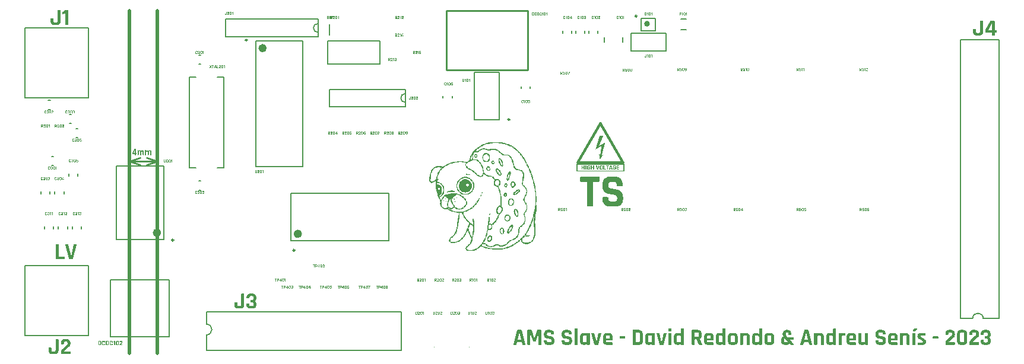
<source format=gto>
G04*
G04 #@! TF.GenerationSoftware,Altium Limited,Altium Designer,23.3.1 (30)*
G04*
G04 Layer_Color=65535*
%FSLAX44Y44*%
%MOMM*%
G71*
G04*
G04 #@! TF.SameCoordinates,8A3622D1-8FB1-4EE3-B2AE-39504A90F10B*
G04*
G04*
G04 #@! TF.FilePolarity,Positive*
G04*
G01*
G75*
%ADD10C,0.6000*%
%ADD11C,0.2500*%
%ADD12C,0.2000*%
%ADD13C,0.4000*%
%ADD14C,0.1000*%
%ADD15C,0.5000*%
%ADD16C,0.2540*%
G36*
X679335Y306510D02*
X682661D01*
Y305845D01*
X685322D01*
Y305180D01*
X687318D01*
Y304515D01*
X689314D01*
Y303849D01*
X691310D01*
Y303184D01*
X692641D01*
Y302519D01*
X694637D01*
Y301853D01*
X695967D01*
Y301188D01*
X696633D01*
Y300523D01*
X697963D01*
Y299857D01*
X698629D01*
Y299192D01*
X699959D01*
Y298527D01*
X700625D01*
Y297861D01*
X701290D01*
Y297196D01*
X701955D01*
Y296531D01*
X702620D01*
Y295865D01*
X703286D01*
Y295200D01*
X703951D01*
Y294535D01*
X704616D01*
Y293869D01*
X705282D01*
Y293204D01*
X705947D01*
Y292539D01*
X706612D01*
Y291874D01*
X707278D01*
Y291208D01*
X707943D01*
Y290543D01*
X708608D01*
Y289878D01*
X709274D01*
Y288547D01*
X709939D01*
Y287882D01*
X710604D01*
Y287216D01*
X711270D01*
Y285886D01*
X711935D01*
Y285221D01*
X712600D01*
Y283890D01*
X713265D01*
Y282559D01*
X713931D01*
Y281894D01*
X714596D01*
Y280563D01*
X715261D01*
Y279233D01*
X715927D01*
Y277902D01*
X716592D01*
Y276572D01*
X717257D01*
Y275241D01*
X717923D01*
Y273910D01*
X718588D01*
Y272580D01*
X719253D01*
Y271249D01*
X719919D01*
Y269918D01*
X720584D01*
Y268588D01*
X721249D01*
Y266592D01*
X721914D01*
Y265261D01*
X722580D01*
Y263265D01*
X723245D01*
Y261935D01*
X723910D01*
Y259939D01*
X724576D01*
Y257943D01*
X725241D01*
Y255947D01*
X725906D01*
Y253286D01*
X726572D01*
Y251290D01*
X727237D01*
Y248629D01*
X727902D01*
Y245302D01*
X728568D01*
Y241975D01*
X729233D01*
Y237318D01*
X729898D01*
Y229335D01*
X730563D01*
Y221351D01*
X729898D01*
Y216694D01*
X730563D01*
Y214033D01*
Y213367D01*
Y208045D01*
X729898D01*
Y204053D01*
X729233D01*
Y201392D01*
X728568D01*
Y195404D01*
X727902D01*
Y190747D01*
X728568D01*
Y172784D01*
X727902D01*
Y170122D01*
X727237D01*
Y168792D01*
X726572D01*
Y167461D01*
X725906D01*
Y166131D01*
X725241D01*
Y165465D01*
X724576D01*
Y164800D01*
X723910D01*
Y164135D01*
X723245D01*
Y163469D01*
X721914D01*
Y162804D01*
X720584D01*
Y162139D01*
X718588D01*
Y161473D01*
X713931D01*
Y162139D01*
X711270D01*
Y162804D01*
X709939D01*
Y163469D01*
X709274D01*
Y164135D01*
X708608D01*
Y166796D01*
X707278D01*
Y166131D01*
X706612D01*
Y165465D01*
X705947D01*
Y164800D01*
X704616D01*
Y164135D01*
X703951D01*
Y163469D01*
X703286D01*
Y162804D01*
X701955D01*
Y162139D01*
X701290D01*
Y161473D01*
X699959D01*
Y160808D01*
X699294D01*
Y160143D01*
X697963D01*
Y159477D01*
X697298D01*
Y158812D01*
X695967D01*
Y158147D01*
X694637D01*
Y157481D01*
X693306D01*
Y156816D01*
X691310D01*
Y156151D01*
X689980D01*
Y155485D01*
X687984D01*
Y154820D01*
X685322D01*
Y154155D01*
X681996D01*
Y153490D01*
X666694D01*
Y154155D01*
X661371D01*
Y154820D01*
X658710D01*
Y155485D01*
X656714D01*
Y156151D01*
X655384D01*
Y156816D01*
X653388D01*
Y157481D01*
X652057D01*
Y158147D01*
X650726D01*
Y157481D01*
X650061D01*
Y156816D01*
X649396D01*
Y156151D01*
X648731D01*
Y155485D01*
X647400D01*
Y154820D01*
X646735D01*
Y154155D01*
X645404D01*
Y153490D01*
X644739D01*
Y152824D01*
X642743D01*
Y152159D01*
X640747D01*
Y151494D01*
X632098D01*
Y152159D01*
X630767D01*
Y152824D01*
X629437D01*
Y154155D01*
X628771D01*
Y156151D01*
X629437D01*
Y157481D01*
X630102D01*
Y158147D01*
X630767D01*
Y158812D01*
X632098D01*
Y159477D01*
X632763D01*
Y160143D01*
X633428D01*
Y160808D01*
X634094D01*
Y161473D01*
X634759D01*
Y162139D01*
X635424D01*
Y163469D01*
X636090D01*
Y164800D01*
X636755D01*
Y166796D01*
X637420D01*
Y170122D01*
X636755D01*
Y171453D01*
X636090D01*
Y172784D01*
X635424D01*
Y174114D01*
X634759D01*
Y175445D01*
X634094D01*
Y177441D01*
X633428D01*
Y179437D01*
X632763D01*
Y180767D01*
X632098D01*
Y180102D01*
X631432D01*
Y178771D01*
X630767D01*
Y177441D01*
X630102D01*
Y176110D01*
X629437D01*
Y174779D01*
X628771D01*
Y173449D01*
X628106D01*
Y172118D01*
X627441D01*
Y171453D01*
X626775D01*
Y170788D01*
X626110D01*
Y170122D01*
X625445D01*
Y168792D01*
X624780D01*
Y168126D01*
X623449D01*
Y167461D01*
X622784D01*
Y166796D01*
X622118D01*
Y166131D01*
X621453D01*
Y165465D01*
X620122D01*
Y164800D01*
X618792D01*
Y164135D01*
X616796D01*
Y163469D01*
X614800D01*
Y162804D01*
X608147D01*
Y163469D01*
X607481D01*
Y164135D01*
X606151D01*
Y165465D01*
X605485D01*
Y167461D01*
X606151D01*
Y168792D01*
X606816D01*
Y170122D01*
X607481D01*
Y170788D01*
X608147D01*
Y171453D01*
X608812D01*
Y172118D01*
X610143D01*
Y172784D01*
X610808D01*
Y173449D01*
X611473D01*
Y174114D01*
X612139D01*
Y174779D01*
X612804D01*
Y176110D01*
X613469D01*
Y176775D01*
X614134D01*
Y178106D01*
X614800D01*
Y179437D01*
X615465D01*
Y182098D01*
X616130D01*
Y185424D01*
X616796D01*
Y189416D01*
X617461D01*
Y193408D01*
X618126D01*
Y198065D01*
X618792D01*
Y202722D01*
X619457D01*
Y206049D01*
X616130D01*
Y206714D01*
X612804D01*
Y207379D01*
X610143D01*
Y208045D01*
X608812D01*
Y208710D01*
X606816D01*
Y209375D01*
X605485D01*
Y210041D01*
X604820D01*
Y210706D01*
X603490D01*
Y211371D01*
X598167D01*
Y212037D01*
X596837D01*
Y212702D01*
X596171D01*
Y213367D01*
X594841D01*
Y214698D01*
X594175D01*
Y215363D01*
X593510D01*
Y218025D01*
X592845D01*
Y220020D01*
X593510D01*
Y222016D01*
X592845D01*
Y224012D01*
X592179D01*
Y225343D01*
X591514D01*
Y226674D01*
X590849D01*
Y228004D01*
X590183D01*
Y230000D01*
X589518D01*
Y231996D01*
X588853D01*
Y233992D01*
X588187D01*
Y236653D01*
X587522D01*
Y239980D01*
X586857D01*
Y251290D01*
X586192D01*
Y250625D01*
X584861D01*
Y249959D01*
X583530D01*
Y249294D01*
X581534D01*
Y248629D01*
X580204D01*
Y249294D01*
X578873D01*
Y249959D01*
X578208D01*
Y250625D01*
X577543D01*
Y257943D01*
X578208D01*
Y261269D01*
X578873D01*
Y263931D01*
X579538D01*
Y265261D01*
X580204D01*
Y266592D01*
X580869D01*
Y267922D01*
X581534D01*
Y268588D01*
X582200D01*
Y269253D01*
X582865D01*
Y269918D01*
X583530D01*
Y270584D01*
X584196D01*
Y271249D01*
X585526D01*
Y271914D01*
X587522D01*
Y272580D01*
X595506D01*
Y271914D01*
X597502D01*
Y272580D01*
X598167D01*
Y273245D01*
X599498D01*
Y273910D01*
X600828D01*
Y274576D01*
X602159D01*
Y275241D01*
X603490D01*
Y275906D01*
X604820D01*
Y276572D01*
X606151D01*
Y277237D01*
X608147D01*
Y277902D01*
X610143D01*
Y278568D01*
X612804D01*
Y279233D01*
X616796D01*
Y279898D01*
X626110D01*
Y279233D01*
X629437D01*
Y278568D01*
X631432D01*
Y279233D01*
X632098D01*
Y279898D01*
X633428D01*
Y280563D01*
X634094D01*
Y281229D01*
X634759D01*
Y283890D01*
X635424D01*
Y285886D01*
X636090D01*
Y287216D01*
X636755D01*
Y288547D01*
X637420D01*
Y289878D01*
X638086D01*
Y291208D01*
X638751D01*
Y291874D01*
X639416D01*
Y293204D01*
X640081D01*
Y293869D01*
X640747D01*
Y294535D01*
X641412D01*
Y295200D01*
X642077D01*
Y295865D01*
X642743D01*
Y296531D01*
X643408D01*
Y297196D01*
X644739D01*
Y297861D01*
X645404D01*
Y298527D01*
X646069D01*
Y299192D01*
X646735D01*
Y299857D01*
X648065D01*
Y300523D01*
X648731D01*
Y301188D01*
X650061D01*
Y301853D01*
X651392D01*
Y302519D01*
X652057D01*
Y303184D01*
X653388D01*
Y303849D01*
X655384D01*
Y304515D01*
X656714D01*
Y305180D01*
X658710D01*
Y305845D01*
X661371D01*
Y306510D01*
X665363D01*
Y307176D01*
X679335D01*
Y306510D01*
D02*
G37*
G36*
X822002Y335512D02*
X822303D01*
Y335412D01*
X822505D01*
Y335311D01*
X822605D01*
Y335211D01*
X822806D01*
Y335110D01*
X822907D01*
Y335009D01*
X823008D01*
Y334808D01*
X823108D01*
Y334708D01*
X823209D01*
Y334506D01*
X823309D01*
Y334305D01*
X823410D01*
Y334104D01*
X823511D01*
Y334003D01*
X823611D01*
Y333802D01*
X823712D01*
Y333601D01*
X823812D01*
Y333501D01*
X823913D01*
Y333299D01*
X824014D01*
Y333098D01*
X824114D01*
Y332897D01*
X824215D01*
Y332797D01*
X824315D01*
Y332595D01*
X824416D01*
Y332394D01*
X824517D01*
Y332193D01*
X824617D01*
Y332092D01*
X824718D01*
Y331891D01*
X824818D01*
Y331690D01*
X824919D01*
Y331589D01*
X825019D01*
Y331388D01*
X825120D01*
Y331187D01*
X825221D01*
Y330986D01*
X825321D01*
Y330885D01*
X825422D01*
Y330684D01*
X825522D01*
Y330483D01*
X825623D01*
Y330282D01*
X825723D01*
Y330181D01*
X825824D01*
Y329980D01*
X825925D01*
Y329779D01*
X826025D01*
Y329578D01*
X826126D01*
Y329477D01*
X826227D01*
Y329276D01*
X826327D01*
Y329075D01*
X826428D01*
Y328974D01*
X826528D01*
Y328773D01*
X826629D01*
Y328572D01*
X826729D01*
Y328371D01*
X826830D01*
Y328270D01*
X826931D01*
Y328069D01*
X827031D01*
Y327868D01*
X827132D01*
Y327667D01*
X827232D01*
Y327566D01*
X827333D01*
Y327365D01*
X827433D01*
Y327164D01*
X827534D01*
Y326962D01*
X827635D01*
Y326862D01*
X827735D01*
Y326661D01*
X827836D01*
Y326459D01*
X827936D01*
Y326359D01*
X828037D01*
Y326158D01*
X828138D01*
Y325956D01*
X828238D01*
Y325755D01*
X828339D01*
Y325655D01*
X828439D01*
Y325453D01*
X828540D01*
Y325252D01*
X828641D01*
Y325051D01*
X828741D01*
Y324951D01*
X828842D01*
Y324749D01*
X828942D01*
Y324548D01*
X829043D01*
Y324347D01*
X829144D01*
Y324246D01*
X829244D01*
Y324045D01*
X829345D01*
Y323844D01*
X829445D01*
Y323744D01*
X829546D01*
Y323542D01*
X829647D01*
Y323341D01*
X829747D01*
Y323140D01*
X829848D01*
Y323039D01*
X829948D01*
Y322838D01*
X830049D01*
Y322637D01*
X830149D01*
Y322436D01*
X830250D01*
Y322335D01*
X830351D01*
Y322134D01*
X830451D01*
Y321933D01*
X830552D01*
Y321832D01*
X830652D01*
Y321631D01*
X830753D01*
Y321430D01*
X830854D01*
Y321229D01*
X830954D01*
Y321128D01*
X831055D01*
Y320927D01*
X831155D01*
Y320726D01*
X831256D01*
Y320525D01*
X831357D01*
Y320424D01*
X831457D01*
Y320223D01*
X831558D01*
Y320022D01*
X831658D01*
Y319821D01*
X831759D01*
Y319720D01*
X831859D01*
Y319519D01*
X831960D01*
Y319318D01*
X832061D01*
Y319217D01*
X832161D01*
Y319016D01*
X832262D01*
Y318815D01*
X832362D01*
Y318613D01*
X832463D01*
Y318513D01*
X832563D01*
Y318312D01*
X832664D01*
Y318111D01*
X832765D01*
Y317909D01*
X832865D01*
Y317809D01*
X832966D01*
Y317608D01*
X833066D01*
Y317407D01*
X833167D01*
Y317205D01*
X833268D01*
Y317105D01*
X833368D01*
Y316903D01*
X833469D01*
Y316702D01*
X833569D01*
Y316602D01*
X833670D01*
Y316401D01*
X833771D01*
Y316199D01*
X833871D01*
Y315998D01*
X833972D01*
Y315898D01*
X834072D01*
Y315697D01*
X834173D01*
Y315495D01*
X834274D01*
Y315294D01*
X834374D01*
Y315194D01*
X834475D01*
Y314992D01*
X834575D01*
Y314791D01*
X834676D01*
Y314590D01*
X834777D01*
Y314489D01*
X834877D01*
Y314288D01*
X834978D01*
Y314087D01*
X835078D01*
Y313986D01*
X835179D01*
Y313785D01*
X835279D01*
Y313584D01*
X835380D01*
Y313383D01*
X835481D01*
Y313282D01*
X835581D01*
Y313081D01*
X835682D01*
Y312880D01*
X835782D01*
Y312679D01*
X835883D01*
Y312578D01*
X835984D01*
Y312377D01*
X836084D01*
Y312176D01*
X836185D01*
Y311975D01*
X836285D01*
Y311874D01*
X836386D01*
Y311673D01*
X836487D01*
Y311472D01*
X836587D01*
Y311371D01*
X836688D01*
Y311170D01*
X836788D01*
Y310969D01*
X836889D01*
Y310768D01*
X836989D01*
Y310667D01*
X837090D01*
Y310466D01*
X837191D01*
Y310265D01*
X837291D01*
Y310063D01*
X837392D01*
Y309963D01*
X837492D01*
Y309762D01*
X837593D01*
Y309561D01*
X837693D01*
Y309460D01*
X837794D01*
Y309259D01*
X837895D01*
Y309058D01*
X837995D01*
Y308957D01*
Y308857D01*
X838096D01*
Y308756D01*
X838196D01*
Y308555D01*
X838297D01*
Y308354D01*
X838398D01*
Y308152D01*
X838498D01*
Y308052D01*
X838599D01*
Y307851D01*
X838699D01*
Y307649D01*
X838800D01*
Y307448D01*
X838901D01*
Y307348D01*
X839001D01*
Y307146D01*
X839102D01*
Y306945D01*
X839202D01*
Y306845D01*
X839303D01*
Y306644D01*
X839404D01*
Y306442D01*
X839504D01*
Y306241D01*
X839605D01*
Y306141D01*
X839705D01*
Y305939D01*
X839806D01*
Y305738D01*
X839906D01*
Y305537D01*
X840007D01*
Y305436D01*
X840108D01*
Y305235D01*
X840208D01*
Y305034D01*
X840309D01*
Y304833D01*
X840409D01*
Y304732D01*
X840510D01*
Y304531D01*
X840611D01*
Y304330D01*
X840711D01*
Y304229D01*
X840812D01*
Y304028D01*
X840912D01*
Y303827D01*
X841013D01*
Y303626D01*
X841114D01*
Y303525D01*
X841214D01*
Y303324D01*
X841315D01*
Y303123D01*
X841415D01*
Y302922D01*
X841516D01*
Y302821D01*
X841617D01*
Y302620D01*
X841717D01*
Y302419D01*
X841818D01*
Y302218D01*
X841918D01*
Y302117D01*
X842019D01*
Y301916D01*
X842119D01*
Y301715D01*
X842220D01*
Y301614D01*
X842321D01*
Y301413D01*
X842421D01*
Y301212D01*
X842522D01*
Y301011D01*
X842622D01*
Y300910D01*
X842723D01*
Y300709D01*
X842823D01*
Y300508D01*
X842924D01*
Y300306D01*
X843025D01*
Y300206D01*
X843125D01*
Y300005D01*
X843226D01*
Y299804D01*
X843326D01*
Y299703D01*
X843427D01*
Y299502D01*
X843528D01*
Y299301D01*
X843628D01*
Y299099D01*
X843729D01*
Y298999D01*
X843829D01*
Y298798D01*
X843930D01*
Y298596D01*
X844031D01*
Y298395D01*
X844131D01*
Y298295D01*
X844232D01*
Y298093D01*
X844332D01*
Y297892D01*
X844433D01*
Y297691D01*
X844533D01*
Y297591D01*
X844634D01*
Y297389D01*
X844735D01*
Y297188D01*
X844835D01*
Y297088D01*
X844936D01*
Y296887D01*
X845036D01*
Y296685D01*
X845137D01*
Y296484D01*
X845238D01*
Y296383D01*
X845338D01*
Y296182D01*
X845439D01*
Y295981D01*
X845539D01*
Y295780D01*
X845640D01*
Y295679D01*
X845741D01*
Y295478D01*
X845841D01*
Y295277D01*
X845942D01*
Y295076D01*
X846042D01*
Y294975D01*
X846143D01*
Y294774D01*
X846244D01*
Y294573D01*
X846344D01*
Y294472D01*
X846445D01*
Y294271D01*
X846545D01*
Y294070D01*
X846646D01*
Y293869D01*
X846747D01*
Y293768D01*
X846847D01*
Y293567D01*
X846948D01*
Y293366D01*
X847048D01*
Y293165D01*
X847149D01*
Y293064D01*
X847249D01*
Y292863D01*
X847350D01*
Y292662D01*
X847451D01*
Y292461D01*
X847551D01*
Y292360D01*
X847652D01*
Y292159D01*
X847752D01*
Y291958D01*
X847853D01*
Y291857D01*
X847953D01*
Y291656D01*
X848054D01*
Y291455D01*
X848155D01*
Y291254D01*
X848255D01*
Y291153D01*
X848356D01*
Y290952D01*
X848456D01*
Y290751D01*
X848557D01*
Y290549D01*
X848658D01*
Y290449D01*
X848758D01*
Y290248D01*
X848859D01*
Y290047D01*
X848959D01*
Y289845D01*
X849060D01*
Y289745D01*
X849161D01*
Y289543D01*
X849261D01*
Y289342D01*
X849362D01*
Y289242D01*
X849462D01*
Y289041D01*
X849563D01*
Y288839D01*
X849663D01*
Y288638D01*
X849764D01*
Y288538D01*
X849865D01*
Y288337D01*
X849965D01*
Y288135D01*
X850066D01*
Y287934D01*
X850166D01*
Y287833D01*
X850267D01*
Y287632D01*
X850368D01*
Y287431D01*
X850468D01*
Y287331D01*
X850569D01*
Y287129D01*
X850669D01*
Y286928D01*
X850770D01*
Y286727D01*
X850871D01*
Y286626D01*
X850971D01*
Y286425D01*
X851072D01*
Y286224D01*
X851172D01*
Y286023D01*
X851273D01*
Y285922D01*
X851374D01*
Y285721D01*
X851474D01*
Y285520D01*
X851575D01*
Y285319D01*
X851675D01*
Y285218D01*
X851776D01*
Y285017D01*
X851877D01*
Y284816D01*
X851977D01*
Y284715D01*
X852078D01*
Y284514D01*
X852178D01*
Y284313D01*
X852279D01*
Y284112D01*
X852379D01*
Y284011D01*
X852480D01*
Y283810D01*
X852581D01*
Y283609D01*
X852681D01*
Y283408D01*
X852782D01*
Y283307D01*
X852882D01*
Y283106D01*
X852983D01*
Y282905D01*
X853083D01*
Y282703D01*
X853184D01*
Y282603D01*
X853285D01*
Y282402D01*
X853385D01*
Y282201D01*
X853486D01*
Y282100D01*
X853587D01*
Y281899D01*
X853687D01*
Y281698D01*
X853788D01*
Y281497D01*
X853888D01*
Y281396D01*
X853989D01*
Y281195D01*
X854089D01*
Y280993D01*
X854190D01*
Y280792D01*
X854291D01*
Y280692D01*
X854391D01*
Y280491D01*
X854492D01*
Y280289D01*
X854592D01*
Y280088D01*
X854693D01*
Y279988D01*
X854793D01*
Y279786D01*
X854894D01*
Y279585D01*
X854995D01*
Y279485D01*
X855095D01*
Y279284D01*
X855196D01*
Y279082D01*
X855296D01*
Y278881D01*
X855397D01*
Y278680D01*
X855498D01*
Y278479D01*
X855598D01*
Y277473D01*
X855498D01*
Y277171D01*
X855397D01*
Y276970D01*
X855296D01*
Y276869D01*
X855196D01*
Y276769D01*
X855095D01*
Y276668D01*
X854995D01*
Y276568D01*
X854894D01*
Y276467D01*
X854793D01*
Y276367D01*
X854592D01*
Y276266D01*
X854291D01*
Y276165D01*
X855598D01*
Y265000D01*
X787500D01*
Y276165D01*
X788808D01*
Y276266D01*
X788506D01*
Y276367D01*
X788305D01*
Y276467D01*
X788204D01*
Y276568D01*
X788103D01*
Y276668D01*
X788003D01*
Y276769D01*
X787902D01*
Y276869D01*
X787802D01*
Y276970D01*
X787701D01*
Y277171D01*
X787601D01*
Y277473D01*
X787500D01*
Y278479D01*
X787601D01*
Y278781D01*
X787701D01*
Y278881D01*
X787802D01*
Y279082D01*
X787902D01*
Y279284D01*
X788003D01*
Y279485D01*
X788103D01*
Y279585D01*
X788204D01*
Y279786D01*
X788305D01*
Y279988D01*
X788405D01*
Y280189D01*
X788506D01*
Y280289D01*
X788606D01*
Y280491D01*
X788707D01*
Y280692D01*
X788808D01*
Y280893D01*
X788908D01*
Y280993D01*
X789009D01*
Y281195D01*
X789109D01*
Y281396D01*
X789210D01*
Y281497D01*
X789311D01*
Y281698D01*
X789411D01*
Y281899D01*
X789512D01*
Y282100D01*
X789612D01*
Y282201D01*
X789713D01*
Y282402D01*
X789814D01*
Y282603D01*
X789914D01*
Y282804D01*
X790015D01*
Y282905D01*
X790115D01*
Y283106D01*
X790216D01*
Y283307D01*
X790316D01*
Y283508D01*
X790417D01*
Y283609D01*
X790518D01*
Y283810D01*
X790618D01*
Y284011D01*
X790719D01*
Y284112D01*
X790819D01*
Y284313D01*
X790920D01*
Y284514D01*
X791021D01*
Y284715D01*
X791121D01*
Y284816D01*
X791222D01*
Y285017D01*
X791322D01*
Y285218D01*
X791423D01*
Y285419D01*
X791524D01*
Y285520D01*
X791624D01*
Y285721D01*
X791725D01*
Y285922D01*
X791825D01*
Y286023D01*
X791926D01*
Y286224D01*
X792027D01*
Y286425D01*
X792127D01*
Y286626D01*
X792228D01*
Y286727D01*
X792328D01*
Y286928D01*
X792429D01*
Y287129D01*
X792529D01*
Y287331D01*
X792630D01*
Y287431D01*
X792731D01*
Y287632D01*
X792831D01*
Y287833D01*
X792932D01*
Y288035D01*
X793032D01*
Y288135D01*
X793133D01*
Y288337D01*
X793233D01*
Y288538D01*
X793334D01*
Y288638D01*
X793435D01*
Y288839D01*
X793535D01*
Y289041D01*
X793636D01*
Y289242D01*
X793736D01*
Y289342D01*
X793837D01*
Y289543D01*
X793938D01*
Y289745D01*
X794038D01*
Y289946D01*
X794139D01*
Y290047D01*
X794239D01*
Y290248D01*
X794340D01*
Y290449D01*
X794441D01*
Y290650D01*
X794541D01*
Y290751D01*
X794642D01*
Y290952D01*
X794742D01*
Y291153D01*
X794843D01*
Y291254D01*
X794943D01*
Y291455D01*
X795044D01*
Y291656D01*
X795145D01*
Y291857D01*
X795245D01*
Y291958D01*
X795346D01*
Y292159D01*
X795446D01*
Y292360D01*
X795547D01*
Y292561D01*
X795648D01*
Y292662D01*
X795748D01*
Y292863D01*
X795849D01*
Y293064D01*
X795949D01*
Y293265D01*
X796050D01*
Y293366D01*
X796151D01*
Y293567D01*
X796251D01*
Y293768D01*
X796352D01*
Y293869D01*
X796452D01*
Y294070D01*
X796553D01*
Y294271D01*
X796654D01*
Y294472D01*
X796754D01*
Y294573D01*
X796855D01*
Y294774D01*
X796955D01*
Y294975D01*
X797056D01*
Y295177D01*
X797157D01*
Y295277D01*
X797257D01*
Y295478D01*
X797358D01*
Y295679D01*
X797458D01*
Y295780D01*
X797559D01*
Y295981D01*
X797659D01*
Y296182D01*
X797760D01*
Y296383D01*
X797861D01*
Y296484D01*
X797961D01*
Y296685D01*
X798062D01*
Y296887D01*
X798162D01*
Y297088D01*
X798263D01*
Y297188D01*
X798363D01*
Y297389D01*
X798464D01*
Y297591D01*
X798565D01*
Y297792D01*
X798665D01*
Y297892D01*
X798766D01*
Y298093D01*
X798867D01*
Y298295D01*
X798967D01*
Y298395D01*
X799068D01*
Y298596D01*
X799168D01*
Y298798D01*
X799269D01*
Y298999D01*
X799369D01*
Y299099D01*
X799470D01*
Y299301D01*
X799571D01*
Y299502D01*
X799671D01*
Y299703D01*
X799772D01*
Y299804D01*
X799872D01*
Y300005D01*
X799973D01*
Y300206D01*
X800073D01*
Y300407D01*
X800174D01*
Y300508D01*
X800275D01*
Y300709D01*
X800375D01*
Y300910D01*
X800476D01*
Y301011D01*
X800576D01*
Y301212D01*
X800677D01*
Y301413D01*
X800778D01*
Y301614D01*
X800878D01*
Y301715D01*
X800979D01*
Y301916D01*
X801079D01*
Y302117D01*
X801180D01*
Y302318D01*
X801281D01*
Y302419D01*
X801381D01*
Y302620D01*
X801482D01*
Y302821D01*
X801582D01*
Y303022D01*
X801683D01*
Y303123D01*
X801784D01*
Y303324D01*
X801884D01*
Y303525D01*
X801985D01*
Y303626D01*
X802085D01*
Y303827D01*
X802186D01*
Y304028D01*
X802287D01*
Y304229D01*
X802387D01*
Y304330D01*
X802488D01*
Y304531D01*
X802588D01*
Y304732D01*
X802689D01*
Y304933D01*
X802789D01*
Y305034D01*
X802890D01*
Y305235D01*
X802991D01*
Y305436D01*
X803091D01*
Y305537D01*
X803192D01*
Y305738D01*
X803292D01*
Y305939D01*
X803393D01*
Y306141D01*
X803493D01*
Y306241D01*
X803594D01*
Y306442D01*
X803695D01*
Y306644D01*
X803795D01*
Y306845D01*
X803896D01*
Y306945D01*
X803997D01*
Y307146D01*
X804097D01*
Y307348D01*
X804198D01*
Y307549D01*
X804298D01*
Y307649D01*
X804399D01*
Y307851D01*
X804499D01*
Y308052D01*
X804600D01*
Y308152D01*
X804701D01*
Y308354D01*
X804801D01*
Y308555D01*
X804902D01*
Y308756D01*
X805002D01*
Y308857D01*
X805103D01*
Y309058D01*
X805203D01*
Y309259D01*
X805304D01*
Y309460D01*
X805405D01*
Y309561D01*
X805505D01*
Y309762D01*
X805606D01*
Y309963D01*
X805706D01*
Y310164D01*
X805807D01*
Y310265D01*
X805908D01*
Y310466D01*
X806008D01*
Y310667D01*
X806109D01*
Y310768D01*
X806209D01*
Y310969D01*
X806310D01*
Y311170D01*
X806411D01*
Y311371D01*
X806511D01*
Y311472D01*
X806612D01*
Y311673D01*
X806712D01*
Y311874D01*
X806813D01*
Y312075D01*
X806914D01*
Y312176D01*
X807014D01*
Y312377D01*
X807115D01*
Y312578D01*
X807215D01*
Y312779D01*
X807316D01*
Y312880D01*
X807417D01*
Y313081D01*
X807517D01*
Y313282D01*
X807618D01*
Y313383D01*
X807718D01*
Y313584D01*
X807819D01*
Y313785D01*
X807919D01*
Y313986D01*
X808020D01*
Y314087D01*
X808121D01*
Y314288D01*
X808221D01*
Y314489D01*
X808322D01*
Y314691D01*
X808422D01*
Y314791D01*
X808523D01*
Y314992D01*
X808624D01*
Y315194D01*
X808724D01*
Y315395D01*
X808825D01*
Y315495D01*
X808925D01*
Y315697D01*
X809026D01*
Y315898D01*
X809127D01*
Y315998D01*
X809227D01*
Y316199D01*
X809328D01*
Y316401D01*
X809428D01*
Y316602D01*
X809529D01*
Y316702D01*
X809629D01*
Y316903D01*
X809730D01*
Y317105D01*
X809831D01*
Y317306D01*
X809931D01*
Y317407D01*
X810032D01*
Y317608D01*
X810132D01*
Y317809D01*
X810233D01*
Y317909D01*
X810333D01*
Y318111D01*
X810434D01*
Y318312D01*
X810535D01*
Y318513D01*
X810635D01*
Y318613D01*
X810736D01*
Y318815D01*
X810836D01*
Y319016D01*
X810937D01*
Y319217D01*
X811038D01*
Y319318D01*
X811138D01*
Y319519D01*
X811239D01*
Y319720D01*
X811339D01*
Y319921D01*
X811440D01*
Y320022D01*
X811541D01*
Y320223D01*
X811641D01*
Y320424D01*
X811742D01*
Y320525D01*
X811842D01*
Y320726D01*
X811943D01*
Y320927D01*
X812044D01*
Y321128D01*
X812144D01*
Y321229D01*
X812245D01*
Y321430D01*
X812345D01*
Y321631D01*
X812446D01*
Y321832D01*
X812546D01*
Y321933D01*
X812647D01*
Y322134D01*
X812748D01*
Y322335D01*
X812848D01*
Y322537D01*
X812949D01*
Y322637D01*
X813049D01*
Y322838D01*
X813150D01*
Y323039D01*
X813251D01*
Y323140D01*
X813351D01*
Y323341D01*
X813452D01*
Y323542D01*
X813552D01*
Y323744D01*
X813653D01*
Y323844D01*
X813754D01*
Y324045D01*
X813854D01*
Y324246D01*
X813955D01*
Y324448D01*
X814055D01*
Y324548D01*
X814156D01*
Y324749D01*
X814257D01*
Y324951D01*
X814357D01*
Y325152D01*
X814458D01*
Y325252D01*
X814558D01*
Y325453D01*
X814659D01*
Y325655D01*
X814759D01*
Y325755D01*
X814860D01*
Y325956D01*
X814961D01*
Y326158D01*
X815061D01*
Y326359D01*
X815162D01*
Y326459D01*
X815262D01*
Y326661D01*
X815363D01*
Y326862D01*
X815463D01*
Y327063D01*
X815564D01*
Y327164D01*
X815665D01*
Y327365D01*
X815765D01*
Y327566D01*
X815866D01*
Y327667D01*
X815966D01*
Y327868D01*
X816067D01*
Y328069D01*
X816168D01*
Y328270D01*
X816268D01*
Y328371D01*
X816369D01*
Y328572D01*
X816469D01*
Y328773D01*
X816570D01*
Y328974D01*
X816671D01*
Y329075D01*
X816771D01*
Y329276D01*
X816872D01*
Y329477D01*
X816972D01*
Y329678D01*
X817073D01*
Y329779D01*
X817173D01*
Y329980D01*
X817274D01*
Y330181D01*
X817375D01*
Y330282D01*
X817475D01*
Y330483D01*
X817576D01*
Y330684D01*
X817676D01*
Y330885D01*
X817777D01*
Y330986D01*
X817878D01*
Y331187D01*
X817978D01*
Y331388D01*
X818079D01*
Y331589D01*
X818179D01*
Y331690D01*
X818280D01*
Y331891D01*
X818381D01*
Y332092D01*
X818481D01*
Y332294D01*
X818582D01*
Y332394D01*
X818682D01*
Y332595D01*
X818783D01*
Y332797D01*
X818884D01*
Y332897D01*
X818984D01*
Y333098D01*
X819085D01*
Y333299D01*
X819185D01*
Y333501D01*
X819286D01*
Y333601D01*
X819387D01*
Y333802D01*
X819487D01*
Y334003D01*
X819588D01*
Y334205D01*
X819688D01*
Y334305D01*
X819789D01*
Y334506D01*
X819889D01*
Y334708D01*
X819990D01*
Y334808D01*
X820091D01*
Y335009D01*
X820191D01*
Y335110D01*
X820292D01*
Y335211D01*
X820493D01*
Y335311D01*
X820593D01*
Y335412D01*
X820795D01*
Y335512D01*
X821096D01*
Y335613D01*
X822002D01*
Y335512D01*
D02*
G37*
G36*
X843976Y257588D02*
X845180Y257403D01*
X846476Y257033D01*
X847865Y256570D01*
X849161Y255829D01*
X850364Y254903D01*
X850457Y254811D01*
X850827Y254348D01*
X851290Y253792D01*
X851846Y252866D01*
X852401Y251756D01*
X852864Y250367D01*
X853234Y248700D01*
X853327Y246849D01*
Y245645D01*
Y245552D01*
Y245460D01*
X853142Y244997D01*
X852957Y244719D01*
X852772Y244441D01*
X852401Y244349D01*
X851938Y244256D01*
X846106D01*
X845550Y244441D01*
X845272Y244627D01*
X845087Y244812D01*
X844902Y245182D01*
X844809Y245645D01*
Y246015D01*
Y246108D01*
Y246478D01*
X844717Y246849D01*
Y247404D01*
X844346Y248608D01*
X844161Y249163D01*
X843791Y249534D01*
X843606Y249719D01*
X843328Y249811D01*
X842958Y249996D01*
X842495Y250182D01*
X841847Y250274D01*
X841106Y250459D01*
X837125D01*
X836662Y250367D01*
X836107D01*
X834903Y249996D01*
X834348Y249811D01*
X833885Y249441D01*
Y249348D01*
X833699Y249256D01*
X833607Y248978D01*
X833422Y248608D01*
X833236Y248052D01*
X833144Y247311D01*
X832959Y246478D01*
Y245460D01*
Y244164D01*
Y244071D01*
X833051Y243701D01*
X833236Y243145D01*
X833607Y242497D01*
X834255Y241942D01*
X834718Y241571D01*
X835273Y241294D01*
X835921Y241016D01*
X836662Y240831D01*
X837495Y240646D01*
X838421Y240553D01*
X838699D01*
X838977Y240460D01*
X839347D01*
X840458Y240275D01*
X841754Y240090D01*
X843328Y239812D01*
X844995Y239442D01*
X846754Y238979D01*
X848420Y238331D01*
X848513D01*
X848791Y238146D01*
X849253Y237868D01*
X849809Y237498D01*
X850364Y237035D01*
X851012Y236387D01*
X851661Y235646D01*
X852309Y234720D01*
X852401Y234628D01*
X852586Y234257D01*
X852772Y233702D01*
X853142Y232961D01*
X853420Y231943D01*
X853605Y230832D01*
X853790Y229536D01*
X853883Y228147D01*
Y225925D01*
Y225832D01*
Y225740D01*
Y225462D01*
Y225091D01*
X853697Y224073D01*
X853512Y222962D01*
X853142Y221573D01*
X852679Y220277D01*
X851938Y218981D01*
X850920Y217778D01*
X850827Y217685D01*
X850364Y217315D01*
X849716Y216944D01*
X848883Y216389D01*
X847680Y215926D01*
X846291Y215463D01*
X844717Y215093D01*
X842865Y215000D01*
X835088D01*
X834718Y215093D01*
X833792Y215185D01*
X832589Y215370D01*
X831292Y215648D01*
X829903Y216204D01*
X828607Y216852D01*
X827404Y217778D01*
X827311Y217870D01*
X826941Y218333D01*
X826478Y218981D01*
X826015Y219907D01*
X825460Y221018D01*
X824997Y222407D01*
X824626Y224073D01*
X824534Y225925D01*
Y227221D01*
Y227313D01*
Y227406D01*
X824719Y227962D01*
X824904Y228147D01*
X825089Y228424D01*
X825460Y228517D01*
X825922Y228610D01*
X831755D01*
X832311Y228424D01*
X832496Y228239D01*
X832774Y228054D01*
X832866Y227684D01*
X832959Y227221D01*
Y226665D01*
Y226573D01*
Y226295D01*
X833051Y225832D01*
Y225277D01*
X833422Y224166D01*
X833607Y223610D01*
X833977Y223240D01*
X834070D01*
X834162Y223055D01*
X834440Y222962D01*
X834810Y222777D01*
X835366Y222592D01*
X836014Y222499D01*
X836755Y222314D01*
X841199D01*
X841662Y222407D01*
X842217D01*
X843421Y222684D01*
X843976Y222962D01*
X844439Y223240D01*
X844532Y223333D01*
X844624Y223425D01*
X844809Y223703D01*
X844995Y224073D01*
X845180Y224629D01*
X845272Y225277D01*
X845458Y226110D01*
Y227036D01*
Y227777D01*
Y227869D01*
Y228054D01*
X845365Y228424D01*
X845272Y228888D01*
X845087Y229350D01*
X844809Y229813D01*
X844439Y230276D01*
X843884Y230739D01*
X843791Y230832D01*
X843606Y230924D01*
X843235Y231109D01*
X842773Y231295D01*
X842217Y231572D01*
X841569Y231758D01*
X839995Y232035D01*
X839625D01*
X839162Y232128D01*
X838514Y232220D01*
X837773Y232313D01*
X836847Y232406D01*
X834903Y232776D01*
X834810D01*
X834440Y232868D01*
X833977Y232961D01*
X833236Y233146D01*
X832496Y233424D01*
X831663Y233609D01*
X829903Y234257D01*
X829811Y234350D01*
X829533Y234442D01*
X829070Y234720D01*
X828515Y235091D01*
X827959Y235553D01*
X827311Y236109D01*
X826663Y236850D01*
X826015Y237775D01*
X825922Y237868D01*
X825737Y238238D01*
X825552Y238886D01*
X825274Y239627D01*
X824904Y240646D01*
X824719Y241756D01*
X824534Y243053D01*
X824441Y244534D01*
Y246849D01*
Y246941D01*
Y247126D01*
Y247311D01*
X824534Y247682D01*
X824626Y248700D01*
X824811Y249811D01*
X825182Y251107D01*
X825645Y252496D01*
X826385Y253792D01*
X827311Y254903D01*
X827496Y254996D01*
X827867Y255366D01*
X828515Y255829D01*
X829441Y256385D01*
X830644Y256847D01*
X832033Y257310D01*
X833699Y257681D01*
X835551Y257773D01*
X843050D01*
X843976Y257588D01*
D02*
G37*
G36*
X819812D02*
X820090Y257403D01*
X820368Y257218D01*
X820460Y256847D01*
X820553Y256385D01*
Y251848D01*
Y251756D01*
Y251663D01*
X820368Y251200D01*
X820182Y250922D01*
X819905Y250644D01*
X819534Y250552D01*
X819071Y250459D01*
X811387D01*
X811109Y250367D01*
X810831Y250182D01*
X810739Y249719D01*
Y216389D01*
Y216296D01*
Y216204D01*
X810554Y215741D01*
X810368Y215463D01*
X810183Y215185D01*
X809813Y215093D01*
X809350Y215000D01*
X803517D01*
X802962Y215185D01*
X802684Y215370D01*
X802499Y215555D01*
X802314Y215926D01*
X802221Y216389D01*
Y249719D01*
Y249811D01*
X802129Y250089D01*
X801944Y250367D01*
X801481Y250459D01*
X793704D01*
X793241Y250644D01*
X792963Y250830D01*
X792685Y251015D01*
X792593Y251385D01*
X792500Y251848D01*
Y256385D01*
Y256477D01*
Y256570D01*
X792685Y257125D01*
X792870Y257310D01*
X793055Y257588D01*
X793426Y257681D01*
X793889Y257773D01*
X819349D01*
X819812Y257588D01*
D02*
G37*
G36*
X74387Y161288D02*
X74526Y161196D01*
X74618Y161057D01*
X74665Y160872D01*
Y160640D01*
X69482Y140694D01*
Y140648D01*
X69435Y140602D01*
X69343Y140370D01*
X69111Y140093D01*
X68926Y140046D01*
X68695Y140000D01*
X64252D01*
X63974Y140093D01*
X63836Y140185D01*
X63697Y140278D01*
X63604Y140463D01*
X63512Y140694D01*
X58328Y160640D01*
Y160687D01*
Y160779D01*
Y161011D01*
X58375Y161149D01*
X58513Y161288D01*
X58699Y161334D01*
X58976Y161381D01*
X62216D01*
X62493Y161288D01*
X62632Y161196D01*
X62771Y161103D01*
X62864Y160918D01*
X62910Y160687D01*
X66427Y144304D01*
X66566D01*
X70037Y160687D01*
Y160733D01*
X70083Y160779D01*
X70176Y161057D01*
X70453Y161288D01*
X70638Y161334D01*
X70870Y161381D01*
X74109D01*
X74387Y161288D01*
D02*
G37*
G36*
X48934D02*
X49026Y161196D01*
X49165Y161103D01*
X49211Y160918D01*
X49258Y160687D01*
Y144026D01*
Y143980D01*
X49304Y143841D01*
X49397Y143702D01*
X49628Y143656D01*
X56755D01*
X57032Y143563D01*
X57125Y143471D01*
X57264Y143378D01*
X57310Y143193D01*
X57357Y142962D01*
Y140694D01*
Y140648D01*
Y140602D01*
X57264Y140370D01*
X57171Y140231D01*
X57079Y140093D01*
X56894Y140046D01*
X56662Y140000D01*
X45602D01*
X45370Y140093D01*
X45231Y140185D01*
X45093Y140278D01*
X45046Y140463D01*
X45000Y140694D01*
Y160687D01*
Y160733D01*
Y160779D01*
X45093Y161057D01*
X45185Y161149D01*
X45278Y161288D01*
X45463Y161334D01*
X45694Y161381D01*
X48656D01*
X48934Y161288D01*
D02*
G37*
G36*
X922507Y40824D02*
X922739Y40639D01*
X922785Y40501D01*
X922831Y40269D01*
Y37354D01*
Y37307D01*
Y37261D01*
X922739Y37030D01*
X922554Y36752D01*
X922415Y36706D01*
X922184Y36659D01*
X919175D01*
X918944Y36752D01*
X918805Y36844D01*
X918713Y36937D01*
X918666Y37122D01*
X918620Y37354D01*
Y40223D01*
Y40269D01*
Y40315D01*
X918713Y40593D01*
X918898Y40824D01*
X919037Y40871D01*
X919268Y40917D01*
X922276D01*
X922507Y40824D01*
D02*
G37*
G36*
X1272977Y40871D02*
X1273162Y40824D01*
X1273255Y40686D01*
Y40639D01*
Y40547D01*
Y40408D01*
X1273116Y40223D01*
X1270432Y37030D01*
X1270385Y36983D01*
X1270200Y36844D01*
X1269876Y36659D01*
X1269506Y36613D01*
X1267285D01*
X1267100Y36706D01*
X1267007Y36798D01*
X1266961Y36891D01*
Y37076D01*
X1267053Y37307D01*
X1268534Y40269D01*
Y40315D01*
X1268580Y40362D01*
X1268765Y40593D01*
X1269090Y40824D01*
X1269275Y40871D01*
X1269552Y40917D01*
X1272838D01*
X1272977Y40871D01*
D02*
G37*
G36*
X1257844Y34438D02*
X1258214Y34392D01*
X1258584Y34299D01*
X1259047Y34207D01*
X1259510Y34021D01*
X1260019Y33790D01*
X1260482Y33512D01*
X1260944Y33142D01*
X1261407Y32726D01*
X1261777Y32170D01*
X1262148Y31569D01*
X1262379Y30828D01*
X1262564Y29995D01*
X1262610Y29023D01*
Y18194D01*
Y18148D01*
Y18102D01*
X1262518Y17870D01*
X1262425Y17731D01*
X1262287Y17593D01*
X1262101Y17546D01*
X1261870Y17500D01*
X1259001D01*
X1258769Y17593D01*
X1258631Y17685D01*
X1258492Y17778D01*
X1258445Y17963D01*
X1258399Y18194D01*
Y28838D01*
Y28885D01*
Y29023D01*
Y29209D01*
X1258353Y29440D01*
X1258214Y29949D01*
X1258075Y30180D01*
X1257936Y30366D01*
X1257844Y30458D01*
X1257751Y30504D01*
X1257566Y30597D01*
X1257381Y30689D01*
X1257103Y30736D01*
X1256779Y30828D01*
X1255113D01*
X1254836Y30782D01*
X1254512Y30689D01*
X1254095Y30504D01*
X1253679Y30227D01*
X1253308Y29764D01*
X1253170Y29486D01*
X1253031Y29116D01*
X1252984Y28746D01*
X1252938Y28283D01*
Y18194D01*
Y18148D01*
Y18102D01*
X1252846Y17870D01*
X1252753Y17731D01*
X1252614Y17593D01*
X1252429Y17546D01*
X1252198Y17500D01*
X1249282D01*
X1249051Y17593D01*
X1248912Y17685D01*
X1248773Y17778D01*
X1248727Y17963D01*
X1248680Y18194D01*
Y33790D01*
Y33836D01*
Y33883D01*
X1248773Y34160D01*
X1248866Y34253D01*
X1248958Y34392D01*
X1249143Y34438D01*
X1249375Y34484D01*
X1252337D01*
X1252568Y34392D01*
X1252707Y34299D01*
X1252846Y34207D01*
X1252892Y34021D01*
X1252938Y33790D01*
Y32679D01*
X1253031D01*
X1253077Y32772D01*
X1253170Y32957D01*
X1253401Y33235D01*
X1253725Y33605D01*
X1254141Y33929D01*
X1254743Y34207D01*
X1255437Y34392D01*
X1256317Y34484D01*
X1257612D01*
X1257844Y34438D01*
D02*
G37*
G36*
X1157419Y40824D02*
X1157511Y40732D01*
X1157650Y40639D01*
X1157696Y40454D01*
X1157743Y40223D01*
Y18194D01*
Y18148D01*
Y18102D01*
X1157650Y17870D01*
X1157558Y17731D01*
X1157465Y17593D01*
X1157280Y17546D01*
X1157048Y17500D01*
X1154087D01*
X1153855Y17593D01*
X1153716Y17685D01*
X1153578Y17778D01*
X1153531Y17963D01*
X1153485Y18194D01*
Y19259D01*
X1153346D01*
Y19212D01*
X1153254Y19120D01*
X1153161Y18935D01*
X1153068Y18750D01*
X1152883Y18564D01*
X1152652Y18333D01*
X1152374Y18102D01*
X1152050Y17917D01*
X1152004D01*
X1151911Y17870D01*
X1151726Y17778D01*
X1151449Y17731D01*
X1151171Y17639D01*
X1150847Y17546D01*
X1150107Y17500D01*
X1148487D01*
X1148302Y17546D01*
X1147839Y17593D01*
X1147284Y17685D01*
X1146636Y17824D01*
X1145988Y18102D01*
X1145386Y18426D01*
X1144831Y18888D01*
X1144785Y18935D01*
X1144646Y19166D01*
X1144414Y19490D01*
X1144183Y19907D01*
X1143952Y20462D01*
X1143720Y21156D01*
X1143581Y21989D01*
X1143535Y22915D01*
Y29023D01*
Y29070D01*
Y29162D01*
Y29255D01*
Y29440D01*
X1143628Y29949D01*
X1143720Y30504D01*
X1143859Y31152D01*
X1144090Y31846D01*
X1144414Y32494D01*
X1144831Y33050D01*
X1144877Y33096D01*
X1145062Y33281D01*
X1145386Y33512D01*
X1145803Y33790D01*
X1146358Y34021D01*
X1147052Y34253D01*
X1147839Y34438D01*
X1148718Y34484D01*
X1150477D01*
X1150755Y34438D01*
X1151356Y34299D01*
X1152050Y34021D01*
X1152097D01*
X1152189Y33929D01*
X1152374Y33836D01*
X1152559Y33698D01*
X1152976Y33281D01*
X1153207Y33003D01*
X1153346Y32679D01*
X1153485D01*
Y40223D01*
Y40269D01*
Y40315D01*
X1153578Y40593D01*
X1153670Y40686D01*
X1153763Y40824D01*
X1153948Y40871D01*
X1154179Y40917D01*
X1157141D01*
X1157419Y40824D01*
D02*
G37*
G36*
X1135575Y34438D02*
X1135945Y34392D01*
X1136316Y34299D01*
X1136778Y34207D01*
X1137241Y34021D01*
X1137750Y33790D01*
X1138213Y33512D01*
X1138676Y33142D01*
X1139139Y32726D01*
X1139509Y32170D01*
X1139879Y31569D01*
X1140110Y30828D01*
X1140296Y29995D01*
X1140342Y29023D01*
Y18194D01*
Y18148D01*
Y18102D01*
X1140249Y17870D01*
X1140157Y17731D01*
X1140018Y17593D01*
X1139833Y17546D01*
X1139601Y17500D01*
X1136732D01*
X1136501Y17593D01*
X1136362Y17685D01*
X1136223Y17778D01*
X1136177Y17963D01*
X1136131Y18194D01*
Y28838D01*
Y28885D01*
Y29023D01*
Y29209D01*
X1136084Y29440D01*
X1135945Y29949D01*
X1135807Y30180D01*
X1135668Y30366D01*
X1135575Y30458D01*
X1135483Y30504D01*
X1135297Y30597D01*
X1135112Y30689D01*
X1134835Y30736D01*
X1134511Y30828D01*
X1132845D01*
X1132567Y30782D01*
X1132243Y30689D01*
X1131826Y30504D01*
X1131410Y30227D01*
X1131040Y29764D01*
X1130901Y29486D01*
X1130762Y29116D01*
X1130716Y28746D01*
X1130670Y28283D01*
Y18194D01*
Y18148D01*
Y18102D01*
X1130577Y17870D01*
X1130484Y17731D01*
X1130346Y17593D01*
X1130161Y17546D01*
X1129929Y17500D01*
X1127013D01*
X1126782Y17593D01*
X1126643Y17685D01*
X1126505Y17778D01*
X1126458Y17963D01*
X1126412Y18194D01*
Y33790D01*
Y33836D01*
Y33883D01*
X1126505Y34160D01*
X1126597Y34253D01*
X1126690Y34392D01*
X1126875Y34438D01*
X1127106Y34484D01*
X1130068D01*
X1130299Y34392D01*
X1130438Y34299D01*
X1130577Y34207D01*
X1130623Y34021D01*
X1130670Y33790D01*
Y32679D01*
X1130762D01*
X1130808Y32772D01*
X1130901Y32957D01*
X1131132Y33235D01*
X1131456Y33605D01*
X1131873Y33929D01*
X1132474Y34207D01*
X1133169Y34392D01*
X1134048Y34484D01*
X1135344D01*
X1135575Y34438D01*
D02*
G37*
G36*
X1051718Y40824D02*
X1051811Y40732D01*
X1051949Y40639D01*
X1051996Y40454D01*
X1052042Y40223D01*
Y18194D01*
Y18148D01*
Y18102D01*
X1051949Y17870D01*
X1051857Y17731D01*
X1051764Y17593D01*
X1051579Y17546D01*
X1051348Y17500D01*
X1048386D01*
X1048155Y17593D01*
X1048016Y17685D01*
X1047877Y17778D01*
X1047831Y17963D01*
X1047784Y18194D01*
Y19259D01*
X1047645D01*
Y19212D01*
X1047553Y19120D01*
X1047460Y18935D01*
X1047368Y18750D01*
X1047183Y18564D01*
X1046951Y18333D01*
X1046674Y18102D01*
X1046350Y17917D01*
X1046303D01*
X1046211Y17870D01*
X1046026Y17778D01*
X1045748Y17731D01*
X1045470Y17639D01*
X1045146Y17546D01*
X1044406Y17500D01*
X1042786D01*
X1042601Y17546D01*
X1042138Y17593D01*
X1041583Y17685D01*
X1040935Y17824D01*
X1040287Y18102D01*
X1039685Y18426D01*
X1039130Y18888D01*
X1039084Y18935D01*
X1038945Y19166D01*
X1038714Y19490D01*
X1038482Y19907D01*
X1038251Y20462D01*
X1038019Y21156D01*
X1037881Y21989D01*
X1037834Y22915D01*
Y29023D01*
Y29070D01*
Y29162D01*
Y29255D01*
Y29440D01*
X1037927Y29949D01*
X1038019Y30504D01*
X1038158Y31152D01*
X1038390Y31846D01*
X1038714Y32494D01*
X1039130Y33050D01*
X1039176Y33096D01*
X1039361Y33281D01*
X1039685Y33512D01*
X1040102Y33790D01*
X1040657Y34021D01*
X1041351Y34253D01*
X1042138Y34438D01*
X1043018Y34484D01*
X1044776D01*
X1045054Y34438D01*
X1045655Y34299D01*
X1046350Y34021D01*
X1046396D01*
X1046488Y33929D01*
X1046674Y33836D01*
X1046859Y33698D01*
X1047275Y33281D01*
X1047507Y33003D01*
X1047645Y32679D01*
X1047784D01*
Y40223D01*
Y40269D01*
Y40315D01*
X1047877Y40593D01*
X1047969Y40686D01*
X1048062Y40824D01*
X1048247Y40871D01*
X1048478Y40917D01*
X1051440D01*
X1051718Y40824D01*
D02*
G37*
G36*
X1029874Y34438D02*
X1030245Y34392D01*
X1030615Y34299D01*
X1031078Y34207D01*
X1031540Y34021D01*
X1032049Y33790D01*
X1032512Y33512D01*
X1032975Y33142D01*
X1033438Y32726D01*
X1033808Y32170D01*
X1034178Y31569D01*
X1034410Y30828D01*
X1034595Y29995D01*
X1034641Y29023D01*
Y18194D01*
Y18148D01*
Y18102D01*
X1034548Y17870D01*
X1034456Y17731D01*
X1034317Y17593D01*
X1034132Y17546D01*
X1033901Y17500D01*
X1031031D01*
X1030800Y17593D01*
X1030661Y17685D01*
X1030522Y17778D01*
X1030476Y17963D01*
X1030430Y18194D01*
Y28838D01*
Y28885D01*
Y29023D01*
Y29209D01*
X1030383Y29440D01*
X1030245Y29949D01*
X1030106Y30180D01*
X1029967Y30366D01*
X1029874Y30458D01*
X1029782Y30504D01*
X1029597Y30597D01*
X1029412Y30689D01*
X1029134Y30736D01*
X1028810Y30828D01*
X1027144D01*
X1026866Y30782D01*
X1026542Y30689D01*
X1026126Y30504D01*
X1025709Y30227D01*
X1025339Y29764D01*
X1025200Y29486D01*
X1025061Y29116D01*
X1025015Y28746D01*
X1024969Y28283D01*
Y18194D01*
Y18148D01*
Y18102D01*
X1024876Y17870D01*
X1024784Y17731D01*
X1024645Y17593D01*
X1024460Y17546D01*
X1024228Y17500D01*
X1021313D01*
X1021081Y17593D01*
X1020943Y17685D01*
X1020804Y17778D01*
X1020757Y17963D01*
X1020711Y18194D01*
Y33790D01*
Y33836D01*
Y33883D01*
X1020804Y34160D01*
X1020896Y34253D01*
X1020989Y34392D01*
X1021174Y34438D01*
X1021405Y34484D01*
X1024367D01*
X1024599Y34392D01*
X1024737Y34299D01*
X1024876Y34207D01*
X1024922Y34021D01*
X1024969Y33790D01*
Y32679D01*
X1025061D01*
X1025108Y32772D01*
X1025200Y32957D01*
X1025432Y33235D01*
X1025755Y33605D01*
X1026172Y33929D01*
X1026774Y34207D01*
X1027468Y34392D01*
X1028347Y34484D01*
X1029643D01*
X1029874Y34438D01*
D02*
G37*
G36*
X999793Y40824D02*
X999886Y40732D01*
X1000024Y40639D01*
X1000071Y40454D01*
X1000117Y40223D01*
Y18194D01*
Y18148D01*
Y18102D01*
X1000024Y17870D01*
X999932Y17731D01*
X999839Y17593D01*
X999654Y17546D01*
X999423Y17500D01*
X996461D01*
X996230Y17593D01*
X996091Y17685D01*
X995952Y17778D01*
X995906Y17963D01*
X995859Y18194D01*
Y19259D01*
X995721D01*
Y19212D01*
X995628Y19120D01*
X995536Y18935D01*
X995443Y18750D01*
X995258Y18564D01*
X995026Y18333D01*
X994749Y18102D01*
X994425Y17917D01*
X994379D01*
X994286Y17870D01*
X994101Y17778D01*
X993823Y17731D01*
X993546Y17639D01*
X993222Y17546D01*
X992481Y17500D01*
X990861D01*
X990676Y17546D01*
X990213Y17593D01*
X989658Y17685D01*
X989010Y17824D01*
X988362Y18102D01*
X987761Y18426D01*
X987205Y18888D01*
X987159Y18935D01*
X987020Y19166D01*
X986789Y19490D01*
X986557Y19907D01*
X986326Y20462D01*
X986095Y21156D01*
X985956Y21989D01*
X985910Y22915D01*
Y29023D01*
Y29070D01*
Y29162D01*
Y29255D01*
Y29440D01*
X986002Y29949D01*
X986095Y30504D01*
X986233Y31152D01*
X986465Y31846D01*
X986789Y32494D01*
X987205Y33050D01*
X987252Y33096D01*
X987437Y33281D01*
X987761Y33512D01*
X988177Y33790D01*
X988733Y34021D01*
X989427Y34253D01*
X990213Y34438D01*
X991093Y34484D01*
X992851D01*
X993129Y34438D01*
X993731Y34299D01*
X994425Y34021D01*
X994471D01*
X994564Y33929D01*
X994749Y33836D01*
X994934Y33698D01*
X995350Y33281D01*
X995582Y33003D01*
X995721Y32679D01*
X995859D01*
Y40223D01*
Y40269D01*
Y40315D01*
X995952Y40593D01*
X996044Y40686D01*
X996137Y40824D01*
X996322Y40871D01*
X996554Y40917D01*
X999516D01*
X999793Y40824D01*
D02*
G37*
G36*
X940232D02*
X940325Y40732D01*
X940464Y40639D01*
X940510Y40454D01*
X940556Y40223D01*
Y18194D01*
Y18148D01*
Y18102D01*
X940464Y17870D01*
X940371Y17731D01*
X940279Y17593D01*
X940094Y17546D01*
X939862Y17500D01*
X936900D01*
X936669Y17593D01*
X936530Y17685D01*
X936391Y17778D01*
X936345Y17963D01*
X936299Y18194D01*
Y19259D01*
X936160D01*
Y19212D01*
X936067Y19120D01*
X935975Y18935D01*
X935882Y18750D01*
X935697Y18564D01*
X935466Y18333D01*
X935188Y18102D01*
X934864Y17917D01*
X934818D01*
X934725Y17870D01*
X934540Y17778D01*
X934262Y17731D01*
X933985Y17639D01*
X933661Y17546D01*
X932920Y17500D01*
X931301D01*
X931115Y17546D01*
X930653Y17593D01*
X930097Y17685D01*
X929449Y17824D01*
X928801Y18102D01*
X928200Y18426D01*
X927645Y18888D01*
X927598Y18935D01*
X927459Y19166D01*
X927228Y19490D01*
X926997Y19907D01*
X926765Y20462D01*
X926534Y21156D01*
X926395Y21989D01*
X926349Y22915D01*
Y29023D01*
Y29070D01*
Y29162D01*
Y29255D01*
Y29440D01*
X926441Y29949D01*
X926534Y30504D01*
X926673Y31152D01*
X926904Y31846D01*
X927228Y32494D01*
X927645Y33050D01*
X927691Y33096D01*
X927876Y33281D01*
X928200Y33512D01*
X928616Y33790D01*
X929172Y34021D01*
X929866Y34253D01*
X930653Y34438D01*
X931532Y34484D01*
X933290D01*
X933568Y34438D01*
X934170Y34299D01*
X934864Y34021D01*
X934910D01*
X935003Y33929D01*
X935188Y33836D01*
X935373Y33698D01*
X935789Y33281D01*
X936021Y33003D01*
X936160Y32679D01*
X936299D01*
Y40223D01*
Y40269D01*
Y40315D01*
X936391Y40593D01*
X936484Y40686D01*
X936576Y40824D01*
X936761Y40871D01*
X936993Y40917D01*
X939955D01*
X940232Y40824D01*
D02*
G37*
G36*
X1170562Y34392D02*
X1170701Y34299D01*
X1170793Y34207D01*
X1170840Y34021D01*
X1170886Y33790D01*
Y31476D01*
Y31430D01*
Y31245D01*
X1170840Y31060D01*
X1170747Y30921D01*
X1170701D01*
X1170655Y30875D01*
X1170469Y30828D01*
X1167831D01*
X1167554Y30782D01*
X1167230Y30689D01*
X1166813Y30504D01*
X1166397Y30180D01*
X1166165Y29995D01*
X1166027Y29718D01*
X1165888Y29394D01*
X1165749Y29070D01*
X1165703Y28653D01*
X1165656Y28190D01*
Y18194D01*
Y18148D01*
Y18102D01*
X1165564Y17870D01*
X1165471Y17731D01*
X1165332Y17593D01*
X1165147Y17546D01*
X1164916Y17500D01*
X1162000D01*
X1161769Y17593D01*
X1161630Y17685D01*
X1161491Y17778D01*
X1161445Y17963D01*
X1161399Y18194D01*
Y33790D01*
Y33836D01*
Y33883D01*
X1161491Y34160D01*
X1161584Y34253D01*
X1161676Y34392D01*
X1161861Y34438D01*
X1162093Y34484D01*
X1165055D01*
X1165286Y34392D01*
X1165425Y34299D01*
X1165564Y34207D01*
X1165610Y34021D01*
X1165656Y33790D01*
Y32633D01*
X1165749D01*
Y32679D01*
X1165842Y32772D01*
X1165934Y32957D01*
X1166073Y33142D01*
X1166212Y33374D01*
X1166443Y33605D01*
X1166721Y33836D01*
X1167045Y34021D01*
X1167091D01*
X1167230Y34114D01*
X1167415Y34160D01*
X1167646Y34253D01*
X1167970Y34346D01*
X1168294Y34392D01*
X1169035Y34484D01*
X1170331D01*
X1170562Y34392D01*
D02*
G37*
G36*
X1223783Y38788D02*
X1224384Y38696D01*
X1225032Y38511D01*
X1225726Y38279D01*
X1226374Y37909D01*
X1226976Y37446D01*
X1227022Y37400D01*
X1227207Y37169D01*
X1227439Y36891D01*
X1227716Y36428D01*
X1227994Y35873D01*
X1228225Y35178D01*
X1228410Y34346D01*
X1228457Y33420D01*
Y32818D01*
Y32772D01*
Y32726D01*
X1228364Y32494D01*
X1228272Y32355D01*
X1228179Y32217D01*
X1227994Y32170D01*
X1227763Y32124D01*
X1224847D01*
X1224569Y32217D01*
X1224430Y32309D01*
X1224338Y32402D01*
X1224245Y32587D01*
X1224199Y32818D01*
Y33003D01*
Y33050D01*
Y33235D01*
X1224153Y33420D01*
Y33698D01*
X1223968Y34299D01*
X1223875Y34577D01*
X1223690Y34762D01*
X1223597Y34855D01*
X1223459Y34901D01*
X1223273Y34993D01*
X1223042Y35086D01*
X1222718Y35132D01*
X1222348Y35225D01*
X1220358D01*
X1220126Y35178D01*
X1219849D01*
X1219247Y34993D01*
X1218969Y34901D01*
X1218738Y34716D01*
Y34669D01*
X1218646Y34623D01*
X1218599Y34484D01*
X1218507Y34299D01*
X1218414Y34021D01*
X1218368Y33651D01*
X1218275Y33235D01*
Y32726D01*
Y32078D01*
Y32032D01*
X1218322Y31846D01*
X1218414Y31569D01*
X1218599Y31245D01*
X1218923Y30967D01*
X1219155Y30782D01*
X1219432Y30643D01*
X1219756Y30504D01*
X1220126Y30412D01*
X1220543Y30319D01*
X1221006Y30273D01*
X1221145D01*
X1221283Y30227D01*
X1221469D01*
X1222024Y30134D01*
X1222672Y30041D01*
X1223459Y29903D01*
X1224292Y29718D01*
X1225171Y29486D01*
X1226004Y29162D01*
X1226050D01*
X1226189Y29070D01*
X1226420Y28931D01*
X1226698Y28746D01*
X1226976Y28514D01*
X1227300Y28190D01*
X1227624Y27820D01*
X1227948Y27357D01*
X1227994Y27311D01*
X1228086Y27126D01*
X1228179Y26848D01*
X1228364Y26478D01*
X1228503Y25969D01*
X1228596Y25414D01*
X1228688Y24766D01*
X1228734Y24072D01*
Y22961D01*
Y22915D01*
Y22868D01*
Y22729D01*
Y22544D01*
X1228642Y22035D01*
X1228549Y21480D01*
X1228364Y20786D01*
X1228133Y20138D01*
X1227763Y19490D01*
X1227253Y18888D01*
X1227207Y18842D01*
X1226976Y18657D01*
X1226652Y18472D01*
X1226235Y18194D01*
X1225634Y17963D01*
X1224939Y17731D01*
X1224153Y17546D01*
X1223227Y17500D01*
X1219340D01*
X1219155Y17546D01*
X1218692Y17593D01*
X1218090Y17685D01*
X1217442Y17824D01*
X1216748Y18102D01*
X1216100Y18426D01*
X1215499Y18888D01*
X1215452Y18935D01*
X1215267Y19166D01*
X1215036Y19490D01*
X1214804Y19953D01*
X1214527Y20508D01*
X1214295Y21202D01*
X1214110Y22035D01*
X1214064Y22961D01*
Y23609D01*
Y23655D01*
Y23701D01*
X1214156Y23979D01*
X1214249Y24072D01*
X1214342Y24210D01*
X1214527Y24257D01*
X1214758Y24303D01*
X1217674D01*
X1217951Y24210D01*
X1218044Y24118D01*
X1218183Y24025D01*
X1218229Y23840D01*
X1218275Y23609D01*
Y23331D01*
Y23285D01*
Y23146D01*
X1218322Y22915D01*
Y22637D01*
X1218507Y22082D01*
X1218599Y21804D01*
X1218784Y21619D01*
X1218831D01*
X1218877Y21526D01*
X1219016Y21480D01*
X1219201Y21387D01*
X1219479Y21295D01*
X1219802Y21249D01*
X1220173Y21156D01*
X1222394D01*
X1222626Y21202D01*
X1222903D01*
X1223505Y21341D01*
X1223783Y21480D01*
X1224014Y21619D01*
X1224060Y21665D01*
X1224107Y21711D01*
X1224199Y21850D01*
X1224292Y22035D01*
X1224384Y22313D01*
X1224430Y22637D01*
X1224523Y23053D01*
Y23516D01*
Y23886D01*
Y23933D01*
Y24025D01*
X1224477Y24210D01*
X1224430Y24442D01*
X1224338Y24673D01*
X1224199Y24905D01*
X1224014Y25136D01*
X1223736Y25367D01*
X1223690Y25414D01*
X1223597Y25460D01*
X1223412Y25552D01*
X1223181Y25645D01*
X1222903Y25784D01*
X1222579Y25877D01*
X1221793Y26015D01*
X1221607D01*
X1221376Y26062D01*
X1221052Y26108D01*
X1220682Y26154D01*
X1220219Y26200D01*
X1219247Y26386D01*
X1219201D01*
X1219016Y26432D01*
X1218784Y26478D01*
X1218414Y26571D01*
X1218044Y26709D01*
X1217627Y26802D01*
X1216748Y27126D01*
X1216702Y27172D01*
X1216563Y27218D01*
X1216332Y27357D01*
X1216054Y27543D01*
X1215776Y27774D01*
X1215452Y28052D01*
X1215128Y28422D01*
X1214804Y28885D01*
X1214758Y28931D01*
X1214666Y29116D01*
X1214573Y29440D01*
X1214434Y29810D01*
X1214249Y30319D01*
X1214156Y30875D01*
X1214064Y31523D01*
X1214018Y32263D01*
Y33420D01*
Y33466D01*
Y33559D01*
Y33651D01*
X1214064Y33836D01*
X1214110Y34346D01*
X1214203Y34901D01*
X1214388Y35549D01*
X1214619Y36243D01*
X1214989Y36891D01*
X1215452Y37446D01*
X1215545Y37492D01*
X1215730Y37678D01*
X1216054Y37909D01*
X1216517Y38187D01*
X1217118Y38418D01*
X1217813Y38649D01*
X1218646Y38835D01*
X1219571Y38881D01*
X1223320D01*
X1223783Y38788D01*
D02*
G37*
G36*
X776128D02*
X776729Y38696D01*
X777377Y38511D01*
X778071Y38279D01*
X778719Y37909D01*
X779321Y37446D01*
X779367Y37400D01*
X779552Y37169D01*
X779784Y36891D01*
X780061Y36428D01*
X780339Y35873D01*
X780570Y35178D01*
X780756Y34346D01*
X780802Y33420D01*
Y32818D01*
Y32772D01*
Y32726D01*
X780709Y32494D01*
X780617Y32355D01*
X780524Y32217D01*
X780339Y32170D01*
X780108Y32124D01*
X777192D01*
X776914Y32217D01*
X776776Y32309D01*
X776683Y32402D01*
X776590Y32587D01*
X776544Y32818D01*
Y33003D01*
Y33050D01*
Y33235D01*
X776498Y33420D01*
Y33698D01*
X776313Y34299D01*
X776220Y34577D01*
X776035Y34762D01*
X775943Y34855D01*
X775804Y34901D01*
X775619Y34993D01*
X775387Y35086D01*
X775063Y35132D01*
X774693Y35225D01*
X772703D01*
X772472Y35178D01*
X772194D01*
X771592Y34993D01*
X771315Y34901D01*
X771083Y34716D01*
Y34669D01*
X770991Y34623D01*
X770945Y34484D01*
X770852Y34299D01*
X770759Y34021D01*
X770713Y33651D01*
X770620Y33235D01*
Y32726D01*
Y32078D01*
Y32032D01*
X770667Y31846D01*
X770759Y31569D01*
X770945Y31245D01*
X771268Y30967D01*
X771500Y30782D01*
X771777Y30643D01*
X772101Y30504D01*
X772472Y30412D01*
X772888Y30319D01*
X773351Y30273D01*
X773490D01*
X773629Y30227D01*
X773814D01*
X774369Y30134D01*
X775017Y30041D01*
X775804Y29903D01*
X776637Y29718D01*
X777516Y29486D01*
X778349Y29162D01*
X778395D01*
X778534Y29070D01*
X778766Y28931D01*
X779043Y28746D01*
X779321Y28514D01*
X779645Y28190D01*
X779969Y27820D01*
X780293Y27357D01*
X780339Y27311D01*
X780432Y27126D01*
X780524Y26848D01*
X780709Y26478D01*
X780848Y25969D01*
X780941Y25414D01*
X781033Y24766D01*
X781079Y24072D01*
Y22961D01*
Y22915D01*
Y22868D01*
Y22729D01*
Y22544D01*
X780987Y22035D01*
X780894Y21480D01*
X780709Y20786D01*
X780478Y20138D01*
X780108Y19490D01*
X779599Y18888D01*
X779552Y18842D01*
X779321Y18657D01*
X778997Y18472D01*
X778580Y18194D01*
X777979Y17963D01*
X777285Y17731D01*
X776498Y17546D01*
X775572Y17500D01*
X771685D01*
X771500Y17546D01*
X771037Y17593D01*
X770435Y17685D01*
X769788Y17824D01*
X769093Y18102D01*
X768445Y18426D01*
X767844Y18888D01*
X767797Y18935D01*
X767612Y19166D01*
X767381Y19490D01*
X767150Y19953D01*
X766872Y20508D01*
X766640Y21202D01*
X766455Y22035D01*
X766409Y22961D01*
Y23609D01*
Y23655D01*
Y23701D01*
X766502Y23979D01*
X766594Y24072D01*
X766687Y24210D01*
X766872Y24257D01*
X767103Y24303D01*
X770019D01*
X770297Y24210D01*
X770389Y24118D01*
X770528Y24025D01*
X770574Y23840D01*
X770620Y23609D01*
Y23331D01*
Y23285D01*
Y23146D01*
X770667Y22915D01*
Y22637D01*
X770852Y22082D01*
X770945Y21804D01*
X771130Y21619D01*
X771176D01*
X771222Y21526D01*
X771361Y21480D01*
X771546Y21387D01*
X771824Y21295D01*
X772148Y21249D01*
X772518Y21156D01*
X774739D01*
X774971Y21202D01*
X775248D01*
X775850Y21341D01*
X776128Y21480D01*
X776359Y21619D01*
X776405Y21665D01*
X776452Y21711D01*
X776544Y21850D01*
X776637Y22035D01*
X776729Y22313D01*
X776776Y22637D01*
X776868Y23053D01*
Y23516D01*
Y23886D01*
Y23933D01*
Y24025D01*
X776822Y24210D01*
X776776Y24442D01*
X776683Y24673D01*
X776544Y24905D01*
X776359Y25136D01*
X776081Y25367D01*
X776035Y25414D01*
X775943Y25460D01*
X775758Y25552D01*
X775526Y25645D01*
X775248Y25784D01*
X774924Y25877D01*
X774138Y26015D01*
X773953D01*
X773721Y26062D01*
X773397Y26108D01*
X773027Y26154D01*
X772564Y26200D01*
X771592Y26386D01*
X771546D01*
X771361Y26432D01*
X771130Y26478D01*
X770759Y26571D01*
X770389Y26709D01*
X769973Y26802D01*
X769093Y27126D01*
X769047Y27172D01*
X768908Y27218D01*
X768677Y27357D01*
X768399Y27543D01*
X768121Y27774D01*
X767797Y28052D01*
X767474Y28422D01*
X767150Y28885D01*
X767103Y28931D01*
X767011Y29116D01*
X766918Y29440D01*
X766779Y29810D01*
X766594Y30319D01*
X766502Y30875D01*
X766409Y31523D01*
X766363Y32263D01*
Y33420D01*
Y33466D01*
Y33559D01*
Y33651D01*
X766409Y33836D01*
X766455Y34346D01*
X766548Y34901D01*
X766733Y35549D01*
X766964Y36243D01*
X767335Y36891D01*
X767797Y37446D01*
X767890Y37492D01*
X768075Y37678D01*
X768399Y37909D01*
X768862Y38187D01*
X769464Y38418D01*
X770158Y38649D01*
X770991Y38835D01*
X771916Y38881D01*
X775665D01*
X776128Y38788D01*
D02*
G37*
G36*
X750860D02*
X751461Y38696D01*
X752109Y38511D01*
X752803Y38279D01*
X753451Y37909D01*
X754053Y37446D01*
X754099Y37400D01*
X754284Y37169D01*
X754516Y36891D01*
X754793Y36428D01*
X755071Y35873D01*
X755302Y35178D01*
X755487Y34346D01*
X755534Y33420D01*
Y32818D01*
Y32772D01*
Y32726D01*
X755441Y32494D01*
X755349Y32355D01*
X755256Y32217D01*
X755071Y32170D01*
X754839Y32124D01*
X751924D01*
X751646Y32217D01*
X751507Y32309D01*
X751415Y32402D01*
X751322Y32587D01*
X751276Y32818D01*
Y33003D01*
Y33050D01*
Y33235D01*
X751230Y33420D01*
Y33698D01*
X751045Y34299D01*
X750952Y34577D01*
X750767Y34762D01*
X750674Y34855D01*
X750536Y34901D01*
X750350Y34993D01*
X750119Y35086D01*
X749795Y35132D01*
X749425Y35225D01*
X747435D01*
X747203Y35178D01*
X746926D01*
X746324Y34993D01*
X746047Y34901D01*
X745815Y34716D01*
Y34669D01*
X745723Y34623D01*
X745676Y34484D01*
X745584Y34299D01*
X745491Y34021D01*
X745445Y33651D01*
X745352Y33235D01*
Y32726D01*
Y32078D01*
Y32032D01*
X745399Y31846D01*
X745491Y31569D01*
X745676Y31245D01*
X746000Y30967D01*
X746232Y30782D01*
X746509Y30643D01*
X746833Y30504D01*
X747203Y30412D01*
X747620Y30319D01*
X748083Y30273D01*
X748222D01*
X748360Y30227D01*
X748546D01*
X749101Y30134D01*
X749749Y30041D01*
X750536Y29903D01*
X751368Y29718D01*
X752248Y29486D01*
X753081Y29162D01*
X753127D01*
X753266Y29070D01*
X753497Y28931D01*
X753775Y28746D01*
X754053Y28514D01*
X754377Y28190D01*
X754701Y27820D01*
X755025Y27357D01*
X755071Y27311D01*
X755163Y27126D01*
X755256Y26848D01*
X755441Y26478D01*
X755580Y25969D01*
X755673Y25414D01*
X755765Y24766D01*
X755811Y24072D01*
Y22961D01*
Y22915D01*
Y22868D01*
Y22729D01*
Y22544D01*
X755719Y22035D01*
X755626Y21480D01*
X755441Y20786D01*
X755210Y20138D01*
X754839Y19490D01*
X754330Y18888D01*
X754284Y18842D01*
X754053Y18657D01*
X753729Y18472D01*
X753312Y18194D01*
X752711Y17963D01*
X752016Y17731D01*
X751230Y17546D01*
X750304Y17500D01*
X746417D01*
X746232Y17546D01*
X745769Y17593D01*
X745167Y17685D01*
X744519Y17824D01*
X743825Y18102D01*
X743177Y18426D01*
X742576Y18888D01*
X742529Y18935D01*
X742344Y19166D01*
X742113Y19490D01*
X741881Y19953D01*
X741604Y20508D01*
X741372Y21202D01*
X741187Y22035D01*
X741141Y22961D01*
Y23609D01*
Y23655D01*
Y23701D01*
X741234Y23979D01*
X741326Y24072D01*
X741419Y24210D01*
X741604Y24257D01*
X741835Y24303D01*
X744751D01*
X745028Y24210D01*
X745121Y24118D01*
X745260Y24025D01*
X745306Y23840D01*
X745352Y23609D01*
Y23331D01*
Y23285D01*
Y23146D01*
X745399Y22915D01*
Y22637D01*
X745584Y22082D01*
X745676Y21804D01*
X745861Y21619D01*
X745908D01*
X745954Y21526D01*
X746093Y21480D01*
X746278Y21387D01*
X746555Y21295D01*
X746880Y21249D01*
X747250Y21156D01*
X749471D01*
X749703Y21202D01*
X749980D01*
X750582Y21341D01*
X750860Y21480D01*
X751091Y21619D01*
X751137Y21665D01*
X751183Y21711D01*
X751276Y21850D01*
X751368Y22035D01*
X751461Y22313D01*
X751507Y22637D01*
X751600Y23053D01*
Y23516D01*
Y23886D01*
Y23933D01*
Y24025D01*
X751554Y24210D01*
X751507Y24442D01*
X751415Y24673D01*
X751276Y24905D01*
X751091Y25136D01*
X750813Y25367D01*
X750767Y25414D01*
X750674Y25460D01*
X750489Y25552D01*
X750258Y25645D01*
X749980Y25784D01*
X749656Y25877D01*
X748869Y26015D01*
X748684D01*
X748453Y26062D01*
X748129Y26108D01*
X747759Y26154D01*
X747296Y26200D01*
X746324Y26386D01*
X746278D01*
X746093Y26432D01*
X745861Y26478D01*
X745491Y26571D01*
X745121Y26709D01*
X744704Y26802D01*
X743825Y27126D01*
X743779Y27172D01*
X743640Y27218D01*
X743409Y27357D01*
X743131Y27543D01*
X742853Y27774D01*
X742529Y28052D01*
X742205Y28422D01*
X741881Y28885D01*
X741835Y28931D01*
X741742Y29116D01*
X741650Y29440D01*
X741511Y29810D01*
X741326Y30319D01*
X741234Y30875D01*
X741141Y31523D01*
X741095Y32263D01*
Y33420D01*
Y33466D01*
Y33559D01*
Y33651D01*
X741141Y33836D01*
X741187Y34346D01*
X741280Y34901D01*
X741465Y35549D01*
X741696Y36243D01*
X742066Y36891D01*
X742529Y37446D01*
X742622Y37492D01*
X742807Y37678D01*
X743131Y37909D01*
X743594Y38187D01*
X744195Y38418D01*
X744890Y38649D01*
X745723Y38835D01*
X746648Y38881D01*
X750397D01*
X750860Y38788D01*
D02*
G37*
G36*
X1089250D02*
X1089805Y38696D01*
X1090500Y38557D01*
X1091148Y38279D01*
X1091795Y37955D01*
X1092397Y37492D01*
X1092443Y37446D01*
X1092628Y37215D01*
X1092860Y36937D01*
X1093138Y36474D01*
X1093369Y35919D01*
X1093600Y35225D01*
X1093785Y34438D01*
X1093832Y33512D01*
Y32355D01*
Y32309D01*
Y32263D01*
X1093739Y32032D01*
X1093646Y31893D01*
X1093554Y31754D01*
X1093369Y31708D01*
X1093138Y31661D01*
X1090176D01*
X1089944Y31754D01*
X1089805Y31846D01*
X1089667Y31939D01*
X1089620Y32124D01*
X1089574Y32355D01*
Y33420D01*
Y33466D01*
Y33605D01*
Y33790D01*
X1089528Y34021D01*
X1089389Y34484D01*
X1089296Y34716D01*
X1089157Y34901D01*
X1089065Y34993D01*
X1088880Y35132D01*
X1088463Y35271D01*
X1088232Y35364D01*
X1087306D01*
X1087121Y35317D01*
X1086658Y35178D01*
X1086242Y34901D01*
X1086196Y34808D01*
X1086103Y34716D01*
X1086057Y34577D01*
X1085964Y34346D01*
X1085872Y34114D01*
X1085825Y33790D01*
Y33420D01*
Y33003D01*
Y32957D01*
X1085872Y32772D01*
X1085918Y32494D01*
X1086011Y32170D01*
X1086196Y31708D01*
X1086473Y31198D01*
X1086797Y30643D01*
X1087306Y30041D01*
X1088833Y28237D01*
X1096331D01*
X1096608Y28144D01*
X1096701Y28052D01*
X1096840Y27913D01*
X1096886Y27728D01*
X1096932Y27496D01*
Y25229D01*
Y25182D01*
Y25136D01*
X1096840Y24905D01*
X1096747Y24766D01*
X1096655Y24627D01*
X1096469Y24581D01*
X1096238Y24534D01*
X1091934D01*
X1097349Y18055D01*
X1097395Y18009D01*
X1097441Y17963D01*
X1097488Y17824D01*
X1097441Y17685D01*
Y17639D01*
X1097395Y17593D01*
X1097303Y17546D01*
X1097164Y17500D01*
X1093461D01*
X1093323Y17546D01*
X1093138D01*
X1092721Y17685D01*
X1092397Y17963D01*
X1090962Y19675D01*
Y19629D01*
X1090870Y19490D01*
X1090777Y19305D01*
X1090638Y19027D01*
X1090453Y18750D01*
X1090222Y18472D01*
X1089944Y18240D01*
X1089620Y18009D01*
X1089574D01*
X1089435Y17917D01*
X1089250Y17870D01*
X1088926Y17778D01*
X1088556Y17685D01*
X1088093Y17593D01*
X1087538Y17546D01*
X1086936Y17500D01*
X1084668D01*
X1084483Y17546D01*
X1083974Y17593D01*
X1083419Y17685D01*
X1082725Y17824D01*
X1082077Y18102D01*
X1081429Y18426D01*
X1080827Y18888D01*
X1080781Y18935D01*
X1080596Y19166D01*
X1080365Y19444D01*
X1080133Y19907D01*
X1079855Y20462D01*
X1079624Y21156D01*
X1079439Y21943D01*
X1079393Y22868D01*
Y24812D01*
Y24905D01*
Y25090D01*
X1079439Y25414D01*
X1079485Y25784D01*
X1079624Y26247D01*
X1079763Y26756D01*
X1079994Y27265D01*
X1080272Y27728D01*
X1080318Y27774D01*
X1080457Y27913D01*
X1080642Y28144D01*
X1080920Y28422D01*
X1081290Y28653D01*
X1081707Y28931D01*
X1082216Y29116D01*
X1082771Y29255D01*
X1082725Y29347D01*
X1082586Y29532D01*
X1082355Y29903D01*
X1082123Y30366D01*
X1081892Y30921D01*
X1081660Y31615D01*
X1081522Y32355D01*
X1081475Y33142D01*
Y33512D01*
Y33559D01*
Y33605D01*
Y33744D01*
X1081522Y33929D01*
X1081568Y34392D01*
X1081660Y34947D01*
X1081845Y35595D01*
X1082123Y36243D01*
X1082493Y36891D01*
X1083002Y37446D01*
X1083095Y37492D01*
X1083280Y37678D01*
X1083650Y37909D01*
X1084113Y38187D01*
X1084715Y38418D01*
X1085409Y38649D01*
X1086242Y38835D01*
X1087214Y38881D01*
X1088741D01*
X1089250Y38788D01*
D02*
G37*
G36*
X736976D02*
X737068Y38696D01*
X737207Y38603D01*
X737253Y38418D01*
X737300Y38187D01*
Y18194D01*
Y18148D01*
Y18102D01*
X737207Y17870D01*
X737115Y17731D01*
X737022Y17593D01*
X736837Y17546D01*
X736606Y17500D01*
X733783D01*
X733551Y17593D01*
X733412Y17685D01*
X733273Y17778D01*
X733227Y17963D01*
X733181Y18194D01*
Y33975D01*
X733042D01*
X729664Y22822D01*
Y22776D01*
X729617Y22729D01*
X729479Y22498D01*
X729247Y22220D01*
X729062Y22174D01*
X728831Y22128D01*
X725915D01*
X725684Y22220D01*
X725545Y22313D01*
X725406Y22406D01*
X725267Y22591D01*
X725175Y22822D01*
X721704Y34021D01*
X721611D01*
Y18194D01*
Y18148D01*
Y17963D01*
X721565Y17778D01*
X721472Y17639D01*
X721426D01*
X721334Y17593D01*
X721149Y17546D01*
X720871Y17500D01*
X718048D01*
X717816Y17593D01*
X717678Y17685D01*
X717539Y17778D01*
X717492Y17963D01*
X717446Y18194D01*
Y38187D01*
Y38233D01*
Y38279D01*
X717539Y38557D01*
X717631Y38649D01*
X717724Y38788D01*
X717909Y38835D01*
X718140Y38881D01*
X723231D01*
X723370Y38835D01*
X723601Y38696D01*
X723740Y38418D01*
X727303Y26663D01*
X727489D01*
X731052Y38418D01*
X731098Y38511D01*
X731191Y38649D01*
X731376Y38788D01*
X731700Y38881D01*
X736698D01*
X736976Y38788D01*
D02*
G37*
G36*
X1303151Y29718D02*
X1303243Y29625D01*
X1303382Y29486D01*
X1303428Y29301D01*
X1303475Y29070D01*
Y27126D01*
Y27080D01*
Y27033D01*
X1303382Y26756D01*
X1303289Y26617D01*
X1303197Y26524D01*
X1303012Y26432D01*
X1302780Y26386D01*
X1296348D01*
X1296116Y26478D01*
X1295977Y26571D01*
X1295839Y26709D01*
X1295792Y26895D01*
X1295746Y27126D01*
Y29070D01*
Y29116D01*
Y29209D01*
X1295839Y29440D01*
X1295931Y29579D01*
X1296024Y29718D01*
X1296209Y29764D01*
X1296440Y29810D01*
X1302873D01*
X1303151Y29718D01*
D02*
G37*
G36*
X856329D02*
X856421Y29625D01*
X856560Y29486D01*
X856607Y29301D01*
X856653Y29070D01*
Y27126D01*
Y27080D01*
Y27033D01*
X856560Y26756D01*
X856468Y26617D01*
X856375Y26524D01*
X856190Y26432D01*
X855959Y26386D01*
X849526D01*
X849295Y26478D01*
X849156Y26571D01*
X849017Y26709D01*
X848970Y26895D01*
X848924Y27126D01*
Y29070D01*
Y29116D01*
Y29209D01*
X849017Y29440D01*
X849109Y29579D01*
X849202Y29718D01*
X849387Y29764D01*
X849618Y29810D01*
X856051D01*
X856329Y29718D01*
D02*
G37*
G36*
X915843Y34392D02*
X915936Y34299D01*
X916029Y34207D01*
X916075Y34021D01*
X916029Y33790D01*
X911817Y18194D01*
Y18148D01*
X911771Y18102D01*
X911632Y17870D01*
X911540Y17731D01*
X911354Y17593D01*
X911169Y17546D01*
X910891Y17500D01*
X906588D01*
X906310Y17593D01*
X906171Y17685D01*
X905986Y17778D01*
X905847Y17963D01*
X905755Y18194D01*
X901590Y33790D01*
Y33836D01*
Y33883D01*
Y34160D01*
X901636Y34253D01*
X901728Y34392D01*
X901867Y34438D01*
X902099Y34484D01*
X905153D01*
X905384Y34392D01*
X905523Y34299D01*
X905662Y34207D01*
X905755Y34021D01*
X905847Y33790D01*
X908716Y21249D01*
X908948D01*
X911725Y33790D01*
Y33836D01*
X911771Y33883D01*
X911863Y34160D01*
X912141Y34392D01*
X912326Y34438D01*
X912558Y34484D01*
X915612D01*
X915843Y34392D01*
D02*
G37*
G36*
X823054D02*
X823147Y34299D01*
X823240Y34207D01*
X823286Y34021D01*
X823240Y33790D01*
X819028Y18194D01*
Y18148D01*
X818982Y18102D01*
X818843Y17870D01*
X818751Y17731D01*
X818565Y17593D01*
X818380Y17546D01*
X818103Y17500D01*
X813799D01*
X813521Y17593D01*
X813382Y17685D01*
X813197Y17778D01*
X813058Y17963D01*
X812966Y18194D01*
X808801Y33790D01*
Y33836D01*
Y33883D01*
Y34160D01*
X808847Y34253D01*
X808939Y34392D01*
X809078Y34438D01*
X809310Y34484D01*
X812364D01*
X812595Y34392D01*
X812734Y34299D01*
X812873Y34207D01*
X812966Y34021D01*
X813058Y33790D01*
X815928Y21249D01*
X816159D01*
X818936Y33790D01*
Y33836D01*
X818982Y33883D01*
X819074Y34160D01*
X819352Y34392D01*
X819537Y34438D01*
X819769Y34484D01*
X822823D01*
X823054Y34392D01*
D02*
G37*
G36*
X1202911D02*
X1203003Y34299D01*
X1203142Y34207D01*
X1203188Y34021D01*
X1203235Y33790D01*
Y18194D01*
Y18148D01*
Y18102D01*
X1203142Y17870D01*
X1203050Y17731D01*
X1202957Y17593D01*
X1202772Y17546D01*
X1202541Y17500D01*
X1199625D01*
X1199394Y17593D01*
X1199255Y17685D01*
X1199116Y17778D01*
X1199070Y17963D01*
X1199023Y18194D01*
Y19259D01*
X1198885D01*
Y19212D01*
X1198792Y19120D01*
X1198699Y18935D01*
X1198607Y18750D01*
X1198422Y18564D01*
X1198190Y18333D01*
X1197913Y18102D01*
X1197589Y17917D01*
X1197542D01*
X1197450Y17870D01*
X1197265Y17778D01*
X1196987Y17731D01*
X1196709Y17639D01*
X1196385Y17546D01*
X1195645Y17500D01*
X1194303D01*
X1194118Y17546D01*
X1193655Y17593D01*
X1193100Y17685D01*
X1192452Y17824D01*
X1191804Y18102D01*
X1191202Y18426D01*
X1190647Y18888D01*
X1190601Y18935D01*
X1190462Y19166D01*
X1190230Y19490D01*
X1189999Y19907D01*
X1189768Y20462D01*
X1189536Y21156D01*
X1189397Y21989D01*
X1189351Y22915D01*
Y33790D01*
Y33836D01*
Y33883D01*
X1189444Y34160D01*
X1189536Y34253D01*
X1189629Y34392D01*
X1189814Y34438D01*
X1190045Y34484D01*
X1192961D01*
X1193239Y34392D01*
X1193331Y34299D01*
X1193470Y34207D01*
X1193516Y34021D01*
X1193562Y33790D01*
Y23100D01*
Y23053D01*
Y22915D01*
X1193609Y22729D01*
Y22498D01*
X1193748Y21989D01*
X1193840Y21758D01*
X1193979Y21572D01*
X1194025D01*
X1194072Y21526D01*
X1194164Y21434D01*
X1194349Y21387D01*
X1194534Y21295D01*
X1194812Y21202D01*
X1195136Y21156D01*
X1196802D01*
X1197080Y21202D01*
X1197450Y21295D01*
X1197866Y21480D01*
X1198283Y21758D01*
X1198653Y22220D01*
X1198792Y22498D01*
X1198931Y22822D01*
X1198977Y23239D01*
X1199023Y23655D01*
Y33790D01*
Y33836D01*
Y33883D01*
X1199116Y34160D01*
X1199209Y34253D01*
X1199301Y34392D01*
X1199486Y34438D01*
X1199717Y34484D01*
X1202633D01*
X1202911Y34392D01*
D02*
G37*
G36*
X1373494Y38788D02*
X1374050Y38696D01*
X1374744Y38557D01*
X1375392Y38279D01*
X1376040Y37955D01*
X1376641Y37492D01*
X1376688Y37446D01*
X1376873Y37215D01*
X1377104Y36937D01*
X1377382Y36474D01*
X1377613Y35919D01*
X1377845Y35225D01*
X1378030Y34438D01*
X1378076Y33512D01*
Y31846D01*
Y31800D01*
Y31708D01*
Y31569D01*
X1378030Y31384D01*
X1377937Y30921D01*
X1377752Y30319D01*
X1377428Y29718D01*
X1377243Y29394D01*
X1376965Y29116D01*
X1376641Y28838D01*
X1376317Y28607D01*
X1375901Y28375D01*
X1375438Y28190D01*
X1375484D01*
X1375531Y28144D01*
X1375670Y28098D01*
X1375855Y28052D01*
X1376271Y27866D01*
X1376780Y27543D01*
X1377243Y27080D01*
X1377474Y26756D01*
X1377659Y26432D01*
X1377845Y26062D01*
X1377984Y25599D01*
X1378030Y25136D01*
X1378076Y24581D01*
Y22868D01*
Y22822D01*
Y22776D01*
Y22637D01*
Y22452D01*
X1377984Y21989D01*
X1377891Y21387D01*
X1377706Y20740D01*
X1377474Y20092D01*
X1377104Y19444D01*
X1376641Y18888D01*
X1376595Y18842D01*
X1376364Y18657D01*
X1376040Y18472D01*
X1375577Y18194D01*
X1375022Y17963D01*
X1374328Y17731D01*
X1373494Y17546D01*
X1372569Y17500D01*
X1369376D01*
X1369191Y17546D01*
X1368681Y17593D01*
X1368126Y17685D01*
X1367432Y17824D01*
X1366784Y18102D01*
X1366136Y18426D01*
X1365535Y18888D01*
X1365488Y18935D01*
X1365303Y19166D01*
X1365072Y19444D01*
X1364840Y19907D01*
X1364563Y20462D01*
X1364331Y21156D01*
X1364146Y21943D01*
X1364100Y22868D01*
Y23794D01*
Y23840D01*
Y23933D01*
X1364192Y24164D01*
X1364285Y24303D01*
X1364377Y24442D01*
X1364563Y24488D01*
X1364794Y24534D01*
X1367756D01*
X1367987Y24442D01*
X1368126Y24349D01*
X1368265Y24210D01*
X1368311Y24025D01*
X1368358Y23794D01*
Y22961D01*
Y22915D01*
Y22776D01*
X1368404Y22591D01*
Y22359D01*
X1368543Y21850D01*
X1368635Y21619D01*
X1368774Y21434D01*
X1368867Y21387D01*
X1368959Y21295D01*
X1369098Y21249D01*
X1369329Y21156D01*
X1369561Y21063D01*
X1369885Y21017D01*
X1372060D01*
X1372245Y21063D01*
X1372476D01*
X1373032Y21202D01*
X1373263Y21295D01*
X1373448Y21434D01*
X1373494Y21480D01*
X1373541Y21526D01*
X1373633Y21619D01*
X1373726Y21804D01*
X1373818Y21989D01*
X1373865Y22267D01*
X1373957Y22591D01*
Y22961D01*
Y24581D01*
Y24627D01*
Y24766D01*
X1373911Y24951D01*
Y25136D01*
X1373726Y25645D01*
X1373633Y25877D01*
X1373448Y26062D01*
X1373356Y26154D01*
X1373263Y26200D01*
X1373078Y26293D01*
X1372847Y26386D01*
X1372569Y26432D01*
X1372245Y26524D01*
X1370070D01*
X1369838Y26617D01*
X1369700Y26709D01*
X1369561Y26802D01*
X1369514Y26987D01*
X1369468Y27218D01*
Y29209D01*
Y29255D01*
Y29347D01*
X1369561Y29579D01*
X1369653Y29718D01*
X1369746Y29856D01*
X1369931Y29903D01*
X1370162Y29949D01*
X1372060D01*
X1372245Y29995D01*
X1372476D01*
X1373032Y30134D01*
X1373263Y30227D01*
X1373448Y30366D01*
X1373494Y30412D01*
X1373541Y30458D01*
X1373633Y30551D01*
X1373726Y30736D01*
X1373818Y30921D01*
X1373865Y31198D01*
X1373957Y31523D01*
Y31893D01*
Y33420D01*
Y33466D01*
Y33605D01*
X1373911Y33790D01*
Y34021D01*
X1373726Y34484D01*
X1373633Y34716D01*
X1373448Y34901D01*
X1373356Y34993D01*
X1373263Y35040D01*
X1373078Y35132D01*
X1372847Y35225D01*
X1372569Y35271D01*
X1372245Y35364D01*
X1369885D01*
X1369653Y35317D01*
X1369191Y35178D01*
X1368959Y35040D01*
X1368774Y34901D01*
X1368728Y34808D01*
X1368635Y34716D01*
X1368589Y34577D01*
X1368496Y34346D01*
X1368404Y34114D01*
X1368358Y33790D01*
Y33420D01*
Y32587D01*
Y32541D01*
Y32494D01*
X1368265Y32263D01*
X1368172Y32124D01*
X1368033Y31985D01*
X1367848Y31939D01*
X1367617Y31893D01*
X1364702D01*
X1364470Y31985D01*
X1364331Y32078D01*
X1364192Y32170D01*
X1364146Y32355D01*
X1364100Y32587D01*
Y33512D01*
Y33559D01*
Y33605D01*
Y33744D01*
X1364146Y33929D01*
X1364192Y34392D01*
X1364285Y34993D01*
X1364470Y35641D01*
X1364702Y36289D01*
X1365072Y36937D01*
X1365535Y37492D01*
X1365581Y37539D01*
X1365812Y37724D01*
X1366136Y37955D01*
X1366599Y38187D01*
X1367154Y38464D01*
X1367848Y38649D01*
X1368681Y38835D01*
X1369607Y38881D01*
X1372985D01*
X1373494Y38788D01*
D02*
G37*
G36*
X1356834D02*
X1357389Y38696D01*
X1358084Y38557D01*
X1358732Y38279D01*
X1359379Y37955D01*
X1359981Y37492D01*
X1360027Y37446D01*
X1360212Y37215D01*
X1360444Y36937D01*
X1360721Y36474D01*
X1360953Y35919D01*
X1361184Y35225D01*
X1361369Y34438D01*
X1361416Y33512D01*
Y32170D01*
Y32124D01*
Y32078D01*
Y31939D01*
X1361369Y31754D01*
X1361323Y31245D01*
X1361184Y30643D01*
X1360953Y29995D01*
X1360583Y29255D01*
X1360074Y28561D01*
X1359796Y28190D01*
X1359426Y27866D01*
X1353132Y22544D01*
X1353085Y22498D01*
X1352947Y22313D01*
X1352808Y22035D01*
X1352762Y21758D01*
Y21202D01*
X1360814D01*
X1361092Y21110D01*
X1361184Y21017D01*
X1361323Y20925D01*
X1361369Y20740D01*
X1361416Y20508D01*
Y18194D01*
Y18148D01*
Y18102D01*
X1361323Y17870D01*
X1361231Y17731D01*
X1361138Y17593D01*
X1360953Y17546D01*
X1360721Y17500D01*
X1348596D01*
X1348365Y17593D01*
X1348226Y17685D01*
X1348087Y17778D01*
X1348041Y17963D01*
X1347995Y18194D01*
Y21341D01*
Y21434D01*
X1348041Y21665D01*
X1348087Y22035D01*
X1348226Y22452D01*
X1348411Y22961D01*
X1348689Y23516D01*
X1349106Y24072D01*
X1349661Y24581D01*
X1355770Y29764D01*
X1355816Y29810D01*
X1356001Y29995D01*
X1356232Y30227D01*
X1356556Y30551D01*
X1356834Y30967D01*
X1357065Y31430D01*
X1357251Y31939D01*
X1357297Y32448D01*
Y33420D01*
Y33466D01*
Y33605D01*
X1357251Y33790D01*
Y34021D01*
X1357065Y34484D01*
X1356973Y34716D01*
X1356788Y34901D01*
X1356695Y34993D01*
X1356603Y35040D01*
X1356418Y35132D01*
X1356186Y35225D01*
X1355909Y35271D01*
X1355585Y35364D01*
X1353687D01*
X1353456Y35317D01*
X1352947Y35178D01*
X1352715Y35040D01*
X1352530Y34901D01*
X1352484Y34808D01*
X1352391Y34716D01*
X1352345Y34577D01*
X1352253Y34346D01*
X1352160Y34114D01*
X1352114Y33790D01*
Y33420D01*
Y32355D01*
Y32309D01*
Y32263D01*
X1352021Y32032D01*
X1351929Y31893D01*
X1351836Y31754D01*
X1351651Y31708D01*
X1351419Y31661D01*
X1348504D01*
X1348226Y31754D01*
X1348087Y31846D01*
X1347995Y31939D01*
X1347902Y32124D01*
X1347856Y32355D01*
Y33512D01*
Y33559D01*
Y33605D01*
Y33744D01*
X1347902Y33929D01*
X1347948Y34392D01*
X1348041Y34993D01*
X1348226Y35641D01*
X1348458Y36289D01*
X1348828Y36937D01*
X1349291Y37492D01*
X1349337Y37539D01*
X1349568Y37724D01*
X1349892Y37955D01*
X1350355Y38187D01*
X1350910Y38464D01*
X1351605Y38649D01*
X1352438Y38835D01*
X1353363Y38881D01*
X1356325D01*
X1356834Y38788D01*
D02*
G37*
G36*
X1340081D02*
X1340636Y38696D01*
X1341331Y38511D01*
X1341979Y38279D01*
X1342626Y37909D01*
X1343228Y37446D01*
X1343274Y37400D01*
X1343459Y37169D01*
X1343691Y36891D01*
X1343969Y36428D01*
X1344200Y35873D01*
X1344431Y35178D01*
X1344617Y34392D01*
X1344663Y33466D01*
Y22915D01*
Y22868D01*
Y22822D01*
Y22683D01*
Y22498D01*
X1344570Y22035D01*
X1344478Y21434D01*
X1344292Y20786D01*
X1344061Y20138D01*
X1343691Y19490D01*
X1343228Y18888D01*
X1343182Y18842D01*
X1342950Y18657D01*
X1342626Y18472D01*
X1342164Y18194D01*
X1341608Y17963D01*
X1340914Y17731D01*
X1340081Y17546D01*
X1339156Y17500D01*
X1335592D01*
X1335407Y17546D01*
X1334944Y17593D01*
X1334343Y17685D01*
X1333695Y17824D01*
X1333047Y18102D01*
X1332399Y18426D01*
X1331797Y18888D01*
X1331751Y18935D01*
X1331566Y19166D01*
X1331334Y19490D01*
X1331103Y19907D01*
X1330825Y20462D01*
X1330594Y21156D01*
X1330409Y21989D01*
X1330363Y22915D01*
Y33466D01*
Y33512D01*
Y33605D01*
Y33698D01*
X1330409Y33883D01*
X1330455Y34392D01*
X1330548Y34947D01*
X1330733Y35595D01*
X1330964Y36289D01*
X1331334Y36937D01*
X1331797Y37492D01*
X1331844Y37539D01*
X1332075Y37724D01*
X1332399Y37955D01*
X1332862Y38187D01*
X1333417Y38464D01*
X1334111Y38649D01*
X1334898Y38835D01*
X1335824Y38881D01*
X1339572D01*
X1340081Y38788D01*
D02*
G37*
G36*
X1322542D02*
X1323097Y38696D01*
X1323791Y38557D01*
X1324439Y38279D01*
X1325087Y37955D01*
X1325688Y37492D01*
X1325735Y37446D01*
X1325920Y37215D01*
X1326151Y36937D01*
X1326429Y36474D01*
X1326660Y35919D01*
X1326892Y35225D01*
X1327077Y34438D01*
X1327123Y33512D01*
Y32170D01*
Y32124D01*
Y32078D01*
Y31939D01*
X1327077Y31754D01*
X1327030Y31245D01*
X1326892Y30643D01*
X1326660Y29995D01*
X1326290Y29255D01*
X1325781Y28561D01*
X1325503Y28190D01*
X1325133Y27866D01*
X1318839Y22544D01*
X1318793Y22498D01*
X1318654Y22313D01*
X1318515Y22035D01*
X1318469Y21758D01*
Y21202D01*
X1326521D01*
X1326799Y21110D01*
X1326892Y21017D01*
X1327030Y20925D01*
X1327077Y20740D01*
X1327123Y20508D01*
Y18194D01*
Y18148D01*
Y18102D01*
X1327030Y17870D01*
X1326938Y17731D01*
X1326845Y17593D01*
X1326660Y17546D01*
X1326429Y17500D01*
X1314304D01*
X1314073Y17593D01*
X1313934Y17685D01*
X1313795Y17778D01*
X1313748Y17963D01*
X1313702Y18194D01*
Y21341D01*
Y21434D01*
X1313748Y21665D01*
X1313795Y22035D01*
X1313934Y22452D01*
X1314119Y22961D01*
X1314396Y23516D01*
X1314813Y24072D01*
X1315368Y24581D01*
X1321477Y29764D01*
X1321523Y29810D01*
X1321709Y29995D01*
X1321940Y30227D01*
X1322264Y30551D01*
X1322542Y30967D01*
X1322773Y31430D01*
X1322958Y31939D01*
X1323004Y32448D01*
Y33420D01*
Y33466D01*
Y33605D01*
X1322958Y33790D01*
Y34021D01*
X1322773Y34484D01*
X1322680Y34716D01*
X1322495Y34901D01*
X1322403Y34993D01*
X1322310Y35040D01*
X1322125Y35132D01*
X1321894Y35225D01*
X1321616Y35271D01*
X1321292Y35364D01*
X1319395D01*
X1319163Y35317D01*
X1318654Y35178D01*
X1318423Y35040D01*
X1318237Y34901D01*
X1318191Y34808D01*
X1318099Y34716D01*
X1318052Y34577D01*
X1317960Y34346D01*
X1317867Y34114D01*
X1317821Y33790D01*
Y33420D01*
Y32355D01*
Y32309D01*
Y32263D01*
X1317728Y32032D01*
X1317636Y31893D01*
X1317543Y31754D01*
X1317358Y31708D01*
X1317127Y31661D01*
X1314211D01*
X1313934Y31754D01*
X1313795Y31846D01*
X1313702Y31939D01*
X1313610Y32124D01*
X1313563Y32355D01*
Y33512D01*
Y33559D01*
Y33605D01*
Y33744D01*
X1313610Y33929D01*
X1313656Y34392D01*
X1313748Y34993D01*
X1313934Y35641D01*
X1314165Y36289D01*
X1314535Y36937D01*
X1314998Y37492D01*
X1315044Y37539D01*
X1315276Y37724D01*
X1315600Y37955D01*
X1316062Y38187D01*
X1316618Y38464D01*
X1317312Y38649D01*
X1318145Y38835D01*
X1319071Y38881D01*
X1322032D01*
X1322542Y38788D01*
D02*
G37*
G36*
X1284732Y34392D02*
X1284824Y34299D01*
X1284963Y34207D01*
X1285009Y34021D01*
X1285056Y33790D01*
Y31615D01*
Y31569D01*
Y31430D01*
X1285009Y31245D01*
X1284917Y31060D01*
X1284870D01*
X1284778Y31013D01*
X1284639Y30967D01*
X1284362Y30921D01*
X1279502D01*
X1279224Y30875D01*
X1278947Y30828D01*
X1278623Y30736D01*
X1278391Y30551D01*
X1278206Y30366D01*
X1278114Y30088D01*
Y29949D01*
Y29903D01*
X1278160Y29810D01*
X1278206Y29671D01*
X1278299Y29486D01*
X1278484Y29255D01*
X1278716Y28977D01*
X1279086Y28700D01*
X1279548Y28422D01*
X1282881Y26432D01*
X1282973Y26386D01*
X1283158Y26293D01*
X1283482Y26108D01*
X1283852Y25830D01*
X1284639Y25229D01*
X1285009Y24905D01*
X1285333Y24534D01*
X1285380Y24488D01*
X1285426Y24349D01*
X1285565Y24164D01*
X1285704Y23840D01*
X1285796Y23470D01*
X1285935Y23053D01*
X1285981Y22498D01*
X1286028Y21943D01*
Y21897D01*
Y21758D01*
X1285981Y21526D01*
X1285935Y21249D01*
X1285889Y20925D01*
X1285750Y20554D01*
X1285611Y20138D01*
X1285380Y19721D01*
X1285102Y19305D01*
X1284732Y18888D01*
X1284315Y18518D01*
X1283806Y18194D01*
X1283204Y17917D01*
X1282510Y17685D01*
X1281724Y17546D01*
X1280798Y17500D01*
X1274365D01*
X1274134Y17593D01*
X1273995Y17685D01*
X1273903Y17778D01*
X1273856Y17963D01*
X1273810Y18194D01*
Y20323D01*
Y20369D01*
Y20508D01*
X1273856Y20693D01*
X1273949Y20832D01*
X1273995Y20878D01*
X1274088Y20925D01*
X1274226Y20971D01*
X1280335D01*
X1280567Y21017D01*
X1280891Y21110D01*
X1281168Y21202D01*
X1281446Y21387D01*
X1281631Y21665D01*
X1281677Y21989D01*
Y22128D01*
Y22174D01*
Y22267D01*
X1281585Y22452D01*
X1281492Y22637D01*
X1281353Y22868D01*
X1281076Y23146D01*
X1280752Y23377D01*
X1280289Y23655D01*
X1277003Y25506D01*
X1276911Y25552D01*
X1276725Y25645D01*
X1276402Y25830D01*
X1276031Y26062D01*
X1275245Y26663D01*
X1274828Y26987D01*
X1274504Y27357D01*
X1274458Y27404D01*
X1274365Y27543D01*
X1274273Y27774D01*
X1274134Y28052D01*
X1273949Y28422D01*
X1273856Y28885D01*
X1273764Y29394D01*
X1273717Y29949D01*
Y29995D01*
Y30041D01*
Y30319D01*
X1273764Y30736D01*
X1273856Y31245D01*
X1273995Y31800D01*
X1274226Y32355D01*
X1274504Y32911D01*
X1274921Y33374D01*
X1274967Y33420D01*
X1275152Y33559D01*
X1275476Y33744D01*
X1275892Y33929D01*
X1276402Y34114D01*
X1277096Y34299D01*
X1277882Y34438D01*
X1278808Y34484D01*
X1284454D01*
X1284732Y34392D01*
D02*
G37*
G36*
X1270200D02*
X1270293Y34299D01*
X1270432Y34207D01*
X1270478Y34021D01*
X1270524Y33790D01*
Y18194D01*
Y18102D01*
Y17963D01*
X1270478Y17731D01*
X1270385Y17593D01*
X1270339D01*
X1270293Y17546D01*
X1270108Y17500D01*
X1266914D01*
X1266683Y17593D01*
X1266544Y17685D01*
X1266405Y17778D01*
X1266359Y17963D01*
X1266313Y18194D01*
Y33790D01*
Y33836D01*
Y33883D01*
X1266405Y34160D01*
X1266590Y34392D01*
X1266729Y34438D01*
X1266961Y34484D01*
X1269922D01*
X1270200Y34392D01*
D02*
G37*
G36*
X1240906D02*
X1241507Y34299D01*
X1242155Y34114D01*
X1242803Y33883D01*
X1243451Y33512D01*
X1244053Y33050D01*
X1244099Y33003D01*
X1244284Y32772D01*
X1244515Y32494D01*
X1244793Y32032D01*
X1245024Y31476D01*
X1245256Y30782D01*
X1245441Y29949D01*
X1245487Y29023D01*
Y24812D01*
Y24766D01*
Y24720D01*
X1245395Y24488D01*
X1245302Y24349D01*
X1245210Y24210D01*
X1245024Y24164D01*
X1244793Y24118D01*
X1236417D01*
X1236278Y24072D01*
X1236093Y23979D01*
X1236046Y23748D01*
Y23007D01*
Y22961D01*
Y22822D01*
X1236093Y22683D01*
Y22452D01*
X1236232Y21943D01*
X1236324Y21711D01*
X1236463Y21526D01*
X1236509D01*
X1236555Y21434D01*
X1236648Y21387D01*
X1236833Y21295D01*
X1237018Y21202D01*
X1237296Y21156D01*
X1237620Y21063D01*
X1244839D01*
X1245117Y20971D01*
X1245210Y20878D01*
X1245348Y20740D01*
X1245395Y20554D01*
X1245441Y20323D01*
Y18148D01*
Y18102D01*
Y17963D01*
X1245348Y17778D01*
X1245256Y17639D01*
X1245210D01*
X1245163Y17593D01*
X1244978Y17546D01*
X1244747Y17500D01*
X1237157D01*
X1236972Y17546D01*
X1236463Y17593D01*
X1235908Y17685D01*
X1235213Y17824D01*
X1234566Y18102D01*
X1233918Y18426D01*
X1233316Y18888D01*
X1233270Y18935D01*
X1233085Y19166D01*
X1232853Y19490D01*
X1232622Y19907D01*
X1232344Y20462D01*
X1232113Y21156D01*
X1231928Y21989D01*
X1231881Y22915D01*
Y29023D01*
Y29070D01*
Y29162D01*
Y29255D01*
X1231928Y29440D01*
X1231974Y29949D01*
X1232066Y30504D01*
X1232252Y31152D01*
X1232483Y31846D01*
X1232853Y32494D01*
X1233316Y33050D01*
X1233362Y33096D01*
X1233594Y33281D01*
X1233918Y33512D01*
X1234380Y33790D01*
X1234936Y34021D01*
X1235630Y34253D01*
X1236463Y34438D01*
X1237389Y34484D01*
X1240443D01*
X1240906Y34392D01*
D02*
G37*
G36*
X1181715D02*
X1182317Y34299D01*
X1182965Y34114D01*
X1183613Y33883D01*
X1184260Y33512D01*
X1184862Y33050D01*
X1184908Y33003D01*
X1185093Y32772D01*
X1185325Y32494D01*
X1185602Y32032D01*
X1185834Y31476D01*
X1186065Y30782D01*
X1186250Y29949D01*
X1186297Y29023D01*
Y24812D01*
Y24766D01*
Y24720D01*
X1186204Y24488D01*
X1186112Y24349D01*
X1186019Y24210D01*
X1185834Y24164D01*
X1185602Y24118D01*
X1177226D01*
X1177087Y24072D01*
X1176902Y23979D01*
X1176856Y23748D01*
Y23007D01*
Y22961D01*
Y22822D01*
X1176902Y22683D01*
Y22452D01*
X1177041Y21943D01*
X1177133Y21711D01*
X1177272Y21526D01*
X1177319D01*
X1177365Y21434D01*
X1177457Y21387D01*
X1177643Y21295D01*
X1177828Y21202D01*
X1178105Y21156D01*
X1178429Y21063D01*
X1185649D01*
X1185927Y20971D01*
X1186019Y20878D01*
X1186158Y20740D01*
X1186204Y20554D01*
X1186250Y20323D01*
Y18148D01*
Y18102D01*
Y17963D01*
X1186158Y17778D01*
X1186065Y17639D01*
X1186019D01*
X1185973Y17593D01*
X1185788Y17546D01*
X1185556Y17500D01*
X1177967D01*
X1177781Y17546D01*
X1177272Y17593D01*
X1176717Y17685D01*
X1176023Y17824D01*
X1175375Y18102D01*
X1174727Y18426D01*
X1174125Y18888D01*
X1174079Y18935D01*
X1173894Y19166D01*
X1173663Y19490D01*
X1173431Y19907D01*
X1173154Y20462D01*
X1172922Y21156D01*
X1172737Y21989D01*
X1172691Y22915D01*
Y29023D01*
Y29070D01*
Y29162D01*
Y29255D01*
X1172737Y29440D01*
X1172783Y29949D01*
X1172876Y30504D01*
X1173061Y31152D01*
X1173292Y31846D01*
X1173663Y32494D01*
X1174125Y33050D01*
X1174172Y33096D01*
X1174403Y33281D01*
X1174727Y33512D01*
X1175190Y33790D01*
X1175745Y34021D01*
X1176439Y34253D01*
X1177272Y34438D01*
X1178198Y34484D01*
X1181252D01*
X1181715Y34392D01*
D02*
G37*
G36*
X1117989Y38788D02*
X1118128Y38696D01*
X1118313Y38603D01*
X1118452Y38418D01*
X1118544Y38187D01*
X1123774Y18194D01*
Y18148D01*
X1123820Y18102D01*
Y17870D01*
X1123774Y17731D01*
X1123728Y17593D01*
X1123589Y17546D01*
X1123404Y17500D01*
X1120025D01*
X1119840Y17546D01*
X1119702Y17639D01*
Y17685D01*
X1119609Y17778D01*
X1119563Y17917D01*
X1119470Y18194D01*
X1118544Y21850D01*
X1112066D01*
X1111140Y18194D01*
Y18148D01*
X1111094Y17963D01*
X1111001Y17778D01*
X1110909Y17639D01*
X1110862D01*
X1110816Y17593D01*
X1110677Y17546D01*
X1110446Y17500D01*
X1107114D01*
X1106928Y17593D01*
X1106836Y17685D01*
X1106790Y17778D01*
Y17963D01*
X1106836Y18194D01*
X1112112Y38187D01*
Y38233D01*
X1112158Y38279D01*
X1112343Y38557D01*
X1112621Y38788D01*
X1112852Y38835D01*
X1113084Y38881D01*
X1117665D01*
X1117989Y38788D01*
D02*
G37*
G36*
X1064722Y34392D02*
X1065324Y34299D01*
X1065972Y34114D01*
X1066620Y33883D01*
X1067268Y33512D01*
X1067869Y33050D01*
X1067915Y33003D01*
X1068101Y32772D01*
X1068332Y32494D01*
X1068610Y32032D01*
X1068887Y31476D01*
X1069119Y30782D01*
X1069304Y29949D01*
X1069350Y29023D01*
Y22915D01*
Y22868D01*
Y22822D01*
Y22683D01*
Y22498D01*
X1069258Y22035D01*
X1069165Y21434D01*
X1068980Y20786D01*
X1068748Y20138D01*
X1068378Y19490D01*
X1067869Y18888D01*
X1067823Y18842D01*
X1067592Y18657D01*
X1067268Y18472D01*
X1066851Y18194D01*
X1066249Y17963D01*
X1065555Y17731D01*
X1064769Y17546D01*
X1063843Y17500D01*
X1060650D01*
X1060465Y17546D01*
X1059956Y17593D01*
X1059400Y17685D01*
X1058706Y17824D01*
X1058058Y18102D01*
X1057410Y18426D01*
X1056809Y18888D01*
X1056762Y18935D01*
X1056577Y19166D01*
X1056346Y19490D01*
X1056114Y19907D01*
X1055837Y20462D01*
X1055605Y21156D01*
X1055420Y21989D01*
X1055374Y22915D01*
Y29023D01*
Y29070D01*
Y29162D01*
Y29255D01*
X1055420Y29440D01*
X1055467Y29949D01*
X1055559Y30504D01*
X1055744Y31152D01*
X1055976Y31846D01*
X1056346Y32494D01*
X1056809Y33050D01*
X1056855Y33096D01*
X1057086Y33281D01*
X1057410Y33512D01*
X1057873Y33790D01*
X1058428Y34021D01*
X1059122Y34253D01*
X1059956Y34438D01*
X1060881Y34484D01*
X1064259D01*
X1064722Y34392D01*
D02*
G37*
G36*
X1012797D02*
X1013399Y34299D01*
X1014047Y34114D01*
X1014695Y33883D01*
X1015343Y33512D01*
X1015944Y33050D01*
X1015991Y33003D01*
X1016176Y32772D01*
X1016407Y32494D01*
X1016685Y32032D01*
X1016963Y31476D01*
X1017194Y30782D01*
X1017379Y29949D01*
X1017425Y29023D01*
Y22915D01*
Y22868D01*
Y22822D01*
Y22683D01*
Y22498D01*
X1017333Y22035D01*
X1017240Y21434D01*
X1017055Y20786D01*
X1016824Y20138D01*
X1016453Y19490D01*
X1015944Y18888D01*
X1015898Y18842D01*
X1015667Y18657D01*
X1015343Y18472D01*
X1014926Y18194D01*
X1014325Y17963D01*
X1013631Y17731D01*
X1012844Y17546D01*
X1011918Y17500D01*
X1008725D01*
X1008540Y17546D01*
X1008031Y17593D01*
X1007475Y17685D01*
X1006781Y17824D01*
X1006133Y18102D01*
X1005485Y18426D01*
X1004884Y18888D01*
X1004837Y18935D01*
X1004652Y19166D01*
X1004421Y19490D01*
X1004190Y19907D01*
X1003912Y20462D01*
X1003680Y21156D01*
X1003495Y21989D01*
X1003449Y22915D01*
Y29023D01*
Y29070D01*
Y29162D01*
Y29255D01*
X1003495Y29440D01*
X1003542Y29949D01*
X1003634Y30504D01*
X1003819Y31152D01*
X1004051Y31846D01*
X1004421Y32494D01*
X1004884Y33050D01*
X1004930Y33096D01*
X1005162Y33281D01*
X1005485Y33512D01*
X1005948Y33790D01*
X1006504Y34021D01*
X1007198Y34253D01*
X1008031Y34438D01*
X1008956Y34484D01*
X1012335D01*
X1012797Y34392D01*
D02*
G37*
G36*
X978459D02*
X979060Y34299D01*
X979708Y34114D01*
X980356Y33883D01*
X981004Y33512D01*
X981606Y33050D01*
X981652Y33003D01*
X981837Y32772D01*
X982068Y32494D01*
X982346Y32032D01*
X982577Y31476D01*
X982809Y30782D01*
X982994Y29949D01*
X983040Y29023D01*
Y24812D01*
Y24766D01*
Y24720D01*
X982948Y24488D01*
X982855Y24349D01*
X982763Y24210D01*
X982577Y24164D01*
X982346Y24118D01*
X973970D01*
X973831Y24072D01*
X973646Y23979D01*
X973599Y23748D01*
Y23007D01*
Y22961D01*
Y22822D01*
X973646Y22683D01*
Y22452D01*
X973784Y21943D01*
X973877Y21711D01*
X974016Y21526D01*
X974062D01*
X974108Y21434D01*
X974201Y21387D01*
X974386Y21295D01*
X974571Y21202D01*
X974849Y21156D01*
X975173Y21063D01*
X982392D01*
X982670Y20971D01*
X982763Y20878D01*
X982901Y20740D01*
X982948Y20554D01*
X982994Y20323D01*
Y18148D01*
Y18102D01*
Y17963D01*
X982901Y17778D01*
X982809Y17639D01*
X982763D01*
X982716Y17593D01*
X982531Y17546D01*
X982300Y17500D01*
X974710D01*
X974525Y17546D01*
X974016Y17593D01*
X973460Y17685D01*
X972766Y17824D01*
X972118Y18102D01*
X971470Y18426D01*
X970869Y18888D01*
X970823Y18935D01*
X970638Y19166D01*
X970406Y19490D01*
X970175Y19907D01*
X969897Y20462D01*
X969666Y21156D01*
X969481Y21989D01*
X969434Y22915D01*
Y29023D01*
Y29070D01*
Y29162D01*
Y29255D01*
X969481Y29440D01*
X969527Y29949D01*
X969619Y30504D01*
X969805Y31152D01*
X970036Y31846D01*
X970406Y32494D01*
X970869Y33050D01*
X970915Y33096D01*
X971146Y33281D01*
X971470Y33512D01*
X971933Y33790D01*
X972489Y34021D01*
X973183Y34253D01*
X974016Y34438D01*
X974941Y34484D01*
X977996D01*
X978459Y34392D01*
D02*
G37*
G36*
X961382Y38788D02*
X961983Y38696D01*
X962631Y38511D01*
X963279Y38279D01*
X963927Y37909D01*
X964529Y37446D01*
X964575Y37400D01*
X964760Y37169D01*
X964992Y36891D01*
X965269Y36428D01*
X965547Y35873D01*
X965778Y35178D01*
X965963Y34346D01*
X966010Y33420D01*
Y30828D01*
Y30782D01*
Y30643D01*
Y30458D01*
X965963Y30227D01*
X965917Y29903D01*
X965871Y29579D01*
X965639Y28792D01*
X965269Y27959D01*
X965038Y27543D01*
X964760Y27126D01*
X964436Y26756D01*
X964020Y26386D01*
X963557Y26108D01*
X963048Y25830D01*
Y25691D01*
X966611Y18287D01*
Y18240D01*
X966657Y18148D01*
Y17917D01*
X966611Y17731D01*
X966519Y17639D01*
X966334Y17546D01*
X966056Y17500D01*
X963048D01*
X962770Y17546D01*
X962492Y17593D01*
X962446Y17639D01*
X962354Y17731D01*
X962215Y17917D01*
X962076Y18194D01*
X958744Y25367D01*
X956430D01*
X956291Y25321D01*
X956152Y25229D01*
X956106Y24997D01*
Y18194D01*
Y18148D01*
Y18102D01*
X956013Y17870D01*
X955921Y17731D01*
X955828Y17593D01*
X955643Y17546D01*
X955412Y17500D01*
X952450D01*
X952218Y17593D01*
X952080Y17685D01*
X951941Y17778D01*
X951895Y17963D01*
X951848Y18194D01*
Y38187D01*
Y38233D01*
Y38279D01*
X951941Y38557D01*
X952033Y38649D01*
X952126Y38788D01*
X952311Y38835D01*
X952542Y38881D01*
X960919D01*
X961382Y38788D01*
D02*
G37*
G36*
X922507Y34392D02*
X922600Y34299D01*
X922739Y34207D01*
X922785Y34021D01*
X922831Y33790D01*
Y18194D01*
Y18102D01*
Y17963D01*
X922785Y17731D01*
X922693Y17593D01*
X922646D01*
X922600Y17546D01*
X922415Y17500D01*
X919222D01*
X918990Y17593D01*
X918851Y17685D01*
X918713Y17778D01*
X918666Y17963D01*
X918620Y18194D01*
Y33790D01*
Y33836D01*
Y33883D01*
X918713Y34160D01*
X918898Y34392D01*
X919037Y34438D01*
X919268Y34484D01*
X922230D01*
X922507Y34392D01*
D02*
G37*
G36*
X898813D02*
X898952Y34299D01*
X899090Y34207D01*
X899137Y34021D01*
X899183Y33790D01*
Y18194D01*
Y18148D01*
Y18102D01*
X899090Y17870D01*
X898998Y17731D01*
X898859Y17593D01*
X898674Y17546D01*
X898443Y17500D01*
X895573D01*
X895296Y17593D01*
X895157Y17685D01*
X895064Y17778D01*
X894972Y17963D01*
X894925Y18194D01*
Y19259D01*
X894833D01*
Y19212D01*
X894740Y19120D01*
X894648Y18935D01*
X894509Y18750D01*
X894324Y18564D01*
X894092Y18333D01*
X893815Y18102D01*
X893491Y17917D01*
X893444D01*
X893352Y17870D01*
X893167Y17778D01*
X892889Y17731D01*
X892611Y17639D01*
X892288Y17546D01*
X891547Y17500D01*
X890529D01*
X890344Y17546D01*
X889835Y17593D01*
X889279Y17685D01*
X888585Y17824D01*
X887937Y18102D01*
X887289Y18426D01*
X886688Y18888D01*
X886641Y18935D01*
X886456Y19166D01*
X886225Y19490D01*
X885994Y19907D01*
X885716Y20462D01*
X885484Y21156D01*
X885299Y21989D01*
X885253Y22915D01*
Y29023D01*
Y29070D01*
Y29162D01*
Y29255D01*
X885299Y29440D01*
X885346Y29949D01*
X885438Y30504D01*
X885623Y31152D01*
X885855Y31846D01*
X886225Y32494D01*
X886688Y33050D01*
X886734Y33096D01*
X886965Y33281D01*
X887289Y33512D01*
X887752Y33790D01*
X888307Y34021D01*
X889002Y34253D01*
X889835Y34438D01*
X890760Y34484D01*
X898581D01*
X898813Y34392D01*
D02*
G37*
G36*
X877293Y38788D02*
X877895Y38696D01*
X878543Y38511D01*
X879191Y38279D01*
X879838Y37909D01*
X880440Y37446D01*
X880486Y37400D01*
X880671Y37169D01*
X880903Y36891D01*
X881181Y36428D01*
X881458Y35873D01*
X881690Y35178D01*
X881875Y34392D01*
X881921Y33466D01*
Y22915D01*
Y22868D01*
Y22822D01*
Y22683D01*
Y22498D01*
X881829Y22035D01*
X881736Y21434D01*
X881551Y20786D01*
X881319Y20138D01*
X880949Y19490D01*
X880440Y18888D01*
X880394Y18842D01*
X880162Y18657D01*
X879838Y18472D01*
X879422Y18194D01*
X878820Y17963D01*
X878126Y17731D01*
X877339Y17546D01*
X876414Y17500D01*
X868084D01*
X867852Y17593D01*
X867713Y17685D01*
X867575Y17778D01*
X867528Y17963D01*
X867482Y18194D01*
Y38187D01*
Y38233D01*
Y38279D01*
X867575Y38557D01*
X867667Y38649D01*
X867760Y38788D01*
X867945Y38835D01*
X868176Y38881D01*
X876830D01*
X877293Y38788D01*
D02*
G37*
G36*
X834346Y34392D02*
X834948Y34299D01*
X835596Y34114D01*
X836244Y33883D01*
X836892Y33512D01*
X837493Y33050D01*
X837540Y33003D01*
X837725Y32772D01*
X837956Y32494D01*
X838234Y32032D01*
X838465Y31476D01*
X838697Y30782D01*
X838882Y29949D01*
X838928Y29023D01*
Y24812D01*
Y24766D01*
Y24720D01*
X838836Y24488D01*
X838743Y24349D01*
X838650Y24210D01*
X838465Y24164D01*
X838234Y24118D01*
X829857D01*
X829718Y24072D01*
X829533Y23979D01*
X829487Y23748D01*
Y23007D01*
Y22961D01*
Y22822D01*
X829533Y22683D01*
Y22452D01*
X829672Y21943D01*
X829765Y21711D01*
X829904Y21526D01*
X829950D01*
X829996Y21434D01*
X830089Y21387D01*
X830274Y21295D01*
X830459Y21202D01*
X830737Y21156D01*
X831061Y21063D01*
X838280D01*
X838558Y20971D01*
X838650Y20878D01*
X838789Y20740D01*
X838836Y20554D01*
X838882Y20323D01*
Y18148D01*
Y18102D01*
Y17963D01*
X838789Y17778D01*
X838697Y17639D01*
X838650D01*
X838604Y17593D01*
X838419Y17546D01*
X838188Y17500D01*
X830598D01*
X830413Y17546D01*
X829904Y17593D01*
X829348Y17685D01*
X828654Y17824D01*
X828006Y18102D01*
X827358Y18426D01*
X826757Y18888D01*
X826710Y18935D01*
X826525Y19166D01*
X826294Y19490D01*
X826062Y19907D01*
X825785Y20462D01*
X825553Y21156D01*
X825368Y21989D01*
X825322Y22915D01*
Y29023D01*
Y29070D01*
Y29162D01*
Y29255D01*
X825368Y29440D01*
X825415Y29949D01*
X825507Y30504D01*
X825692Y31152D01*
X825924Y31846D01*
X826294Y32494D01*
X826757Y33050D01*
X826803Y33096D01*
X827034Y33281D01*
X827358Y33512D01*
X827821Y33790D01*
X828376Y34021D01*
X829071Y34253D01*
X829904Y34438D01*
X830829Y34484D01*
X833884D01*
X834346Y34392D01*
D02*
G37*
G36*
X806024D02*
X806163Y34299D01*
X806301Y34207D01*
X806348Y34021D01*
X806394Y33790D01*
Y18194D01*
Y18148D01*
Y18102D01*
X806301Y17870D01*
X806209Y17731D01*
X806070Y17593D01*
X805885Y17546D01*
X805654Y17500D01*
X802784D01*
X802507Y17593D01*
X802368Y17685D01*
X802275Y17778D01*
X802183Y17963D01*
X802136Y18194D01*
Y19259D01*
X802044D01*
Y19212D01*
X801951Y19120D01*
X801859Y18935D01*
X801720Y18750D01*
X801535Y18564D01*
X801303Y18333D01*
X801026Y18102D01*
X800702Y17917D01*
X800655D01*
X800563Y17870D01*
X800378Y17778D01*
X800100Y17731D01*
X799822Y17639D01*
X799499Y17546D01*
X798758Y17500D01*
X797740D01*
X797555Y17546D01*
X797046Y17593D01*
X796490Y17685D01*
X795796Y17824D01*
X795148Y18102D01*
X794500Y18426D01*
X793899Y18888D01*
X793852Y18935D01*
X793667Y19166D01*
X793436Y19490D01*
X793205Y19907D01*
X792927Y20462D01*
X792695Y21156D01*
X792510Y21989D01*
X792464Y22915D01*
Y29023D01*
Y29070D01*
Y29162D01*
Y29255D01*
X792510Y29440D01*
X792557Y29949D01*
X792649Y30504D01*
X792834Y31152D01*
X793066Y31846D01*
X793436Y32494D01*
X793899Y33050D01*
X793945Y33096D01*
X794176Y33281D01*
X794500Y33512D01*
X794963Y33790D01*
X795518Y34021D01*
X796213Y34253D01*
X797046Y34438D01*
X797971Y34484D01*
X805792D01*
X806024Y34392D01*
D02*
G37*
G36*
X788623Y40824D02*
X788716Y40732D01*
X788854Y40639D01*
X788901Y40454D01*
X788947Y40223D01*
Y18194D01*
Y18148D01*
Y18102D01*
X788854Y17870D01*
X788762Y17731D01*
X788669Y17593D01*
X788484Y17546D01*
X788253Y17500D01*
X785337D01*
X785106Y17593D01*
X784967Y17685D01*
X784828Y17778D01*
X784782Y17963D01*
X784735Y18194D01*
Y40223D01*
Y40269D01*
Y40315D01*
X784828Y40593D01*
X784921Y40686D01*
X785013Y40824D01*
X785198Y40871D01*
X785430Y40917D01*
X788345D01*
X788623Y40824D01*
D02*
G37*
G36*
X708699Y38788D02*
X708838Y38696D01*
X709023Y38603D01*
X709162Y38418D01*
X709255Y38187D01*
X714484Y18194D01*
Y18148D01*
X714531Y18102D01*
Y17870D01*
X714484Y17731D01*
X714438Y17593D01*
X714299Y17546D01*
X714114Y17500D01*
X710736D01*
X710551Y17546D01*
X710412Y17639D01*
Y17685D01*
X710319Y17778D01*
X710273Y17917D01*
X710180Y18194D01*
X709255Y21850D01*
X702776D01*
X701850Y18194D01*
Y18148D01*
X701804Y17963D01*
X701711Y17778D01*
X701619Y17639D01*
X701572D01*
X701526Y17593D01*
X701387Y17546D01*
X701156Y17500D01*
X697824D01*
X697639Y17593D01*
X697546Y17685D01*
X697500Y17778D01*
Y17963D01*
X697546Y18194D01*
X702822Y38187D01*
Y38233D01*
X702868Y38279D01*
X703054Y38557D01*
X703331Y38788D01*
X703562Y38835D01*
X703794Y38881D01*
X708375D01*
X708699Y38788D01*
D02*
G37*
G36*
X179412Y295313D02*
X179635Y295276D01*
X179875Y295202D01*
X180135Y295110D01*
X180375Y294961D01*
X180597Y294776D01*
X180616Y294758D01*
X180690Y294665D01*
X180764Y294554D01*
X180875Y294369D01*
X180968Y294147D01*
X181060Y293869D01*
X181116Y293536D01*
X181134Y293165D01*
Y288832D01*
Y288814D01*
Y288795D01*
X181098Y288703D01*
X181060Y288647D01*
X181023Y288592D01*
X180949Y288573D01*
X180857Y288555D01*
X179690D01*
X179598Y288592D01*
X179542Y288629D01*
X179487Y288666D01*
X179468Y288740D01*
X179450Y288832D01*
Y293091D01*
Y293110D01*
Y293165D01*
Y293239D01*
X179431Y293332D01*
X179375Y293536D01*
X179320Y293628D01*
X179264Y293702D01*
X179227Y293739D01*
X179190Y293758D01*
X179135Y293795D01*
X179042Y293832D01*
X178950Y293850D01*
X178820Y293887D01*
X178302D01*
X178190Y293869D01*
X178042Y293832D01*
X177876Y293758D01*
X177709Y293628D01*
X177561Y293443D01*
X177505Y293332D01*
X177450Y293202D01*
X177431Y293036D01*
X177413Y292850D01*
Y288832D01*
Y288814D01*
Y288795D01*
X177376Y288703D01*
X177339Y288647D01*
X177302Y288592D01*
X177227Y288573D01*
X177135Y288555D01*
X175968D01*
X175876Y288592D01*
X175820Y288629D01*
X175765Y288666D01*
X175746Y288740D01*
X175728Y288832D01*
Y293091D01*
Y293110D01*
Y293165D01*
Y293239D01*
X175709Y293332D01*
X175654Y293536D01*
X175598Y293628D01*
X175543Y293702D01*
X175506Y293739D01*
X175468Y293758D01*
X175413Y293795D01*
X175320Y293832D01*
X175228Y293850D01*
X175098Y293887D01*
X174487D01*
X174376Y293869D01*
X174246Y293832D01*
X174080Y293758D01*
X173913Y293647D01*
X173765Y293462D01*
X173709Y293351D01*
X173654Y293202D01*
X173635Y293054D01*
X173617Y292869D01*
Y288832D01*
Y288814D01*
Y288795D01*
X173580Y288703D01*
X173543Y288647D01*
X173487Y288592D01*
X173413Y288573D01*
X173321Y288555D01*
X172154D01*
X172061Y288592D01*
X172006Y288629D01*
X171950Y288666D01*
X171932Y288740D01*
X171913Y288832D01*
Y295072D01*
Y295091D01*
Y295110D01*
X171950Y295221D01*
X171987Y295258D01*
X172024Y295313D01*
X172098Y295332D01*
X172191Y295350D01*
X173376D01*
X173469Y295313D01*
X173524Y295276D01*
X173580Y295239D01*
X173598Y295165D01*
X173617Y295072D01*
Y294628D01*
X173654D01*
Y294647D01*
X173691Y294684D01*
X173728Y294739D01*
X173783Y294813D01*
X173950Y294980D01*
X174061Y295072D01*
X174191Y295147D01*
X174209Y295165D01*
X174265Y295184D01*
X174339Y295221D01*
X174450Y295258D01*
X174580Y295295D01*
X174728Y295313D01*
X174894Y295350D01*
X175561D01*
X175635Y295332D01*
X175839Y295313D01*
X176098Y295239D01*
X176376Y295147D01*
X176653Y294998D01*
X176894Y294776D01*
X177024Y294647D01*
X177116Y294499D01*
Y294517D01*
X177135Y294536D01*
X177209Y294628D01*
X177320Y294776D01*
X177487Y294924D01*
X177690Y295072D01*
X177968Y295221D01*
X178283Y295313D01*
X178468Y295350D01*
X179227D01*
X179412Y295313D01*
D02*
G37*
G36*
X168765D02*
X168988Y295276D01*
X169228Y295202D01*
X169488Y295110D01*
X169728Y294961D01*
X169951Y294776D01*
X169969Y294758D01*
X170043Y294665D01*
X170117Y294554D01*
X170228Y294369D01*
X170321Y294147D01*
X170413Y293869D01*
X170469Y293536D01*
X170487Y293165D01*
Y288832D01*
Y288814D01*
Y288795D01*
X170450Y288703D01*
X170413Y288647D01*
X170376Y288592D01*
X170302Y288573D01*
X170210Y288555D01*
X169043D01*
X168951Y288592D01*
X168895Y288629D01*
X168839Y288666D01*
X168821Y288740D01*
X168803Y288832D01*
Y293091D01*
Y293110D01*
Y293165D01*
Y293239D01*
X168784Y293332D01*
X168728Y293536D01*
X168673Y293628D01*
X168617Y293702D01*
X168580Y293739D01*
X168543Y293758D01*
X168488Y293795D01*
X168395Y293832D01*
X168302Y293850D01*
X168173Y293887D01*
X167654D01*
X167543Y293869D01*
X167395Y293832D01*
X167229Y293758D01*
X167062Y293628D01*
X166914Y293443D01*
X166858Y293332D01*
X166803Y293202D01*
X166784Y293036D01*
X166766Y292850D01*
Y288832D01*
Y288814D01*
Y288795D01*
X166729Y288703D01*
X166692Y288647D01*
X166654Y288592D01*
X166581Y288573D01*
X166488Y288555D01*
X165321D01*
X165229Y288592D01*
X165173Y288629D01*
X165118Y288666D01*
X165099Y288740D01*
X165081Y288832D01*
Y293091D01*
Y293110D01*
Y293165D01*
Y293239D01*
X165062Y293332D01*
X165007Y293536D01*
X164951Y293628D01*
X164895Y293702D01*
X164858Y293739D01*
X164821Y293758D01*
X164766Y293795D01*
X164673Y293832D01*
X164581Y293850D01*
X164451Y293887D01*
X163840D01*
X163729Y293869D01*
X163599Y293832D01*
X163433Y293758D01*
X163266Y293647D01*
X163118Y293462D01*
X163062Y293351D01*
X163007Y293202D01*
X162988Y293054D01*
X162970Y292869D01*
Y288832D01*
Y288814D01*
Y288795D01*
X162933Y288703D01*
X162896Y288647D01*
X162840Y288592D01*
X162766Y288573D01*
X162673Y288555D01*
X161507D01*
X161414Y288592D01*
X161359Y288629D01*
X161303Y288666D01*
X161285Y288740D01*
X161266Y288832D01*
Y295072D01*
Y295091D01*
Y295110D01*
X161303Y295221D01*
X161340Y295258D01*
X161377Y295313D01*
X161451Y295332D01*
X161544Y295350D01*
X162729D01*
X162822Y295313D01*
X162877Y295276D01*
X162933Y295239D01*
X162951Y295165D01*
X162970Y295072D01*
Y294628D01*
X163007D01*
Y294647D01*
X163044Y294684D01*
X163081Y294739D01*
X163136Y294813D01*
X163303Y294980D01*
X163414Y295072D01*
X163544Y295147D01*
X163562Y295165D01*
X163618Y295184D01*
X163692Y295221D01*
X163803Y295258D01*
X163933Y295295D01*
X164081Y295313D01*
X164247Y295350D01*
X164914D01*
X164988Y295332D01*
X165192Y295313D01*
X165451Y295239D01*
X165729Y295147D01*
X166006Y294998D01*
X166247Y294776D01*
X166377Y294647D01*
X166469Y294499D01*
Y294517D01*
X166488Y294536D01*
X166562Y294628D01*
X166673Y294776D01*
X166840Y294924D01*
X167043Y295072D01*
X167321Y295221D01*
X167636Y295313D01*
X167821Y295350D01*
X168580D01*
X168765Y295313D01*
D02*
G37*
G36*
X158766Y297091D02*
X158878Y297054D01*
X158989Y296980D01*
X159007Y296961D01*
X159063Y296887D01*
X159118Y296776D01*
X159137Y296628D01*
Y291573D01*
X160137D01*
X160229Y291536D01*
X160322Y291462D01*
X160340Y291406D01*
X160359Y291314D01*
Y290406D01*
Y290388D01*
Y290369D01*
X160322Y290258D01*
X160248Y290166D01*
X160192Y290129D01*
X160100Y290110D01*
X159137D01*
Y288832D01*
Y288814D01*
Y288740D01*
X159118Y288666D01*
X159081Y288610D01*
X159063D01*
X159044Y288592D01*
X158970Y288573D01*
X158878Y288555D01*
X157804D01*
X157692Y288592D01*
X157637Y288629D01*
X157600Y288666D01*
X157563Y288740D01*
X157544Y288832D01*
Y290110D01*
X154211D01*
X154119Y290129D01*
X154008Y290166D01*
X153878Y290240D01*
X153860Y290258D01*
X153822Y290332D01*
X153767Y290443D01*
X153749Y290592D01*
Y291110D01*
Y291129D01*
Y291184D01*
Y291258D01*
X153767Y291351D01*
X153804Y291573D01*
X153878Y291777D01*
X156545Y296702D01*
Y296721D01*
X156563Y296739D01*
X156618Y296832D01*
X156693Y296943D01*
X156785Y297017D01*
X156804Y297035D01*
X156878Y297072D01*
X156970Y297091D01*
X157119Y297109D01*
X158674D01*
X158766Y297091D01*
D02*
G37*
G36*
X201824Y282117D02*
X201880Y282080D01*
X201889Y282052D01*
X201898Y282006D01*
Y278946D01*
Y278937D01*
Y278927D01*
Y278900D01*
Y278863D01*
X201880Y278770D01*
X201861Y278650D01*
X201824Y278521D01*
X201778Y278391D01*
X201704Y278262D01*
X201602Y278142D01*
X201593Y278132D01*
X201547Y278095D01*
X201482Y278058D01*
X201399Y278003D01*
X201279Y277957D01*
X201140Y277910D01*
X200983Y277873D01*
X200798Y277864D01*
X200021D01*
X199984Y277873D01*
X199883Y277883D01*
X199772Y277901D01*
X199633Y277929D01*
X199503Y277985D01*
X199374Y278049D01*
X199254Y278142D01*
X199245Y278151D01*
X199208Y278197D01*
X199161Y278262D01*
X199115Y278345D01*
X199060Y278456D01*
X199014Y278595D01*
X198976Y278761D01*
X198967Y278946D01*
Y281997D01*
Y282006D01*
Y282015D01*
X198986Y282071D01*
X199004Y282090D01*
X199023Y282117D01*
X199060Y282127D01*
X199106Y282136D01*
X199688D01*
X199744Y282117D01*
X199762Y282099D01*
X199790Y282080D01*
X199799Y282043D01*
X199809Y281997D01*
Y278983D01*
Y278974D01*
Y278946D01*
X199818Y278909D01*
Y278863D01*
X199846Y278761D01*
X199873Y278715D01*
X199901Y278678D01*
X199919Y278669D01*
X199938Y278650D01*
X199975Y278641D01*
X200012Y278622D01*
X200068Y278604D01*
X200123Y278595D01*
X200696D01*
X200733Y278604D01*
X200779D01*
X200872Y278632D01*
X200918Y278650D01*
X200955Y278678D01*
Y278687D01*
X200973Y278696D01*
X200983Y278715D01*
X201001Y278752D01*
X201020Y278789D01*
X201029Y278844D01*
X201047Y278909D01*
Y278983D01*
Y281997D01*
Y282006D01*
Y282015D01*
X201066Y282071D01*
X201084Y282090D01*
X201103Y282117D01*
X201140Y282127D01*
X201186Y282136D01*
X201778D01*
X201824Y282117D01*
D02*
G37*
G36*
X204413D02*
X204524Y282099D01*
X204662Y282071D01*
X204792Y282015D01*
X204921Y281951D01*
X205042Y281858D01*
X205051Y281849D01*
X205088Y281803D01*
X205134Y281747D01*
X205189Y281655D01*
X205236Y281544D01*
X205282Y281405D01*
X205319Y281248D01*
X205328Y281063D01*
Y280730D01*
Y280721D01*
Y280703D01*
Y280675D01*
X205319Y280638D01*
X205301Y280546D01*
X205264Y280425D01*
X205199Y280305D01*
X205162Y280240D01*
X205106Y280185D01*
X205042Y280129D01*
X204977Y280083D01*
X204894Y280037D01*
X204801Y280000D01*
X204811D01*
X204820Y279991D01*
X204847Y279981D01*
X204884Y279972D01*
X204968Y279935D01*
X205069Y279871D01*
X205162Y279778D01*
X205208Y279713D01*
X205245Y279649D01*
X205282Y279575D01*
X205310Y279482D01*
X205319Y279390D01*
X205328Y279279D01*
Y278937D01*
Y278927D01*
Y278918D01*
Y278890D01*
Y278853D01*
X205310Y278761D01*
X205291Y278641D01*
X205254Y278512D01*
X205208Y278382D01*
X205134Y278253D01*
X205042Y278142D01*
X205032Y278132D01*
X204986Y278095D01*
X204921Y278058D01*
X204829Y278003D01*
X204718Y277957D01*
X204579Y277910D01*
X204413Y277873D01*
X204228Y277864D01*
X203590D01*
X203553Y277873D01*
X203451Y277883D01*
X203340Y277901D01*
X203202Y277929D01*
X203072Y277985D01*
X202943Y278049D01*
X202823Y278142D01*
X202813Y278151D01*
X202776Y278197D01*
X202730Y278253D01*
X202684Y278345D01*
X202628Y278456D01*
X202582Y278595D01*
X202545Y278752D01*
X202536Y278937D01*
Y279122D01*
Y279131D01*
Y279149D01*
X202554Y279196D01*
X202573Y279223D01*
X202591Y279251D01*
X202628Y279260D01*
X202675Y279270D01*
X203266D01*
X203313Y279251D01*
X203340Y279233D01*
X203368Y279205D01*
X203377Y279168D01*
X203387Y279122D01*
Y278955D01*
Y278946D01*
Y278918D01*
X203396Y278881D01*
Y278835D01*
X203424Y278733D01*
X203442Y278687D01*
X203470Y278650D01*
X203488Y278641D01*
X203507Y278622D01*
X203535Y278613D01*
X203581Y278595D01*
X203627Y278576D01*
X203692Y278567D01*
X204126D01*
X204163Y278576D01*
X204209D01*
X204320Y278604D01*
X204367Y278622D01*
X204404Y278650D01*
X204413Y278659D01*
X204422Y278669D01*
X204441Y278687D01*
X204459Y278724D01*
X204478Y278761D01*
X204487Y278817D01*
X204505Y278881D01*
Y278955D01*
Y279279D01*
Y279288D01*
Y279316D01*
X204496Y279353D01*
Y279390D01*
X204459Y279492D01*
X204441Y279538D01*
X204404Y279575D01*
X204385Y279593D01*
X204367Y279602D01*
X204330Y279621D01*
X204284Y279639D01*
X204228Y279649D01*
X204163Y279667D01*
X203729D01*
X203682Y279686D01*
X203655Y279704D01*
X203627Y279723D01*
X203618Y279760D01*
X203608Y279806D01*
Y280203D01*
Y280213D01*
Y280231D01*
X203627Y280277D01*
X203645Y280305D01*
X203664Y280333D01*
X203701Y280342D01*
X203747Y280351D01*
X204126D01*
X204163Y280361D01*
X204209D01*
X204320Y280388D01*
X204367Y280407D01*
X204404Y280434D01*
X204413Y280444D01*
X204422Y280453D01*
X204441Y280471D01*
X204459Y280508D01*
X204478Y280546D01*
X204487Y280601D01*
X204505Y280666D01*
Y280740D01*
Y281045D01*
Y281054D01*
Y281082D01*
X204496Y281119D01*
Y281165D01*
X204459Y281257D01*
X204441Y281304D01*
X204404Y281341D01*
X204385Y281359D01*
X204367Y281368D01*
X204330Y281387D01*
X204284Y281405D01*
X204228Y281415D01*
X204163Y281433D01*
X203692D01*
X203645Y281424D01*
X203553Y281396D01*
X203507Y281368D01*
X203470Y281341D01*
X203461Y281322D01*
X203442Y281304D01*
X203433Y281276D01*
X203414Y281230D01*
X203396Y281183D01*
X203387Y281119D01*
Y281045D01*
Y280878D01*
Y280869D01*
Y280860D01*
X203368Y280814D01*
X203350Y280786D01*
X203322Y280758D01*
X203285Y280749D01*
X203239Y280740D01*
X202656D01*
X202610Y280758D01*
X202582Y280777D01*
X202554Y280795D01*
X202545Y280832D01*
X202536Y280878D01*
Y281063D01*
Y281073D01*
Y281082D01*
Y281110D01*
X202545Y281147D01*
X202554Y281239D01*
X202573Y281359D01*
X202610Y281488D01*
X202656Y281618D01*
X202730Y281747D01*
X202823Y281858D01*
X202832Y281868D01*
X202878Y281905D01*
X202943Y281951D01*
X203035Y281997D01*
X203146Y282052D01*
X203285Y282090D01*
X203451Y282127D01*
X203636Y282136D01*
X204311D01*
X204413Y282117D01*
D02*
G37*
G36*
X210968D02*
X210986Y282099D01*
X211014Y282080D01*
X211024Y282043D01*
X211033Y281997D01*
Y278003D01*
Y277994D01*
Y277957D01*
X211024Y277920D01*
X211005Y277892D01*
X210996D01*
X210986Y277883D01*
X210949Y277873D01*
X210903Y277864D01*
X210312D01*
X210265Y277883D01*
X210238Y277901D01*
X210210Y277920D01*
X210201Y277957D01*
X210191Y278003D01*
Y281239D01*
X209535Y280869D01*
X209526D01*
X209517Y280860D01*
X209443D01*
X209415Y280878D01*
X209405Y280906D01*
X209396Y280952D01*
Y281498D01*
Y281507D01*
Y281516D01*
X209405Y281562D01*
X209443Y281618D01*
X209461Y281646D01*
X209498Y281664D01*
X210099Y282043D01*
X210108D01*
X210127Y282062D01*
X210154Y282071D01*
X210191Y282090D01*
X210275Y282117D01*
X210358Y282136D01*
X210913D01*
X210968Y282117D01*
D02*
G37*
G36*
X207973D02*
X208083Y282099D01*
X208222Y282062D01*
X208351Y282015D01*
X208481Y281942D01*
X208601Y281849D01*
X208610Y281840D01*
X208647Y281794D01*
X208694Y281738D01*
X208749Y281646D01*
X208795Y281535D01*
X208841Y281396D01*
X208878Y281239D01*
X208888Y281054D01*
Y278946D01*
Y278937D01*
Y278927D01*
Y278900D01*
Y278863D01*
X208869Y278770D01*
X208851Y278650D01*
X208814Y278521D01*
X208768Y278391D01*
X208694Y278262D01*
X208601Y278142D01*
X208592Y278132D01*
X208546Y278095D01*
X208481Y278058D01*
X208389Y278003D01*
X208278Y277957D01*
X208139Y277910D01*
X207973Y277873D01*
X207787Y277864D01*
X207076D01*
X207039Y277873D01*
X206946Y277883D01*
X206826Y277901D01*
X206697Y277929D01*
X206567Y277985D01*
X206438Y278049D01*
X206318Y278142D01*
X206308Y278151D01*
X206271Y278197D01*
X206225Y278262D01*
X206179Y278345D01*
X206123Y278456D01*
X206077Y278595D01*
X206040Y278761D01*
X206031Y278946D01*
Y281054D01*
Y281063D01*
Y281082D01*
Y281100D01*
X206040Y281137D01*
X206049Y281239D01*
X206068Y281350D01*
X206105Y281479D01*
X206151Y281618D01*
X206225Y281747D01*
X206318Y281858D01*
X206327Y281868D01*
X206373Y281905D01*
X206438Y281951D01*
X206530Y281997D01*
X206641Y282052D01*
X206780Y282090D01*
X206937Y282127D01*
X207122Y282136D01*
X207871D01*
X207973Y282117D01*
D02*
G37*
G36*
X124670Y23176D02*
X124837Y23148D01*
X125045Y23093D01*
X125239Y23023D01*
X125433Y22912D01*
X125613Y22774D01*
X125627Y22760D01*
X125683Y22690D01*
X125752Y22607D01*
X125835Y22469D01*
X125905Y22302D01*
X125974Y22094D01*
X126030Y21858D01*
X126043Y21581D01*
Y21109D01*
Y21096D01*
Y21082D01*
X126016Y20998D01*
X125988Y20957D01*
X125946Y20929D01*
X125891Y20902D01*
X125822Y20888D01*
X124962D01*
X124892Y20915D01*
X124851Y20943D01*
X124809Y20985D01*
X124795Y21040D01*
X124781Y21109D01*
Y21525D01*
Y21539D01*
Y21581D01*
Y21637D01*
X124768Y21706D01*
X124726Y21844D01*
X124684Y21914D01*
X124643Y21969D01*
X124615Y21997D01*
X124587Y22011D01*
X124532Y22039D01*
X124476Y22066D01*
X124393Y22080D01*
X124296Y22108D01*
X123408D01*
X123339Y22094D01*
X123187Y22053D01*
X123117Y22011D01*
X123062Y21969D01*
X123048Y21942D01*
X123020Y21914D01*
X123006Y21872D01*
X122978Y21803D01*
X122951Y21734D01*
X122937Y21637D01*
Y21525D01*
Y18475D01*
Y18461D01*
Y18419D01*
X122951Y18363D01*
Y18294D01*
X122992Y18142D01*
X123020Y18072D01*
X123062Y18017D01*
X123089Y18003D01*
X123117Y17975D01*
X123173Y17961D01*
X123228Y17934D01*
X123311Y17906D01*
X123394Y17892D01*
X124241D01*
X124296Y17906D01*
X124365D01*
X124518Y17947D01*
X124587Y17975D01*
X124643Y18017D01*
Y18031D01*
X124670Y18045D01*
X124684Y18072D01*
X124712Y18128D01*
X124740Y18183D01*
X124754Y18267D01*
X124781Y18363D01*
Y18475D01*
Y18891D01*
Y18904D01*
Y18932D01*
X124809Y19001D01*
X124837Y19043D01*
X124865Y19085D01*
X124920Y19099D01*
X124989Y19112D01*
X125863D01*
X125932Y19085D01*
X125974Y19057D01*
X126016Y19015D01*
X126030Y18960D01*
X126043Y18891D01*
Y18419D01*
Y18405D01*
Y18391D01*
Y18350D01*
Y18294D01*
X126016Y18155D01*
X125988Y17975D01*
X125932Y17781D01*
X125863Y17587D01*
X125752Y17393D01*
X125613Y17213D01*
X125600Y17199D01*
X125530Y17143D01*
X125433Y17088D01*
X125295Y17004D01*
X125128Y16935D01*
X124920Y16866D01*
X124670Y16810D01*
X124393Y16796D01*
X123242D01*
X123187Y16810D01*
X123034Y16824D01*
X122867Y16852D01*
X122660Y16894D01*
X122465Y16977D01*
X122271Y17074D01*
X122091Y17213D01*
X122077Y17226D01*
X122022Y17296D01*
X121952Y17393D01*
X121883Y17518D01*
X121800Y17684D01*
X121730Y17892D01*
X121675Y18142D01*
X121661Y18419D01*
Y21581D01*
Y21595D01*
Y21623D01*
Y21650D01*
X121675Y21706D01*
X121689Y21858D01*
X121716Y22025D01*
X121772Y22219D01*
X121841Y22427D01*
X121952Y22621D01*
X122091Y22788D01*
X122105Y22801D01*
X122174Y22857D01*
X122271Y22926D01*
X122410Y22996D01*
X122576Y23079D01*
X122784Y23134D01*
X123034Y23190D01*
X123311Y23204D01*
X124518D01*
X124670Y23176D01*
D02*
G37*
G36*
X113784D02*
X113950Y23148D01*
X114158Y23093D01*
X114352Y23023D01*
X114546Y22912D01*
X114727Y22774D01*
X114741Y22760D01*
X114796Y22690D01*
X114866Y22607D01*
X114949Y22469D01*
X115018Y22302D01*
X115087Y22094D01*
X115143Y21858D01*
X115157Y21581D01*
Y21109D01*
Y21096D01*
Y21082D01*
X115129Y20998D01*
X115101Y20957D01*
X115060Y20929D01*
X115004Y20902D01*
X114935Y20888D01*
X114075D01*
X114006Y20915D01*
X113964Y20943D01*
X113922Y20985D01*
X113909Y21040D01*
X113895Y21109D01*
Y21525D01*
Y21539D01*
Y21581D01*
Y21637D01*
X113881Y21706D01*
X113839Y21844D01*
X113798Y21914D01*
X113756Y21969D01*
X113728Y21997D01*
X113701Y22011D01*
X113645Y22039D01*
X113590Y22066D01*
X113506Y22080D01*
X113409Y22108D01*
X112522D01*
X112452Y22094D01*
X112300Y22053D01*
X112231Y22011D01*
X112175Y21969D01*
X112161Y21942D01*
X112133Y21914D01*
X112120Y21872D01*
X112092Y21803D01*
X112064Y21734D01*
X112050Y21637D01*
Y21525D01*
Y18475D01*
Y18461D01*
Y18419D01*
X112064Y18363D01*
Y18294D01*
X112106Y18142D01*
X112133Y18072D01*
X112175Y18017D01*
X112203Y18003D01*
X112231Y17975D01*
X112286Y17961D01*
X112341Y17934D01*
X112425Y17906D01*
X112508Y17892D01*
X113354D01*
X113409Y17906D01*
X113479D01*
X113631Y17947D01*
X113701Y17975D01*
X113756Y18017D01*
Y18031D01*
X113784Y18045D01*
X113798Y18072D01*
X113825Y18128D01*
X113853Y18183D01*
X113867Y18267D01*
X113895Y18363D01*
Y18475D01*
Y18891D01*
Y18904D01*
Y18932D01*
X113922Y19001D01*
X113950Y19043D01*
X113978Y19085D01*
X114033Y19099D01*
X114103Y19112D01*
X114976D01*
X115046Y19085D01*
X115087Y19057D01*
X115129Y19015D01*
X115143Y18960D01*
X115157Y18891D01*
Y18419D01*
Y18405D01*
Y18391D01*
Y18350D01*
Y18294D01*
X115129Y18155D01*
X115101Y17975D01*
X115046Y17781D01*
X114976Y17587D01*
X114866Y17393D01*
X114727Y17213D01*
X114713Y17199D01*
X114644Y17143D01*
X114546Y17088D01*
X114408Y17004D01*
X114241Y16935D01*
X114033Y16866D01*
X113784Y16810D01*
X113506Y16796D01*
X112355D01*
X112300Y16810D01*
X112147Y16824D01*
X111981Y16852D01*
X111773Y16894D01*
X111579Y16977D01*
X111384Y17074D01*
X111204Y17213D01*
X111190Y17226D01*
X111135Y17296D01*
X111066Y17393D01*
X110996Y17518D01*
X110913Y17684D01*
X110844Y17892D01*
X110788Y18142D01*
X110774Y18419D01*
Y21581D01*
Y21595D01*
Y21623D01*
Y21650D01*
X110788Y21706D01*
X110802Y21858D01*
X110830Y22025D01*
X110885Y22219D01*
X110955Y22427D01*
X111066Y22621D01*
X111204Y22788D01*
X111218Y22801D01*
X111287Y22857D01*
X111384Y22926D01*
X111523Y22996D01*
X111690Y23079D01*
X111898Y23134D01*
X112147Y23190D01*
X112425Y23204D01*
X113631D01*
X113784Y23176D01*
D02*
G37*
G36*
X138275D02*
X138442Y23148D01*
X138650Y23107D01*
X138844Y23023D01*
X139038Y22926D01*
X139218Y22788D01*
X139232Y22774D01*
X139288Y22704D01*
X139357Y22621D01*
X139440Y22483D01*
X139510Y22316D01*
X139579Y22108D01*
X139634Y21872D01*
X139648Y21595D01*
Y21193D01*
Y21179D01*
Y21165D01*
Y21123D01*
X139634Y21068D01*
X139621Y20915D01*
X139579Y20735D01*
X139510Y20541D01*
X139399Y20319D01*
X139246Y20111D01*
X139163Y20000D01*
X139052Y19903D01*
X137166Y18308D01*
X137152Y18294D01*
X137110Y18239D01*
X137069Y18155D01*
X137055Y18072D01*
Y17906D01*
X139468D01*
X139551Y17878D01*
X139579Y17850D01*
X139621Y17823D01*
X139634Y17767D01*
X139648Y17698D01*
Y17004D01*
Y16991D01*
Y16977D01*
X139621Y16907D01*
X139593Y16866D01*
X139565Y16824D01*
X139510Y16810D01*
X139440Y16796D01*
X135807D01*
X135737Y16824D01*
X135696Y16852D01*
X135654Y16880D01*
X135640Y16935D01*
X135626Y17004D01*
Y17947D01*
Y17975D01*
X135640Y18045D01*
X135654Y18155D01*
X135696Y18280D01*
X135751Y18433D01*
X135835Y18599D01*
X135959Y18766D01*
X136126Y18918D01*
X137956Y20471D01*
X137970Y20485D01*
X138026Y20541D01*
X138095Y20610D01*
X138192Y20707D01*
X138275Y20832D01*
X138345Y20971D01*
X138400Y21123D01*
X138414Y21276D01*
Y21567D01*
Y21581D01*
Y21623D01*
X138400Y21678D01*
Y21747D01*
X138345Y21886D01*
X138317Y21955D01*
X138261Y22011D01*
X138234Y22039D01*
X138206Y22053D01*
X138151Y22080D01*
X138081Y22108D01*
X137998Y22122D01*
X137901Y22150D01*
X137332D01*
X137263Y22136D01*
X137110Y22094D01*
X137041Y22053D01*
X136986Y22011D01*
X136972Y21983D01*
X136944Y21955D01*
X136930Y21914D01*
X136902Y21844D01*
X136875Y21775D01*
X136861Y21678D01*
Y21567D01*
Y21248D01*
Y21234D01*
Y21220D01*
X136833Y21151D01*
X136805Y21109D01*
X136777Y21068D01*
X136722Y21054D01*
X136653Y21040D01*
X135779D01*
X135696Y21068D01*
X135654Y21096D01*
X135626Y21123D01*
X135599Y21179D01*
X135585Y21248D01*
Y21595D01*
Y21609D01*
Y21623D01*
Y21664D01*
X135599Y21720D01*
X135613Y21858D01*
X135640Y22039D01*
X135696Y22233D01*
X135765Y22427D01*
X135876Y22621D01*
X136015Y22788D01*
X136029Y22801D01*
X136098Y22857D01*
X136195Y22926D01*
X136334Y22996D01*
X136500Y23079D01*
X136708Y23134D01*
X136958Y23190D01*
X137235Y23204D01*
X138123D01*
X138275Y23176D01*
D02*
G37*
G36*
X133255D02*
X133421Y23148D01*
X133629Y23093D01*
X133824Y23023D01*
X134018Y22912D01*
X134198Y22774D01*
X134212Y22760D01*
X134267Y22690D01*
X134337Y22607D01*
X134420Y22469D01*
X134489Y22302D01*
X134559Y22094D01*
X134614Y21858D01*
X134628Y21581D01*
Y18419D01*
Y18405D01*
Y18391D01*
Y18350D01*
Y18294D01*
X134600Y18155D01*
X134572Y17975D01*
X134517Y17781D01*
X134448Y17587D01*
X134337Y17393D01*
X134198Y17213D01*
X134184Y17199D01*
X134115Y17143D01*
X134018Y17088D01*
X133879Y17004D01*
X133713Y16935D01*
X133505Y16866D01*
X133255Y16810D01*
X132978Y16796D01*
X131910D01*
X131854Y16810D01*
X131716Y16824D01*
X131535Y16852D01*
X131341Y16894D01*
X131147Y16977D01*
X130953Y17074D01*
X130772Y17213D01*
X130759Y17226D01*
X130703Y17296D01*
X130634Y17393D01*
X130564Y17518D01*
X130481Y17684D01*
X130412Y17892D01*
X130357Y18142D01*
X130343Y18419D01*
Y21581D01*
Y21595D01*
Y21623D01*
Y21650D01*
X130357Y21706D01*
X130370Y21858D01*
X130398Y22025D01*
X130454Y22219D01*
X130523Y22427D01*
X130634Y22621D01*
X130772Y22788D01*
X130786Y22801D01*
X130856Y22857D01*
X130953Y22926D01*
X131091Y22996D01*
X131258Y23079D01*
X131466Y23134D01*
X131702Y23190D01*
X131979Y23204D01*
X133102D01*
X133255Y23176D01*
D02*
G37*
G36*
X129067D02*
X129094Y23148D01*
X129136Y23120D01*
X129150Y23065D01*
X129164Y22996D01*
Y17004D01*
Y16991D01*
Y16935D01*
X129150Y16880D01*
X129122Y16838D01*
X129108D01*
X129094Y16824D01*
X129039Y16810D01*
X128970Y16796D01*
X128082D01*
X128013Y16824D01*
X127971Y16852D01*
X127929Y16880D01*
X127916Y16935D01*
X127902Y17004D01*
Y21858D01*
X126917Y21304D01*
X126903D01*
X126889Y21290D01*
X126778D01*
X126737Y21318D01*
X126723Y21359D01*
X126709Y21428D01*
Y22247D01*
Y22261D01*
Y22274D01*
X126723Y22344D01*
X126778Y22427D01*
X126806Y22469D01*
X126862Y22496D01*
X127763Y23065D01*
X127777D01*
X127805Y23093D01*
X127846Y23107D01*
X127902Y23134D01*
X128027Y23176D01*
X128151Y23204D01*
X128983D01*
X129067Y23176D01*
D02*
G37*
G36*
X119178D02*
X119359Y23148D01*
X119553Y23093D01*
X119747Y23023D01*
X119941Y22912D01*
X120122Y22774D01*
X120135Y22760D01*
X120191Y22690D01*
X120260Y22607D01*
X120344Y22469D01*
X120427Y22302D01*
X120496Y22094D01*
X120552Y21858D01*
X120565Y21581D01*
Y18419D01*
Y18405D01*
Y18391D01*
Y18350D01*
Y18294D01*
X120538Y18155D01*
X120510Y17975D01*
X120454Y17781D01*
X120385Y17587D01*
X120274Y17393D01*
X120122Y17213D01*
X120108Y17199D01*
X120038Y17143D01*
X119941Y17088D01*
X119817Y17004D01*
X119636Y16935D01*
X119428Y16866D01*
X119192Y16810D01*
X118915Y16796D01*
X116419D01*
X116349Y16824D01*
X116308Y16852D01*
X116266Y16880D01*
X116252Y16935D01*
X116238Y17004D01*
Y22996D01*
Y23010D01*
Y23023D01*
X116266Y23107D01*
X116294Y23134D01*
X116322Y23176D01*
X116377Y23190D01*
X116447Y23204D01*
X119040D01*
X119178Y23176D01*
D02*
G37*
G36*
X108292D02*
X108472Y23148D01*
X108666Y23093D01*
X108860Y23023D01*
X109055Y22912D01*
X109235Y22774D01*
X109249Y22760D01*
X109304Y22690D01*
X109374Y22607D01*
X109457Y22469D01*
X109540Y22302D01*
X109609Y22094D01*
X109665Y21858D01*
X109679Y21581D01*
Y18419D01*
Y18405D01*
Y18391D01*
Y18350D01*
Y18294D01*
X109651Y18155D01*
X109623Y17975D01*
X109568Y17781D01*
X109498Y17587D01*
X109387Y17393D01*
X109235Y17213D01*
X109221Y17199D01*
X109152Y17143D01*
X109055Y17088D01*
X108930Y17004D01*
X108750Y16935D01*
X108541Y16866D01*
X108306Y16810D01*
X108028Y16796D01*
X105532D01*
X105463Y16824D01*
X105421Y16852D01*
X105379Y16880D01*
X105366Y16935D01*
X105352Y17004D01*
Y22996D01*
Y23010D01*
Y23023D01*
X105379Y23107D01*
X105407Y23134D01*
X105435Y23176D01*
X105490Y23190D01*
X105560Y23204D01*
X108153D01*
X108292Y23176D01*
D02*
G37*
G36*
X433311Y487117D02*
X433431Y487099D01*
X433560Y487062D01*
X433699Y487015D01*
X433829Y486942D01*
X433949Y486849D01*
X433958Y486840D01*
X433995Y486794D01*
X434041Y486738D01*
X434097Y486646D01*
X434152Y486535D01*
X434198Y486396D01*
X434235Y486230D01*
X434245Y486045D01*
Y485925D01*
Y485915D01*
Y485906D01*
X434226Y485860D01*
X434208Y485832D01*
X434189Y485804D01*
X434152Y485795D01*
X434106Y485786D01*
X433523D01*
X433468Y485804D01*
X433440Y485823D01*
X433422Y485841D01*
X433403Y485878D01*
X433394Y485925D01*
Y485961D01*
Y485971D01*
Y486008D01*
X433385Y486045D01*
Y486100D01*
X433348Y486220D01*
X433329Y486276D01*
X433292Y486313D01*
X433274Y486331D01*
X433246Y486341D01*
X433209Y486359D01*
X433163Y486378D01*
X433098Y486387D01*
X433024Y486405D01*
X432627D01*
X432580Y486396D01*
X432525D01*
X432405Y486359D01*
X432349Y486341D01*
X432303Y486304D01*
Y486294D01*
X432285Y486285D01*
X432275Y486257D01*
X432257Y486220D01*
X432238Y486165D01*
X432229Y486091D01*
X432211Y486008D01*
Y485906D01*
Y485777D01*
Y485767D01*
X432220Y485730D01*
X432238Y485675D01*
X432275Y485610D01*
X432340Y485555D01*
X432386Y485518D01*
X432442Y485490D01*
X432506Y485462D01*
X432580Y485444D01*
X432664Y485425D01*
X432756Y485416D01*
X432784D01*
X432812Y485407D01*
X432849D01*
X432960Y485388D01*
X433089Y485370D01*
X433246Y485342D01*
X433413Y485305D01*
X433588Y485259D01*
X433755Y485194D01*
X433764D01*
X433792Y485176D01*
X433838Y485148D01*
X433893Y485111D01*
X433949Y485065D01*
X434013Y485000D01*
X434078Y484926D01*
X434143Y484834D01*
X434152Y484824D01*
X434171Y484787D01*
X434189Y484732D01*
X434226Y484658D01*
X434254Y484556D01*
X434272Y484445D01*
X434291Y484316D01*
X434300Y484177D01*
Y483955D01*
Y483946D01*
Y483937D01*
Y483909D01*
Y483872D01*
X434282Y483770D01*
X434263Y483659D01*
X434226Y483521D01*
X434180Y483391D01*
X434106Y483262D01*
X434004Y483142D01*
X433995Y483132D01*
X433949Y483095D01*
X433884Y483058D01*
X433801Y483003D01*
X433681Y482957D01*
X433542Y482910D01*
X433385Y482873D01*
X433200Y482864D01*
X432423D01*
X432386Y482873D01*
X432294Y482883D01*
X432174Y482901D01*
X432044Y482929D01*
X431906Y482985D01*
X431776Y483049D01*
X431656Y483142D01*
X431647Y483151D01*
X431610Y483197D01*
X431563Y483262D01*
X431517Y483354D01*
X431462Y483465D01*
X431415Y483604D01*
X431379Y483770D01*
X431369Y483955D01*
Y484085D01*
Y484094D01*
Y484103D01*
X431388Y484159D01*
X431406Y484177D01*
X431425Y484205D01*
X431462Y484214D01*
X431508Y484223D01*
X432090D01*
X432146Y484205D01*
X432164Y484186D01*
X432192Y484168D01*
X432201Y484131D01*
X432211Y484085D01*
Y484029D01*
Y484020D01*
Y483992D01*
X432220Y483946D01*
Y483890D01*
X432257Y483780D01*
X432275Y483724D01*
X432312Y483687D01*
X432322D01*
X432331Y483669D01*
X432359Y483659D01*
X432396Y483641D01*
X432451Y483622D01*
X432516Y483613D01*
X432590Y483595D01*
X433033D01*
X433080Y483604D01*
X433135D01*
X433255Y483632D01*
X433311Y483659D01*
X433357Y483687D01*
X433366Y483696D01*
X433376Y483706D01*
X433394Y483733D01*
X433413Y483770D01*
X433431Y483826D01*
X433440Y483890D01*
X433459Y483974D01*
Y484066D01*
Y484140D01*
Y484149D01*
Y484168D01*
X433450Y484205D01*
X433440Y484251D01*
X433422Y484297D01*
X433394Y484344D01*
X433357Y484390D01*
X433302Y484436D01*
X433292Y484445D01*
X433274Y484454D01*
X433237Y484473D01*
X433191Y484492D01*
X433135Y484519D01*
X433070Y484538D01*
X432913Y484566D01*
X432876D01*
X432830Y484575D01*
X432765Y484584D01*
X432691Y484593D01*
X432599Y484602D01*
X432405Y484639D01*
X432396D01*
X432359Y484649D01*
X432312Y484658D01*
X432238Y484676D01*
X432164Y484704D01*
X432081Y484723D01*
X431906Y484787D01*
X431896Y484797D01*
X431869Y484806D01*
X431822Y484834D01*
X431767Y484871D01*
X431711Y484917D01*
X431647Y484972D01*
X431582Y485046D01*
X431517Y485139D01*
X431508Y485148D01*
X431489Y485185D01*
X431471Y485250D01*
X431443Y485324D01*
X431406Y485425D01*
X431388Y485536D01*
X431369Y485666D01*
X431360Y485814D01*
Y486045D01*
Y486054D01*
Y486073D01*
Y486091D01*
X431369Y486128D01*
X431379Y486230D01*
X431397Y486341D01*
X431434Y486470D01*
X431480Y486609D01*
X431554Y486738D01*
X431647Y486849D01*
X431665Y486858D01*
X431702Y486895D01*
X431767Y486942D01*
X431859Y486997D01*
X431979Y487043D01*
X432118Y487090D01*
X432285Y487127D01*
X432469Y487136D01*
X433218D01*
X433311Y487117D01*
D02*
G37*
G36*
X439838D02*
X439866Y487099D01*
X439894Y487080D01*
X439903Y487043D01*
Y486997D01*
X439182Y483003D01*
Y482994D01*
X439173Y482985D01*
X439154Y482938D01*
X439108Y482883D01*
X439071Y482873D01*
X439025Y482864D01*
X438072D01*
X438017Y482883D01*
X437989Y482901D01*
X437971Y482920D01*
X437943Y482957D01*
X437934Y483003D01*
X437333Y486119D01*
X437305D01*
X436695Y483003D01*
Y482994D01*
X436685Y482985D01*
X436667Y482938D01*
X436621Y482883D01*
X436584Y482873D01*
X436538Y482864D01*
X435585D01*
X435530Y482883D01*
X435502Y482901D01*
X435474Y482920D01*
X435456Y482957D01*
X435437Y483003D01*
X434725Y486997D01*
Y487006D01*
Y487015D01*
X434735Y487071D01*
X434753Y487090D01*
X434781Y487117D01*
X434818Y487127D01*
X434864Y487136D01*
X435585D01*
X435641Y487117D01*
X435668Y487099D01*
X435696Y487080D01*
X435715Y487043D01*
X435724Y486997D01*
X436103Y483715D01*
X436149D01*
X436796Y487025D01*
Y487034D01*
X436806Y487043D01*
X436824Y487080D01*
X436861Y487117D01*
X436898Y487136D01*
X437693D01*
X437739Y487127D01*
X437795Y487090D01*
X437813Y487062D01*
X437823Y487025D01*
X438479Y483715D01*
X438525D01*
X438904Y486997D01*
Y487006D01*
Y487015D01*
X438932Y487071D01*
X438951Y487090D01*
X438978Y487117D01*
X439015Y487127D01*
X439071Y487136D01*
X439792D01*
X439838Y487117D01*
D02*
G37*
G36*
X448575D02*
X448594Y487099D01*
X448621Y487080D01*
X448631Y487043D01*
X448640Y486997D01*
Y483003D01*
Y482994D01*
Y482957D01*
X448631Y482920D01*
X448612Y482892D01*
X448603D01*
X448594Y482883D01*
X448557Y482873D01*
X448511Y482864D01*
X447919D01*
X447873Y482883D01*
X447845Y482901D01*
X447817Y482920D01*
X447808Y482957D01*
X447799Y483003D01*
Y486239D01*
X447142Y485869D01*
X447133D01*
X447124Y485860D01*
X447050D01*
X447022Y485878D01*
X447013Y485906D01*
X447004Y485952D01*
Y486498D01*
Y486507D01*
Y486516D01*
X447013Y486562D01*
X447050Y486618D01*
X447068Y486646D01*
X447105Y486664D01*
X447706Y487043D01*
X447715D01*
X447734Y487062D01*
X447762Y487071D01*
X447799Y487090D01*
X447882Y487117D01*
X447965Y487136D01*
X448520D01*
X448575Y487117D01*
D02*
G37*
G36*
X445580D02*
X445691Y487099D01*
X445829Y487062D01*
X445959Y487015D01*
X446088Y486942D01*
X446208Y486849D01*
X446218Y486840D01*
X446255Y486794D01*
X446301Y486738D01*
X446356Y486646D01*
X446403Y486535D01*
X446449Y486396D01*
X446486Y486239D01*
X446495Y486054D01*
Y483946D01*
Y483937D01*
Y483927D01*
Y483900D01*
Y483863D01*
X446477Y483770D01*
X446458Y483650D01*
X446421Y483521D01*
X446375Y483391D01*
X446301Y483262D01*
X446208Y483142D01*
X446199Y483132D01*
X446153Y483095D01*
X446088Y483058D01*
X445996Y483003D01*
X445885Y482957D01*
X445746Y482910D01*
X445580Y482873D01*
X445395Y482864D01*
X444683D01*
X444646Y482873D01*
X444553Y482883D01*
X444433Y482901D01*
X444304Y482929D01*
X444174Y482985D01*
X444045Y483049D01*
X443925Y483142D01*
X443915Y483151D01*
X443879Y483197D01*
X443832Y483262D01*
X443786Y483345D01*
X443731Y483456D01*
X443684Y483595D01*
X443647Y483761D01*
X443638Y483946D01*
Y486054D01*
Y486063D01*
Y486082D01*
Y486100D01*
X443647Y486137D01*
X443657Y486239D01*
X443675Y486350D01*
X443712Y486479D01*
X443758Y486618D01*
X443832Y486747D01*
X443925Y486858D01*
X443934Y486868D01*
X443980Y486905D01*
X444045Y486951D01*
X444137Y486997D01*
X444248Y487052D01*
X444387Y487090D01*
X444544Y487127D01*
X444729Y487136D01*
X445478D01*
X445580Y487117D01*
D02*
G37*
G36*
X442076D02*
X442187Y487099D01*
X442325Y487071D01*
X442455Y487015D01*
X442584Y486951D01*
X442704Y486858D01*
X442714Y486849D01*
X442751Y486803D01*
X442797Y486747D01*
X442852Y486655D01*
X442898Y486544D01*
X442945Y486405D01*
X442982Y486248D01*
X442991Y486063D01*
Y485795D01*
Y485786D01*
Y485777D01*
Y485749D01*
X442982Y485712D01*
X442972Y485610D01*
X442945Y485490D01*
X442898Y485361D01*
X442825Y485213D01*
X442723Y485074D01*
X442667Y485000D01*
X442593Y484935D01*
X441336Y483872D01*
X441327Y483863D01*
X441299Y483826D01*
X441271Y483770D01*
X441262Y483715D01*
Y483604D01*
X442871D01*
X442926Y483585D01*
X442945Y483567D01*
X442972Y483548D01*
X442982Y483512D01*
X442991Y483465D01*
Y483003D01*
Y482994D01*
Y482985D01*
X442972Y482938D01*
X442954Y482910D01*
X442935Y482883D01*
X442898Y482873D01*
X442852Y482864D01*
X440430D01*
X440384Y482883D01*
X440356Y482901D01*
X440328Y482920D01*
X440319Y482957D01*
X440310Y483003D01*
Y483632D01*
Y483650D01*
X440319Y483696D01*
X440328Y483770D01*
X440356Y483853D01*
X440393Y483955D01*
X440448Y484066D01*
X440532Y484177D01*
X440643Y484279D01*
X441863Y485314D01*
X441872Y485324D01*
X441909Y485361D01*
X441955Y485407D01*
X442020Y485471D01*
X442076Y485555D01*
X442122Y485647D01*
X442159Y485749D01*
X442168Y485851D01*
Y486045D01*
Y486054D01*
Y486082D01*
X442159Y486119D01*
Y486165D01*
X442122Y486257D01*
X442103Y486304D01*
X442066Y486341D01*
X442048Y486359D01*
X442029Y486368D01*
X441992Y486387D01*
X441946Y486405D01*
X441891Y486415D01*
X441826Y486433D01*
X441447D01*
X441401Y486424D01*
X441299Y486396D01*
X441253Y486368D01*
X441216Y486341D01*
X441207Y486322D01*
X441188Y486304D01*
X441179Y486276D01*
X441160Y486230D01*
X441142Y486183D01*
X441133Y486119D01*
Y486045D01*
Y485832D01*
Y485823D01*
Y485814D01*
X441114Y485767D01*
X441096Y485740D01*
X441077Y485712D01*
X441040Y485703D01*
X440994Y485693D01*
X440411D01*
X440356Y485712D01*
X440328Y485730D01*
X440310Y485749D01*
X440291Y485786D01*
X440282Y485832D01*
Y486063D01*
Y486073D01*
Y486082D01*
Y486110D01*
X440291Y486146D01*
X440300Y486239D01*
X440319Y486359D01*
X440356Y486488D01*
X440402Y486618D01*
X440476Y486747D01*
X440569Y486858D01*
X440578Y486868D01*
X440624Y486905D01*
X440689Y486951D01*
X440781Y486997D01*
X440892Y487052D01*
X441031Y487090D01*
X441197Y487127D01*
X441382Y487136D01*
X441974D01*
X442076Y487117D01*
D02*
G37*
G36*
X1366992Y480598D02*
X1367223Y480413D01*
X1367270Y480274D01*
X1367316Y480042D01*
Y464724D01*
Y464678D01*
Y464632D01*
Y464493D01*
Y464308D01*
X1367223Y463845D01*
X1367131Y463243D01*
X1366946Y462595D01*
X1366714Y461948D01*
X1366344Y461300D01*
X1365881Y460698D01*
X1365835Y460652D01*
X1365603Y460467D01*
X1365326Y460281D01*
X1364863Y460004D01*
X1364308Y459772D01*
X1363613Y459541D01*
X1362780Y459356D01*
X1361855Y459310D01*
X1358291D01*
X1358106Y459356D01*
X1357597Y459402D01*
X1357042Y459495D01*
X1356348Y459633D01*
X1355700Y459911D01*
X1355052Y460235D01*
X1354450Y460698D01*
X1354404Y460744D01*
X1354219Y460976D01*
X1354034Y461300D01*
X1353756Y461716D01*
X1353525Y462271D01*
X1353293Y462966D01*
X1353108Y463799D01*
X1353062Y464724D01*
Y467871D01*
Y467918D01*
Y467964D01*
X1353154Y468241D01*
X1353247Y468334D01*
X1353340Y468473D01*
X1353525Y468519D01*
X1353756Y468565D01*
X1356672D01*
X1356949Y468473D01*
X1357042Y468380D01*
X1357181Y468288D01*
X1357227Y468103D01*
X1357273Y467871D01*
Y464909D01*
Y464863D01*
Y464724D01*
X1357320Y464539D01*
Y464308D01*
X1357458Y463799D01*
X1357551Y463567D01*
X1357690Y463382D01*
X1357736D01*
X1357782Y463336D01*
X1357875Y463243D01*
X1358060Y463197D01*
X1358245Y463105D01*
X1358523Y463012D01*
X1358847Y462966D01*
X1361346D01*
X1361531Y463012D01*
X1361762D01*
X1362225Y463151D01*
X1362457Y463243D01*
X1362642Y463382D01*
Y463428D01*
X1362734Y463475D01*
X1362780Y463567D01*
X1362873Y463752D01*
X1362966Y463937D01*
X1363012Y464215D01*
X1363105Y464539D01*
Y464909D01*
Y479996D01*
Y480042D01*
Y480089D01*
X1363197Y480367D01*
X1363290Y480459D01*
X1363428Y480598D01*
X1363613Y480644D01*
X1363845Y480690D01*
X1366714D01*
X1366992Y480598D01*
D02*
G37*
G36*
X1382958Y480644D02*
X1383236Y480552D01*
X1383513Y480367D01*
X1383560Y480320D01*
X1383698Y480135D01*
X1383837Y479857D01*
X1383884Y479487D01*
Y466853D01*
X1386383D01*
X1386614Y466760D01*
X1386846Y466575D01*
X1386892Y466437D01*
X1386938Y466205D01*
Y463937D01*
Y463891D01*
Y463845D01*
X1386846Y463567D01*
X1386660Y463336D01*
X1386521Y463243D01*
X1386290Y463197D01*
X1383884D01*
Y460004D01*
Y459958D01*
Y459772D01*
X1383837Y459587D01*
X1383745Y459448D01*
X1383698D01*
X1383652Y459402D01*
X1383467Y459356D01*
X1383236Y459310D01*
X1380552D01*
X1380274Y459402D01*
X1380135Y459495D01*
X1380043Y459587D01*
X1379950Y459772D01*
X1379904Y460004D01*
Y463197D01*
X1371573D01*
X1371342Y463243D01*
X1371064Y463336D01*
X1370741Y463521D01*
X1370694Y463567D01*
X1370602Y463752D01*
X1370463Y464030D01*
X1370417Y464400D01*
Y465696D01*
Y465742D01*
Y465881D01*
Y466066D01*
X1370463Y466298D01*
X1370555Y466853D01*
X1370741Y467362D01*
X1377405Y479672D01*
Y479719D01*
X1377451Y479765D01*
X1377590Y479996D01*
X1377775Y480274D01*
X1378006Y480459D01*
X1378053Y480505D01*
X1378238Y480598D01*
X1378469Y480644D01*
X1378839Y480690D01*
X1382727D01*
X1382958Y480644D01*
D02*
G37*
G36*
X895349Y492117D02*
X895367Y492099D01*
X895395Y492080D01*
X895404Y492043D01*
X895413Y491997D01*
Y488003D01*
Y487994D01*
Y487957D01*
X895404Y487920D01*
X895386Y487892D01*
X895376D01*
X895367Y487883D01*
X895330Y487873D01*
X895284Y487864D01*
X894692D01*
X894646Y487883D01*
X894618Y487901D01*
X894590Y487920D01*
X894581Y487957D01*
X894572Y488003D01*
Y491239D01*
X893915Y490869D01*
X893906D01*
X893897Y490860D01*
X893823D01*
X893795Y490878D01*
X893786Y490906D01*
X893777Y490952D01*
Y491498D01*
Y491507D01*
Y491516D01*
X893786Y491562D01*
X893823Y491618D01*
X893841Y491646D01*
X893878Y491664D01*
X894480Y492043D01*
X894489D01*
X894507Y492062D01*
X894535Y492071D01*
X894572Y492090D01*
X894655Y492117D01*
X894738Y492136D01*
X895293D01*
X895349Y492117D01*
D02*
G37*
G36*
X892353D02*
X892464Y492099D01*
X892603Y492062D01*
X892732Y492016D01*
X892861Y491942D01*
X892982Y491849D01*
X892991Y491840D01*
X893028Y491794D01*
X893074Y491738D01*
X893130Y491646D01*
X893176Y491535D01*
X893222Y491396D01*
X893259Y491239D01*
X893268Y491054D01*
Y488946D01*
Y488937D01*
Y488927D01*
Y488900D01*
Y488863D01*
X893250Y488770D01*
X893231Y488650D01*
X893194Y488521D01*
X893148Y488391D01*
X893074Y488262D01*
X892982Y488142D01*
X892972Y488132D01*
X892926Y488095D01*
X892861Y488058D01*
X892769Y488003D01*
X892658Y487957D01*
X892519Y487910D01*
X892353Y487873D01*
X892168Y487864D01*
X891456D01*
X891419Y487873D01*
X891327Y487883D01*
X891207Y487901D01*
X891077Y487929D01*
X890948Y487985D01*
X890818Y488049D01*
X890698Y488142D01*
X890689Y488151D01*
X890652Y488197D01*
X890606Y488262D01*
X890559Y488345D01*
X890504Y488456D01*
X890458Y488595D01*
X890421Y488761D01*
X890411Y488946D01*
Y491054D01*
Y491063D01*
Y491082D01*
Y491100D01*
X890421Y491137D01*
X890430Y491239D01*
X890448Y491350D01*
X890485Y491479D01*
X890532Y491618D01*
X890606Y491747D01*
X890698Y491858D01*
X890707Y491868D01*
X890753Y491905D01*
X890818Y491951D01*
X890911Y491997D01*
X891022Y492052D01*
X891160Y492090D01*
X891318Y492127D01*
X891502Y492136D01*
X892251D01*
X892353Y492117D01*
D02*
G37*
G36*
X889561D02*
X889579Y492099D01*
X889607Y492080D01*
X889616Y492043D01*
X889626Y491997D01*
Y488003D01*
Y487994D01*
Y487957D01*
X889616Y487920D01*
X889598Y487892D01*
X889589D01*
X889579Y487883D01*
X889542Y487873D01*
X889496Y487864D01*
X888904D01*
X888858Y487883D01*
X888830Y487901D01*
X888803Y487920D01*
X888793Y487957D01*
X888784Y488003D01*
Y491239D01*
X888128Y490869D01*
X888119D01*
X888109Y490860D01*
X888035D01*
X888008Y490878D01*
X887998Y490906D01*
X887989Y490952D01*
Y491498D01*
Y491507D01*
Y491516D01*
X887998Y491562D01*
X888035Y491618D01*
X888054Y491646D01*
X888091Y491664D01*
X888692Y492043D01*
X888701D01*
X888719Y492062D01*
X888747Y492071D01*
X888784Y492090D01*
X888867Y492117D01*
X888951Y492136D01*
X889505D01*
X889561Y492117D01*
D02*
G37*
G36*
X886547D02*
X886667Y492099D01*
X886796Y492062D01*
X886926Y492016D01*
X887055Y491942D01*
X887176Y491849D01*
X887185Y491840D01*
X887222Y491794D01*
X887268Y491738D01*
X887323Y491646D01*
X887379Y491535D01*
X887425Y491396D01*
X887462Y491239D01*
X887471Y491054D01*
Y488946D01*
Y488937D01*
Y488927D01*
Y488900D01*
Y488863D01*
X887453Y488770D01*
X887434Y488650D01*
X887397Y488521D01*
X887351Y488391D01*
X887277Y488262D01*
X887176Y488142D01*
X887166Y488132D01*
X887120Y488095D01*
X887055Y488058D01*
X886972Y488003D01*
X886852Y487957D01*
X886713Y487910D01*
X886556Y487873D01*
X886371Y487864D01*
X884707D01*
X884661Y487883D01*
X884633Y487901D01*
X884605Y487920D01*
X884596Y487957D01*
X884587Y488003D01*
Y491997D01*
Y492006D01*
Y492016D01*
X884605Y492071D01*
X884624Y492090D01*
X884642Y492117D01*
X884679Y492127D01*
X884725Y492136D01*
X886454D01*
X886547Y492117D01*
D02*
G37*
G36*
X267326Y417127D02*
X267354Y417117D01*
X267382Y417090D01*
Y417080D01*
X267391Y417062D01*
Y417025D01*
X267382Y416988D01*
X266374Y415046D01*
X267409Y413012D01*
Y413003D01*
X267419Y412975D01*
Y412938D01*
X267409Y412901D01*
X267400Y412892D01*
X267391Y412883D01*
X267363Y412873D01*
X267317Y412864D01*
X266623D01*
X266568Y412883D01*
X266503Y412920D01*
X266476Y412948D01*
X266457Y412994D01*
X265791Y414427D01*
X265764D01*
X265098Y412994D01*
Y412985D01*
X265089Y412975D01*
X265052Y412929D01*
X264996Y412883D01*
X264950Y412873D01*
X264904Y412864D01*
X264238D01*
X264210Y412873D01*
X264173Y412883D01*
X264146Y412901D01*
Y412910D01*
X264136Y412929D01*
X264146Y412966D01*
X264155Y413003D01*
X265181Y415046D01*
X264183Y416997D01*
Y417006D01*
X264173Y417025D01*
Y417052D01*
X264183Y417090D01*
X264192Y417099D01*
X264201Y417117D01*
X264238Y417127D01*
X264275Y417136D01*
X264941D01*
X265005Y417117D01*
X265042Y417099D01*
X265079Y417080D01*
X265107Y417043D01*
X265135Y416997D01*
X265764Y415573D01*
X265791D01*
X266420Y416997D01*
Y417006D01*
X266429Y417015D01*
X266476Y417071D01*
X266540Y417117D01*
X266577Y417127D01*
X266633Y417136D01*
X267298D01*
X267326Y417127D01*
D02*
G37*
G36*
X285799Y417117D02*
X285817Y417099D01*
X285845Y417080D01*
X285854Y417043D01*
X285864Y416997D01*
Y413003D01*
Y412994D01*
Y412957D01*
X285854Y412920D01*
X285836Y412892D01*
X285827D01*
X285817Y412883D01*
X285780Y412873D01*
X285734Y412864D01*
X285142D01*
X285096Y412883D01*
X285068Y412901D01*
X285041Y412920D01*
X285032Y412957D01*
X285022Y413003D01*
Y416239D01*
X284366Y415869D01*
X284357D01*
X284347Y415860D01*
X284273D01*
X284246Y415878D01*
X284236Y415906D01*
X284227Y415952D01*
Y416498D01*
Y416507D01*
Y416516D01*
X284236Y416562D01*
X284273Y416618D01*
X284292Y416646D01*
X284329Y416664D01*
X284930Y417043D01*
X284939D01*
X284958Y417062D01*
X284985Y417071D01*
X285022Y417090D01*
X285105Y417117D01*
X285189Y417136D01*
X285743D01*
X285799Y417117D01*
D02*
G37*
G36*
X282803D02*
X282914Y417099D01*
X283053Y417062D01*
X283182Y417015D01*
X283312Y416942D01*
X283432Y416849D01*
X283441Y416840D01*
X283478Y416794D01*
X283524Y416738D01*
X283580Y416646D01*
X283626Y416535D01*
X283672Y416396D01*
X283709Y416239D01*
X283719Y416054D01*
Y413946D01*
Y413937D01*
Y413927D01*
Y413900D01*
Y413863D01*
X283700Y413770D01*
X283682Y413650D01*
X283645Y413521D01*
X283598Y413391D01*
X283524Y413262D01*
X283432Y413142D01*
X283423Y413132D01*
X283377Y413095D01*
X283312Y413058D01*
X283219Y413003D01*
X283108Y412957D01*
X282970Y412910D01*
X282803Y412873D01*
X282618Y412864D01*
X281907D01*
X281870Y412873D01*
X281777Y412883D01*
X281657Y412901D01*
X281527Y412929D01*
X281398Y412985D01*
X281269Y413049D01*
X281148Y413142D01*
X281139Y413151D01*
X281102Y413197D01*
X281056Y413262D01*
X281010Y413345D01*
X280954Y413456D01*
X280908Y413595D01*
X280871Y413761D01*
X280862Y413946D01*
Y416054D01*
Y416063D01*
Y416082D01*
Y416100D01*
X280871Y416137D01*
X280880Y416239D01*
X280899Y416350D01*
X280936Y416479D01*
X280982Y416618D01*
X281056Y416747D01*
X281148Y416858D01*
X281158Y416868D01*
X281204Y416905D01*
X281269Y416951D01*
X281361Y416997D01*
X281472Y417052D01*
X281611Y417090D01*
X281768Y417127D01*
X281953Y417136D01*
X282702D01*
X282803Y417117D01*
D02*
G37*
G36*
X279299D02*
X279410Y417099D01*
X279549Y417071D01*
X279678Y417015D01*
X279808Y416951D01*
X279928Y416858D01*
X279937Y416849D01*
X279974Y416803D01*
X280020Y416747D01*
X280076Y416655D01*
X280122Y416544D01*
X280168Y416405D01*
X280205Y416248D01*
X280215Y416063D01*
Y415795D01*
Y415786D01*
Y415777D01*
Y415749D01*
X280205Y415712D01*
X280196Y415610D01*
X280168Y415490D01*
X280122Y415361D01*
X280048Y415213D01*
X279946Y415074D01*
X279891Y415000D01*
X279817Y414935D01*
X278560Y413872D01*
X278550Y413863D01*
X278523Y413826D01*
X278495Y413770D01*
X278486Y413715D01*
Y413604D01*
X280094D01*
X280150Y413585D01*
X280168Y413567D01*
X280196Y413548D01*
X280205Y413512D01*
X280215Y413465D01*
Y413003D01*
Y412994D01*
Y412985D01*
X280196Y412938D01*
X280177Y412910D01*
X280159Y412883D01*
X280122Y412873D01*
X280076Y412864D01*
X277654D01*
X277607Y412883D01*
X277579Y412901D01*
X277552Y412920D01*
X277542Y412957D01*
X277533Y413003D01*
Y413632D01*
Y413650D01*
X277542Y413696D01*
X277552Y413770D01*
X277579Y413854D01*
X277617Y413955D01*
X277672Y414066D01*
X277755Y414177D01*
X277866Y414279D01*
X279087Y415314D01*
X279096Y415324D01*
X279133Y415361D01*
X279179Y415407D01*
X279244Y415471D01*
X279299Y415555D01*
X279345Y415647D01*
X279382Y415749D01*
X279392Y415851D01*
Y416045D01*
Y416054D01*
Y416082D01*
X279382Y416119D01*
Y416165D01*
X279345Y416257D01*
X279327Y416304D01*
X279290Y416341D01*
X279272Y416359D01*
X279253Y416368D01*
X279216Y416387D01*
X279170Y416405D01*
X279114Y416415D01*
X279050Y416433D01*
X278671D01*
X278624Y416424D01*
X278523Y416396D01*
X278476Y416368D01*
X278439Y416341D01*
X278430Y416322D01*
X278412Y416304D01*
X278402Y416276D01*
X278384Y416230D01*
X278365Y416183D01*
X278356Y416119D01*
Y416045D01*
Y415832D01*
Y415823D01*
Y415814D01*
X278338Y415767D01*
X278319Y415740D01*
X278301Y415712D01*
X278264Y415703D01*
X278218Y415693D01*
X277635D01*
X277579Y415712D01*
X277552Y415730D01*
X277533Y415749D01*
X277515Y415786D01*
X277506Y415832D01*
Y416063D01*
Y416073D01*
Y416082D01*
Y416110D01*
X277515Y416147D01*
X277524Y416239D01*
X277542Y416359D01*
X277579Y416488D01*
X277626Y416618D01*
X277700Y416747D01*
X277792Y416858D01*
X277801Y416868D01*
X277848Y416905D01*
X277912Y416951D01*
X278005Y416997D01*
X278116Y417052D01*
X278255Y417090D01*
X278421Y417127D01*
X278606Y417136D01*
X279198D01*
X279299Y417117D01*
D02*
G37*
G36*
X275453D02*
X275471Y417099D01*
X275499Y417080D01*
X275508Y417043D01*
X275518Y416997D01*
Y413669D01*
Y413659D01*
X275527Y413632D01*
X275546Y413604D01*
X275592Y413595D01*
X277015D01*
X277071Y413576D01*
X277090Y413558D01*
X277117Y413539D01*
X277127Y413502D01*
X277136Y413456D01*
Y413003D01*
Y412994D01*
Y412985D01*
X277117Y412938D01*
X277099Y412910D01*
X277080Y412883D01*
X277043Y412873D01*
X276997Y412864D01*
X274787D01*
X274741Y412883D01*
X274713Y412901D01*
X274686Y412920D01*
X274676Y412957D01*
X274667Y413003D01*
Y416997D01*
Y417006D01*
Y417015D01*
X274686Y417071D01*
X274704Y417090D01*
X274723Y417117D01*
X274760Y417127D01*
X274806Y417136D01*
X275398D01*
X275453Y417117D01*
D02*
G37*
G36*
X272920D02*
X272948Y417099D01*
X272985Y417080D01*
X273012Y417043D01*
X273031Y416997D01*
X274075Y413003D01*
Y412994D01*
X274085Y412985D01*
Y412938D01*
X274075Y412910D01*
X274066Y412883D01*
X274039Y412873D01*
X274002Y412864D01*
X273327D01*
X273290Y412873D01*
X273262Y412892D01*
Y412901D01*
X273243Y412920D01*
X273234Y412948D01*
X273216Y413003D01*
X273031Y413733D01*
X271736D01*
X271551Y413003D01*
Y412994D01*
X271542Y412957D01*
X271524Y412920D01*
X271505Y412892D01*
X271496D01*
X271487Y412883D01*
X271459Y412873D01*
X271413Y412864D01*
X270747D01*
X270710Y412883D01*
X270692Y412901D01*
X270682Y412920D01*
Y412957D01*
X270692Y413003D01*
X271746Y416997D01*
Y417006D01*
X271755Y417015D01*
X271792Y417071D01*
X271847Y417117D01*
X271894Y417127D01*
X271940Y417136D01*
X272855D01*
X272920Y417117D01*
D02*
G37*
G36*
X270387D02*
X270414Y417099D01*
X270442Y417080D01*
X270451Y417043D01*
X270460Y416997D01*
Y416544D01*
Y416535D01*
Y416525D01*
X270442Y416479D01*
X270423Y416452D01*
X270396Y416424D01*
X270359Y416415D01*
X270312Y416405D01*
X269545D01*
X269517Y416396D01*
X269490Y416378D01*
X269480Y416331D01*
Y413003D01*
Y412994D01*
Y412985D01*
X269462Y412938D01*
X269443Y412910D01*
X269425Y412883D01*
X269388Y412873D01*
X269342Y412864D01*
X268759D01*
X268704Y412883D01*
X268676Y412901D01*
X268657Y412920D01*
X268639Y412957D01*
X268630Y413003D01*
Y416331D01*
Y416341D01*
X268620Y416368D01*
X268602Y416396D01*
X268556Y416405D01*
X267779D01*
X267733Y416424D01*
X267705Y416442D01*
X267677Y416461D01*
X267668Y416498D01*
X267659Y416544D01*
Y416997D01*
Y417006D01*
Y417015D01*
X267677Y417071D01*
X267696Y417090D01*
X267715Y417117D01*
X267752Y417127D01*
X267798Y417136D01*
X270340D01*
X270387Y417117D01*
D02*
G37*
G36*
X331875Y267117D02*
X331931Y267080D01*
X331940Y267052D01*
X331949Y267006D01*
Y263946D01*
Y263937D01*
Y263927D01*
Y263900D01*
Y263863D01*
X331931Y263770D01*
X331912Y263650D01*
X331875Y263521D01*
X331829Y263391D01*
X331755Y263262D01*
X331653Y263142D01*
X331644Y263132D01*
X331598Y263095D01*
X331533Y263058D01*
X331450Y263003D01*
X331329Y262957D01*
X331191Y262910D01*
X331034Y262873D01*
X330849Y262864D01*
X330072D01*
X330035Y262873D01*
X329933Y262883D01*
X329823Y262901D01*
X329684Y262929D01*
X329554Y262985D01*
X329425Y263049D01*
X329305Y263142D01*
X329296Y263151D01*
X329258Y263197D01*
X329212Y263262D01*
X329166Y263345D01*
X329110Y263456D01*
X329064Y263595D01*
X329027Y263761D01*
X329018Y263946D01*
Y266997D01*
Y267006D01*
Y267015D01*
X329037Y267071D01*
X329055Y267090D01*
X329074Y267117D01*
X329110Y267127D01*
X329157Y267136D01*
X329739D01*
X329795Y267117D01*
X329813Y267099D01*
X329841Y267080D01*
X329850Y267043D01*
X329859Y266997D01*
Y263983D01*
Y263974D01*
Y263946D01*
X329869Y263909D01*
Y263863D01*
X329896Y263761D01*
X329924Y263715D01*
X329952Y263678D01*
X329970Y263669D01*
X329989Y263650D01*
X330026Y263641D01*
X330063Y263622D01*
X330118Y263604D01*
X330174Y263595D01*
X330747D01*
X330784Y263604D01*
X330830D01*
X330923Y263632D01*
X330969Y263650D01*
X331006Y263678D01*
Y263687D01*
X331024Y263696D01*
X331034Y263715D01*
X331052Y263752D01*
X331071Y263789D01*
X331080Y263844D01*
X331098Y263909D01*
Y263983D01*
Y266997D01*
Y267006D01*
Y267015D01*
X331117Y267071D01*
X331135Y267090D01*
X331154Y267117D01*
X331191Y267127D01*
X331237Y267136D01*
X331829D01*
X331875Y267117D01*
D02*
G37*
G36*
X340917D02*
X340936Y267099D01*
X340963Y267080D01*
X340973Y267043D01*
X340982Y266997D01*
Y263003D01*
Y262994D01*
Y262957D01*
X340973Y262920D01*
X340954Y262892D01*
X340945D01*
X340936Y262883D01*
X340899Y262873D01*
X340853Y262864D01*
X340261D01*
X340215Y262883D01*
X340187Y262901D01*
X340159Y262920D01*
X340150Y262957D01*
X340140Y263003D01*
Y266239D01*
X339484Y265869D01*
X339475D01*
X339466Y265860D01*
X339392D01*
X339364Y265878D01*
X339355Y265906D01*
X339345Y265952D01*
Y266498D01*
Y266507D01*
Y266516D01*
X339355Y266562D01*
X339392Y266618D01*
X339410Y266646D01*
X339447Y266664D01*
X340048Y267043D01*
X340057D01*
X340076Y267062D01*
X340104Y267071D01*
X340140Y267090D01*
X340224Y267117D01*
X340307Y267136D01*
X340862D01*
X340917Y267117D01*
D02*
G37*
G36*
X337922D02*
X338032Y267099D01*
X338171Y267062D01*
X338301Y267015D01*
X338430Y266942D01*
X338550Y266849D01*
X338559Y266840D01*
X338596Y266794D01*
X338643Y266738D01*
X338698Y266646D01*
X338745Y266535D01*
X338791Y266396D01*
X338828Y266239D01*
X338837Y266054D01*
Y263946D01*
Y263937D01*
Y263927D01*
Y263900D01*
Y263863D01*
X338818Y263770D01*
X338800Y263650D01*
X338763Y263521D01*
X338717Y263391D01*
X338643Y263262D01*
X338550Y263142D01*
X338541Y263132D01*
X338495Y263095D01*
X338430Y263058D01*
X338338Y263003D01*
X338227Y262957D01*
X338088Y262910D01*
X337922Y262873D01*
X337737Y262864D01*
X337025D01*
X336988Y262873D01*
X336895Y262883D01*
X336775Y262901D01*
X336646Y262929D01*
X336516Y262985D01*
X336387Y263049D01*
X336267Y263142D01*
X336257Y263151D01*
X336220Y263197D01*
X336174Y263262D01*
X336128Y263345D01*
X336073Y263456D01*
X336026Y263595D01*
X335989Y263761D01*
X335980Y263946D01*
Y266054D01*
Y266063D01*
Y266082D01*
Y266100D01*
X335989Y266137D01*
X335998Y266239D01*
X336017Y266350D01*
X336054Y266479D01*
X336100Y266618D01*
X336174Y266747D01*
X336267Y266858D01*
X336276Y266868D01*
X336322Y266905D01*
X336387Y266951D01*
X336479Y266997D01*
X336590Y267052D01*
X336729Y267090D01*
X336886Y267127D01*
X337071Y267136D01*
X337820D01*
X337922Y267117D01*
D02*
G37*
G36*
X334417D02*
X334529Y267099D01*
X334667Y267071D01*
X334797Y267015D01*
X334926Y266951D01*
X335046Y266858D01*
X335056Y266849D01*
X335092Y266803D01*
X335139Y266747D01*
X335194Y266655D01*
X335240Y266544D01*
X335287Y266405D01*
X335324Y266248D01*
X335333Y266063D01*
Y265795D01*
Y265786D01*
Y265777D01*
Y265749D01*
X335324Y265712D01*
X335314Y265610D01*
X335287Y265490D01*
X335240Y265361D01*
X335166Y265213D01*
X335065Y265074D01*
X335009Y265000D01*
X334935Y264935D01*
X333678Y263872D01*
X333669Y263863D01*
X333641Y263826D01*
X333613Y263770D01*
X333604Y263715D01*
Y263604D01*
X335213D01*
X335268Y263585D01*
X335287Y263567D01*
X335314Y263548D01*
X335324Y263512D01*
X335333Y263465D01*
Y263003D01*
Y262994D01*
Y262985D01*
X335314Y262938D01*
X335296Y262910D01*
X335277Y262883D01*
X335240Y262873D01*
X335194Y262864D01*
X332772D01*
X332726Y262883D01*
X332698Y262901D01*
X332670Y262920D01*
X332661Y262957D01*
X332652Y263003D01*
Y263632D01*
Y263650D01*
X332661Y263696D01*
X332670Y263770D01*
X332698Y263853D01*
X332735Y263955D01*
X332790Y264066D01*
X332873Y264177D01*
X332984Y264279D01*
X334205Y265314D01*
X334214Y265324D01*
X334251Y265361D01*
X334297Y265407D01*
X334362Y265471D01*
X334417Y265555D01*
X334464Y265647D01*
X334501Y265749D01*
X334510Y265851D01*
Y266045D01*
Y266054D01*
Y266082D01*
X334501Y266119D01*
Y266165D01*
X334464Y266257D01*
X334445Y266304D01*
X334408Y266341D01*
X334390Y266359D01*
X334371Y266368D01*
X334334Y266387D01*
X334288Y266405D01*
X334233Y266415D01*
X334168Y266433D01*
X333789D01*
X333743Y266424D01*
X333641Y266396D01*
X333595Y266368D01*
X333558Y266341D01*
X333548Y266322D01*
X333530Y266304D01*
X333521Y266276D01*
X333502Y266230D01*
X333484Y266183D01*
X333475Y266119D01*
Y266045D01*
Y265832D01*
Y265823D01*
Y265814D01*
X333456Y265767D01*
X333438Y265740D01*
X333419Y265712D01*
X333382Y265703D01*
X333336Y265693D01*
X332753D01*
X332698Y265712D01*
X332670Y265730D01*
X332652Y265749D01*
X332633Y265786D01*
X332624Y265832D01*
Y266063D01*
Y266073D01*
Y266082D01*
Y266110D01*
X332633Y266147D01*
X332642Y266239D01*
X332661Y266359D01*
X332698Y266488D01*
X332744Y266618D01*
X332818Y266747D01*
X332910Y266858D01*
X332920Y266868D01*
X332966Y266905D01*
X333031Y266951D01*
X333123Y266997D01*
X333234Y267052D01*
X333373Y267090D01*
X333539Y267127D01*
X333724Y267136D01*
X334316D01*
X334417Y267117D01*
D02*
G37*
G36*
X627407Y397117D02*
X627462Y397080D01*
X627471Y397052D01*
X627481Y397006D01*
Y393946D01*
Y393937D01*
Y393927D01*
Y393900D01*
Y393863D01*
X627462Y393770D01*
X627444Y393650D01*
X627407Y393521D01*
X627360Y393391D01*
X627286Y393262D01*
X627185Y393142D01*
X627175Y393132D01*
X627129Y393095D01*
X627065Y393058D01*
X626981Y393003D01*
X626861Y392957D01*
X626722Y392910D01*
X626565Y392873D01*
X626380Y392864D01*
X625604D01*
X625567Y392873D01*
X625465Y392883D01*
X625354Y392901D01*
X625215Y392929D01*
X625086Y392985D01*
X624957Y393049D01*
X624836Y393142D01*
X624827Y393151D01*
X624790Y393197D01*
X624744Y393262D01*
X624698Y393345D01*
X624642Y393456D01*
X624596Y393595D01*
X624559Y393761D01*
X624550Y393946D01*
Y396997D01*
Y397006D01*
Y397015D01*
X624568Y397071D01*
X624587Y397090D01*
X624605Y397117D01*
X624642Y397127D01*
X624688Y397136D01*
X625271D01*
X625326Y397117D01*
X625345Y397099D01*
X625373Y397080D01*
X625382Y397043D01*
X625391Y396997D01*
Y393983D01*
Y393974D01*
Y393946D01*
X625400Y393909D01*
Y393863D01*
X625428Y393761D01*
X625456Y393715D01*
X625484Y393678D01*
X625502Y393669D01*
X625521Y393650D01*
X625558Y393641D01*
X625594Y393622D01*
X625650Y393604D01*
X625705Y393595D01*
X626279D01*
X626316Y393604D01*
X626362D01*
X626454Y393632D01*
X626501Y393650D01*
X626538Y393678D01*
Y393687D01*
X626556Y393696D01*
X626565Y393715D01*
X626584Y393752D01*
X626602Y393789D01*
X626612Y393844D01*
X626630Y393909D01*
Y393983D01*
Y396997D01*
Y397006D01*
Y397015D01*
X626648Y397071D01*
X626667Y397090D01*
X626685Y397117D01*
X626722Y397127D01*
X626769Y397136D01*
X627360D01*
X627407Y397117D01*
D02*
G37*
G36*
X635386D02*
X635404Y397099D01*
X635432Y397080D01*
X635441Y397043D01*
X635450Y396997D01*
Y393003D01*
Y392994D01*
Y392957D01*
X635441Y392920D01*
X635423Y392892D01*
X635413D01*
X635404Y392883D01*
X635367Y392873D01*
X635321Y392864D01*
X634729D01*
X634683Y392883D01*
X634655Y392901D01*
X634627Y392920D01*
X634618Y392957D01*
X634609Y393003D01*
Y396239D01*
X633952Y395869D01*
X633943D01*
X633934Y395860D01*
X633860D01*
X633832Y395878D01*
X633823Y395906D01*
X633814Y395952D01*
Y396498D01*
Y396507D01*
Y396516D01*
X633823Y396562D01*
X633860Y396618D01*
X633879Y396646D01*
X633915Y396664D01*
X634516Y397043D01*
X634526D01*
X634544Y397062D01*
X634572Y397071D01*
X634609Y397090D01*
X634692Y397117D01*
X634775Y397136D01*
X635330D01*
X635386Y397117D01*
D02*
G37*
G36*
X632390D02*
X632501Y397099D01*
X632640Y397062D01*
X632769Y397015D01*
X632898Y396942D01*
X633019Y396849D01*
X633028Y396840D01*
X633065Y396794D01*
X633111Y396738D01*
X633167Y396646D01*
X633213Y396535D01*
X633259Y396396D01*
X633296Y396239D01*
X633305Y396054D01*
Y393946D01*
Y393937D01*
Y393927D01*
Y393900D01*
Y393863D01*
X633287Y393770D01*
X633268Y393650D01*
X633231Y393521D01*
X633185Y393391D01*
X633111Y393262D01*
X633019Y393142D01*
X633009Y393132D01*
X632963Y393095D01*
X632898Y393058D01*
X632806Y393003D01*
X632695Y392957D01*
X632556Y392910D01*
X632390Y392873D01*
X632205Y392864D01*
X631493D01*
X631456Y392873D01*
X631364Y392883D01*
X631244Y392901D01*
X631114Y392929D01*
X630985Y392985D01*
X630855Y393049D01*
X630735Y393142D01*
X630726Y393151D01*
X630689Y393197D01*
X630643Y393262D01*
X630596Y393345D01*
X630541Y393456D01*
X630495Y393595D01*
X630458Y393761D01*
X630448Y393946D01*
Y396054D01*
Y396063D01*
Y396082D01*
Y396100D01*
X630458Y396137D01*
X630467Y396239D01*
X630485Y396350D01*
X630522Y396479D01*
X630569Y396618D01*
X630643Y396747D01*
X630735Y396858D01*
X630744Y396868D01*
X630790Y396905D01*
X630855Y396951D01*
X630948Y396997D01*
X631059Y397052D01*
X631197Y397090D01*
X631354Y397127D01*
X631539Y397136D01*
X632288D01*
X632390Y397117D01*
D02*
G37*
G36*
X629598D02*
X629616Y397099D01*
X629644Y397080D01*
X629653Y397043D01*
X629663Y396997D01*
Y393003D01*
Y392994D01*
Y392957D01*
X629653Y392920D01*
X629635Y392892D01*
X629626D01*
X629616Y392883D01*
X629579Y392873D01*
X629533Y392864D01*
X628941D01*
X628895Y392883D01*
X628867Y392901D01*
X628840Y392920D01*
X628830Y392957D01*
X628821Y393003D01*
Y396239D01*
X628165Y395869D01*
X628156D01*
X628146Y395860D01*
X628072D01*
X628045Y395878D01*
X628035Y395906D01*
X628026Y395952D01*
Y396498D01*
Y396507D01*
Y396516D01*
X628035Y396562D01*
X628072Y396618D01*
X628091Y396646D01*
X628128Y396664D01*
X628729Y397043D01*
X628738D01*
X628756Y397062D01*
X628784Y397071D01*
X628821Y397090D01*
X628904Y397117D01*
X628988Y397136D01*
X629542D01*
X629598Y397117D01*
D02*
G37*
G36*
X517507Y102127D02*
X517618Y102108D01*
X517748Y102071D01*
X517887Y102025D01*
X518016Y101960D01*
X518127Y101877D01*
X518136Y101868D01*
X518173Y101831D01*
X518219Y101766D01*
X518275Y101683D01*
X518321Y101572D01*
X518367Y101442D01*
X518404Y101285D01*
X518414Y101110D01*
Y100823D01*
Y100814D01*
Y100767D01*
X518404Y100712D01*
X518395Y100638D01*
X518386Y100555D01*
X518367Y100462D01*
X518330Y100370D01*
X518293Y100287D01*
X518284Y100277D01*
X518275Y100250D01*
X518247Y100213D01*
X518210Y100176D01*
X518108Y100083D01*
X518053Y100037D01*
X517979Y100009D01*
X517988D01*
X517997Y100000D01*
X518044Y99972D01*
X518118Y99917D01*
X518201Y99843D01*
X518275Y99732D01*
X518349Y99593D01*
X518377Y99510D01*
X518395Y99417D01*
X518414Y99307D01*
Y99196D01*
Y98900D01*
Y98890D01*
Y98881D01*
Y98854D01*
Y98817D01*
X518395Y98724D01*
X518377Y98613D01*
X518340Y98484D01*
X518293Y98354D01*
X518219Y98234D01*
X518127Y98123D01*
X518118Y98114D01*
X518071Y98086D01*
X518016Y98040D01*
X517924Y97994D01*
X517812Y97948D01*
X517674Y97901D01*
X517507Y97873D01*
X517323Y97864D01*
X516527D01*
X516426Y97883D01*
X516315Y97901D01*
X516176Y97929D01*
X516047Y97975D01*
X515917Y98040D01*
X515797Y98123D01*
X515788Y98132D01*
X515751Y98169D01*
X515714Y98234D01*
X515658Y98317D01*
X515612Y98428D01*
X515566Y98558D01*
X515529Y98715D01*
X515520Y98900D01*
Y99205D01*
Y99214D01*
Y99233D01*
Y99260D01*
X515529Y99307D01*
X515547Y99408D01*
X515575Y99538D01*
X515631Y99667D01*
X515704Y99806D01*
X515816Y99917D01*
X515880Y99972D01*
X515954Y100009D01*
X515936Y100019D01*
X515889Y100046D01*
X515816Y100102D01*
X515742Y100185D01*
X515658Y100287D01*
X515584Y100435D01*
X515557Y100518D01*
X515538Y100610D01*
X515529Y100712D01*
X515520Y100823D01*
Y101110D01*
Y101119D01*
Y101128D01*
Y101156D01*
X515529Y101193D01*
X515538Y101285D01*
X515557Y101396D01*
X515584Y101516D01*
X515640Y101646D01*
X515704Y101766D01*
X515797Y101877D01*
X515806Y101886D01*
X515853Y101914D01*
X515917Y101960D01*
X516010Y102006D01*
X516121Y102052D01*
X516259Y102099D01*
X516426Y102127D01*
X516611Y102136D01*
X517406D01*
X517507Y102127D01*
D02*
G37*
G36*
X513892Y102117D02*
X514003Y102099D01*
X514142Y102062D01*
X514272Y102015D01*
X514401Y101942D01*
X514521Y101849D01*
X514530Y101840D01*
X514567Y101794D01*
X514614Y101738D01*
X514669Y101646D01*
X514715Y101535D01*
X514762Y101396D01*
X514799Y101239D01*
X514808Y101054D01*
Y98946D01*
Y98937D01*
Y98927D01*
Y98900D01*
Y98863D01*
X514789Y98770D01*
X514771Y98650D01*
X514734Y98521D01*
X514688Y98391D01*
X514614Y98262D01*
X514521Y98142D01*
X514512Y98132D01*
X514466Y98095D01*
X514401Y98058D01*
X514308Y98003D01*
X514198Y97957D01*
X514059Y97910D01*
X513892Y97873D01*
X513708Y97864D01*
X512996D01*
X512959Y97873D01*
X512866Y97883D01*
X512746Y97901D01*
X512617Y97929D01*
X512487Y97985D01*
X512358Y98049D01*
X512237Y98142D01*
X512228Y98151D01*
X512191Y98197D01*
X512145Y98262D01*
X512099Y98345D01*
X512043Y98456D01*
X511997Y98595D01*
X511960Y98761D01*
X511951Y98946D01*
Y101054D01*
Y101063D01*
Y101082D01*
Y101100D01*
X511960Y101137D01*
X511969Y101239D01*
X511988Y101350D01*
X512025Y101479D01*
X512071Y101618D01*
X512145Y101747D01*
X512237Y101858D01*
X512247Y101868D01*
X512293Y101905D01*
X512358Y101951D01*
X512450Y101997D01*
X512561Y102052D01*
X512700Y102090D01*
X512857Y102127D01*
X513042Y102136D01*
X513791D01*
X513892Y102117D01*
D02*
G37*
G36*
X510712Y102127D02*
X510767Y102108D01*
X510823Y102071D01*
X510832Y102062D01*
X510860Y102025D01*
X510888Y101969D01*
X510897Y101895D01*
Y99371D01*
X511396D01*
X511442Y99353D01*
X511488Y99316D01*
X511498Y99288D01*
X511507Y99242D01*
Y98789D01*
Y98780D01*
Y98770D01*
X511488Y98715D01*
X511452Y98669D01*
X511424Y98650D01*
X511378Y98641D01*
X510897D01*
Y98003D01*
Y97994D01*
Y97957D01*
X510888Y97920D01*
X510869Y97892D01*
X510860D01*
X510851Y97883D01*
X510814Y97873D01*
X510767Y97864D01*
X510231D01*
X510176Y97883D01*
X510148Y97901D01*
X510129Y97920D01*
X510111Y97957D01*
X510102Y98003D01*
Y98641D01*
X508438D01*
X508391Y98650D01*
X508336Y98669D01*
X508271Y98706D01*
X508262Y98715D01*
X508243Y98752D01*
X508216Y98807D01*
X508206Y98881D01*
Y99140D01*
Y99149D01*
Y99177D01*
Y99214D01*
X508216Y99260D01*
X508234Y99371D01*
X508271Y99473D01*
X509602Y101932D01*
Y101942D01*
X509612Y101951D01*
X509639Y101997D01*
X509676Y102052D01*
X509723Y102090D01*
X509732Y102099D01*
X509769Y102117D01*
X509815Y102127D01*
X509889Y102136D01*
X510666D01*
X510712Y102127D01*
D02*
G37*
G36*
X506829Y102117D02*
X506949Y102099D01*
X507078Y102062D01*
X507208Y102015D01*
X507337Y101942D01*
X507458Y101849D01*
X507467Y101840D01*
X507504Y101794D01*
X507550Y101738D01*
X507605Y101646D01*
X507652Y101535D01*
X507698Y101396D01*
X507735Y101239D01*
X507744Y101054D01*
Y100416D01*
Y100407D01*
Y100398D01*
Y100370D01*
Y100333D01*
X507726Y100240D01*
X507707Y100120D01*
X507670Y99991D01*
X507624Y99861D01*
X507550Y99732D01*
X507458Y99612D01*
X507448Y99602D01*
X507402Y99565D01*
X507337Y99529D01*
X507254Y99473D01*
X507134Y99427D01*
X506995Y99381D01*
X506838Y99344D01*
X506653Y99334D01*
X505802D01*
X505775Y99325D01*
X505747Y99307D01*
X505738Y99260D01*
Y98003D01*
Y97994D01*
Y97985D01*
X505719Y97938D01*
X505701Y97910D01*
X505682Y97883D01*
X505645Y97873D01*
X505599Y97864D01*
X505007D01*
X504961Y97883D01*
X504933Y97901D01*
X504906Y97920D01*
X504896Y97957D01*
X504887Y98003D01*
Y101997D01*
Y102006D01*
Y102015D01*
X504906Y102071D01*
X504924Y102090D01*
X504943Y102117D01*
X504980Y102127D01*
X505026Y102136D01*
X506736D01*
X506829Y102117D01*
D02*
G37*
G36*
X504314D02*
X504342Y102099D01*
X504369Y102080D01*
X504379Y102043D01*
X504388Y101997D01*
Y101544D01*
Y101535D01*
Y101525D01*
X504369Y101479D01*
X504351Y101452D01*
X504323Y101424D01*
X504286Y101415D01*
X504240Y101405D01*
X503473D01*
X503445Y101396D01*
X503417Y101378D01*
X503408Y101331D01*
Y98003D01*
Y97994D01*
Y97985D01*
X503389Y97938D01*
X503371Y97910D01*
X503352Y97883D01*
X503315Y97873D01*
X503269Y97864D01*
X502687D01*
X502631Y97883D01*
X502603Y97901D01*
X502585Y97920D01*
X502566Y97957D01*
X502557Y98003D01*
Y101331D01*
Y101341D01*
X502548Y101368D01*
X502530Y101396D01*
X502483Y101405D01*
X501707D01*
X501660Y101424D01*
X501633Y101442D01*
X501605Y101461D01*
X501596Y101498D01*
X501586Y101544D01*
Y101997D01*
Y102006D01*
Y102015D01*
X501605Y102071D01*
X501623Y102090D01*
X501642Y102117D01*
X501679Y102127D01*
X501725Y102136D01*
X504268D01*
X504314Y102117D01*
D02*
G37*
G36*
X493090D02*
X493108Y102099D01*
X493136Y102080D01*
X493145Y102043D01*
X493155Y101997D01*
Y101442D01*
Y101433D01*
Y101415D01*
Y101387D01*
X493145Y101350D01*
X493136Y101294D01*
X493118Y101230D01*
X493062Y101082D01*
X491777Y97985D01*
Y97975D01*
X491768Y97966D01*
X491731Y97929D01*
X491694Y97901D01*
X491657Y97883D01*
X491611Y97873D01*
X491546Y97864D01*
X490889D01*
X490862Y97873D01*
X490834Y97892D01*
Y97901D01*
Y97920D01*
Y97957D01*
X490853Y98003D01*
X492258Y101368D01*
X490667D01*
X490621Y101387D01*
X490594Y101405D01*
X490566Y101424D01*
X490557Y101461D01*
X490547Y101507D01*
Y101997D01*
Y102006D01*
Y102015D01*
X490566Y102071D01*
X490584Y102090D01*
X490603Y102117D01*
X490640Y102127D01*
X490686Y102136D01*
X493034D01*
X493090Y102117D01*
D02*
G37*
G36*
X489151D02*
X489262Y102099D01*
X489401Y102062D01*
X489530Y102015D01*
X489660Y101942D01*
X489780Y101849D01*
X489789Y101840D01*
X489826Y101794D01*
X489872Y101738D01*
X489928Y101646D01*
X489974Y101535D01*
X490020Y101396D01*
X490057Y101239D01*
X490067Y101054D01*
Y98946D01*
Y98937D01*
Y98927D01*
Y98900D01*
Y98863D01*
X490048Y98770D01*
X490030Y98650D01*
X489993Y98521D01*
X489946Y98391D01*
X489872Y98262D01*
X489780Y98142D01*
X489771Y98132D01*
X489725Y98095D01*
X489660Y98058D01*
X489567Y98003D01*
X489456Y97957D01*
X489318Y97910D01*
X489151Y97873D01*
X488966Y97864D01*
X488254D01*
X488218Y97873D01*
X488125Y97883D01*
X488005Y97901D01*
X487875Y97929D01*
X487746Y97985D01*
X487617Y98049D01*
X487496Y98142D01*
X487487Y98151D01*
X487450Y98197D01*
X487404Y98262D01*
X487358Y98345D01*
X487302Y98456D01*
X487256Y98595D01*
X487219Y98761D01*
X487210Y98946D01*
Y101054D01*
Y101063D01*
Y101082D01*
Y101100D01*
X487219Y101137D01*
X487228Y101239D01*
X487247Y101350D01*
X487284Y101479D01*
X487330Y101618D01*
X487404Y101747D01*
X487496Y101858D01*
X487506Y101868D01*
X487552Y101905D01*
X487617Y101951D01*
X487709Y101997D01*
X487820Y102052D01*
X487959Y102090D01*
X488116Y102127D01*
X488301Y102136D01*
X489050D01*
X489151Y102117D01*
D02*
G37*
G36*
X485971Y102127D02*
X486026Y102108D01*
X486082Y102071D01*
X486091Y102062D01*
X486119Y102025D01*
X486146Y101969D01*
X486156Y101895D01*
Y99371D01*
X486655D01*
X486701Y99353D01*
X486747Y99316D01*
X486757Y99288D01*
X486766Y99242D01*
Y98789D01*
Y98780D01*
Y98770D01*
X486747Y98715D01*
X486710Y98669D01*
X486683Y98650D01*
X486637Y98641D01*
X486156D01*
Y98003D01*
Y97994D01*
Y97957D01*
X486146Y97920D01*
X486128Y97892D01*
X486119D01*
X486110Y97883D01*
X486073Y97873D01*
X486026Y97864D01*
X485490D01*
X485434Y97883D01*
X485407Y97901D01*
X485388Y97920D01*
X485370Y97957D01*
X485361Y98003D01*
Y98641D01*
X483696D01*
X483650Y98650D01*
X483595Y98669D01*
X483530Y98706D01*
X483521Y98715D01*
X483502Y98752D01*
X483475Y98807D01*
X483465Y98881D01*
Y99140D01*
Y99149D01*
Y99177D01*
Y99214D01*
X483475Y99260D01*
X483493Y99371D01*
X483530Y99473D01*
X484861Y101932D01*
Y101942D01*
X484871Y101951D01*
X484898Y101997D01*
X484935Y102052D01*
X484981Y102090D01*
X484991Y102099D01*
X485028Y102117D01*
X485074Y102127D01*
X485148Y102136D01*
X485925D01*
X485971Y102127D01*
D02*
G37*
G36*
X482088Y102117D02*
X482208Y102099D01*
X482337Y102062D01*
X482467Y102015D01*
X482596Y101942D01*
X482716Y101849D01*
X482726Y101840D01*
X482763Y101794D01*
X482809Y101738D01*
X482864Y101646D01*
X482910Y101535D01*
X482957Y101396D01*
X482994Y101239D01*
X483003Y101054D01*
Y100416D01*
Y100407D01*
Y100398D01*
Y100370D01*
Y100333D01*
X482985Y100240D01*
X482966Y100120D01*
X482929Y99991D01*
X482883Y99861D01*
X482809Y99732D01*
X482716Y99612D01*
X482707Y99602D01*
X482661Y99565D01*
X482596Y99529D01*
X482513Y99473D01*
X482393Y99427D01*
X482254Y99381D01*
X482097Y99344D01*
X481912Y99334D01*
X481061D01*
X481034Y99325D01*
X481006Y99307D01*
X480997Y99260D01*
Y98003D01*
Y97994D01*
Y97985D01*
X480978Y97938D01*
X480960Y97910D01*
X480941Y97883D01*
X480904Y97873D01*
X480858Y97864D01*
X480266D01*
X480220Y97883D01*
X480192Y97901D01*
X480164Y97920D01*
X480155Y97957D01*
X480146Y98003D01*
Y101997D01*
Y102006D01*
Y102015D01*
X480164Y102071D01*
X480183Y102090D01*
X480201Y102117D01*
X480238Y102127D01*
X480285Y102136D01*
X481995D01*
X482088Y102117D01*
D02*
G37*
G36*
X479573D02*
X479601Y102099D01*
X479628Y102080D01*
X479637Y102043D01*
X479647Y101997D01*
Y101544D01*
Y101535D01*
Y101525D01*
X479628Y101479D01*
X479610Y101452D01*
X479582Y101424D01*
X479545Y101415D01*
X479499Y101405D01*
X478731D01*
X478704Y101396D01*
X478676Y101378D01*
X478667Y101331D01*
Y98003D01*
Y97994D01*
Y97985D01*
X478648Y97938D01*
X478630Y97910D01*
X478611Y97883D01*
X478574Y97873D01*
X478528Y97864D01*
X477946D01*
X477890Y97883D01*
X477862Y97901D01*
X477844Y97920D01*
X477825Y97957D01*
X477816Y98003D01*
Y101331D01*
Y101341D01*
X477807Y101368D01*
X477788Y101396D01*
X477742Y101405D01*
X476966D01*
X476919Y101424D01*
X476892Y101442D01*
X476864Y101461D01*
X476855Y101498D01*
X476845Y101544D01*
Y101997D01*
Y102006D01*
Y102015D01*
X476864Y102071D01*
X476882Y102090D01*
X476901Y102117D01*
X476938Y102127D01*
X476984Y102136D01*
X479527D01*
X479573Y102117D01*
D02*
G37*
G36*
X463071D02*
X463090Y102099D01*
X463118Y102080D01*
X463127Y102043D01*
X463136Y101997D01*
Y101544D01*
Y101535D01*
Y101525D01*
X463118Y101479D01*
X463099Y101452D01*
X463081Y101424D01*
X463044Y101415D01*
X462997Y101405D01*
X461703D01*
X461657Y101396D01*
X461555Y101368D01*
X461509Y101341D01*
X461472Y101313D01*
X461453Y101294D01*
X461444Y101276D01*
X461426Y101248D01*
X461407Y101202D01*
X461398Y101156D01*
X461380Y101091D01*
Y101017D01*
Y100573D01*
X462369D01*
X462470Y100555D01*
X462581Y100536D01*
X462720Y100499D01*
X462850Y100453D01*
X462979Y100379D01*
X463099Y100287D01*
X463108Y100277D01*
X463145Y100231D01*
X463192Y100176D01*
X463247Y100083D01*
X463293Y99972D01*
X463340Y99834D01*
X463377Y99667D01*
X463386Y99482D01*
Y98946D01*
Y98937D01*
Y98927D01*
Y98900D01*
Y98863D01*
X463367Y98761D01*
X463349Y98650D01*
X463312Y98521D01*
X463266Y98382D01*
X463192Y98253D01*
X463099Y98142D01*
X463090Y98132D01*
X463044Y98095D01*
X462979Y98058D01*
X462887Y98003D01*
X462776Y97957D01*
X462637Y97910D01*
X462470Y97873D01*
X462285Y97864D01*
X461592D01*
X461555Y97873D01*
X461453Y97883D01*
X461343Y97901D01*
X461204Y97929D01*
X461074Y97985D01*
X460945Y98049D01*
X460825Y98142D01*
X460816Y98151D01*
X460779Y98197D01*
X460732Y98262D01*
X460686Y98345D01*
X460631Y98456D01*
X460584Y98595D01*
X460547Y98761D01*
X460538Y98946D01*
Y101054D01*
Y101063D01*
Y101082D01*
Y101100D01*
X460547Y101137D01*
X460557Y101239D01*
X460575Y101350D01*
X460612Y101479D01*
X460658Y101618D01*
X460732Y101747D01*
X460825Y101858D01*
X460834Y101868D01*
X460880Y101905D01*
X460945Y101951D01*
X461037Y101997D01*
X461148Y102052D01*
X461287Y102090D01*
X461453Y102127D01*
X461638Y102136D01*
X463016D01*
X463071Y102117D01*
D02*
G37*
G36*
X458920D02*
X459031Y102099D01*
X459170Y102062D01*
X459299Y102015D01*
X459429Y101942D01*
X459549Y101849D01*
X459558Y101840D01*
X459595Y101794D01*
X459641Y101738D01*
X459697Y101646D01*
X459743Y101535D01*
X459789Y101396D01*
X459826Y101239D01*
X459836Y101054D01*
Y98946D01*
Y98937D01*
Y98927D01*
Y98900D01*
Y98863D01*
X459817Y98770D01*
X459799Y98650D01*
X459762Y98521D01*
X459715Y98391D01*
X459641Y98262D01*
X459549Y98142D01*
X459540Y98132D01*
X459493Y98095D01*
X459429Y98058D01*
X459336Y98003D01*
X459225Y97957D01*
X459087Y97910D01*
X458920Y97873D01*
X458735Y97864D01*
X458023D01*
X457986Y97873D01*
X457894Y97883D01*
X457774Y97901D01*
X457644Y97929D01*
X457515Y97985D01*
X457385Y98049D01*
X457265Y98142D01*
X457256Y98151D01*
X457219Y98197D01*
X457173Y98262D01*
X457127Y98345D01*
X457071Y98456D01*
X457025Y98595D01*
X456988Y98761D01*
X456979Y98946D01*
Y101054D01*
Y101063D01*
Y101082D01*
Y101100D01*
X456988Y101137D01*
X456997Y101239D01*
X457015Y101350D01*
X457052Y101479D01*
X457099Y101618D01*
X457173Y101747D01*
X457265Y101858D01*
X457274Y101868D01*
X457321Y101905D01*
X457385Y101951D01*
X457478Y101997D01*
X457589Y102052D01*
X457728Y102090D01*
X457885Y102127D01*
X458069Y102136D01*
X458818D01*
X458920Y102117D01*
D02*
G37*
G36*
X455740Y102127D02*
X455795Y102108D01*
X455851Y102071D01*
X455860Y102062D01*
X455888Y102025D01*
X455915Y101969D01*
X455925Y101895D01*
Y99371D01*
X456424D01*
X456470Y99353D01*
X456516Y99316D01*
X456525Y99288D01*
X456535Y99242D01*
Y98789D01*
Y98780D01*
Y98770D01*
X456516Y98715D01*
X456479Y98669D01*
X456452Y98650D01*
X456405Y98641D01*
X455925D01*
Y98003D01*
Y97994D01*
Y97957D01*
X455915Y97920D01*
X455897Y97892D01*
X455888D01*
X455878Y97883D01*
X455841Y97873D01*
X455795Y97864D01*
X455259D01*
X455203Y97883D01*
X455176Y97901D01*
X455157Y97920D01*
X455139Y97957D01*
X455129Y98003D01*
Y98641D01*
X453465D01*
X453419Y98650D01*
X453363Y98669D01*
X453299Y98706D01*
X453290Y98715D01*
X453271Y98752D01*
X453243Y98807D01*
X453234Y98881D01*
Y99140D01*
Y99149D01*
Y99177D01*
Y99214D01*
X453243Y99260D01*
X453262Y99371D01*
X453299Y99473D01*
X454630Y101932D01*
Y101942D01*
X454639Y101951D01*
X454667Y101997D01*
X454704Y102052D01*
X454750Y102090D01*
X454760Y102099D01*
X454797Y102117D01*
X454843Y102127D01*
X454917Y102136D01*
X455693D01*
X455740Y102127D01*
D02*
G37*
G36*
X451856Y102117D02*
X451977Y102099D01*
X452106Y102062D01*
X452236Y102015D01*
X452365Y101942D01*
X452485Y101849D01*
X452494Y101840D01*
X452531Y101794D01*
X452578Y101738D01*
X452633Y101646D01*
X452679Y101535D01*
X452726Y101396D01*
X452763Y101239D01*
X452772Y101054D01*
Y100416D01*
Y100407D01*
Y100398D01*
Y100370D01*
Y100333D01*
X452753Y100240D01*
X452735Y100120D01*
X452698Y99991D01*
X452652Y99861D01*
X452578Y99732D01*
X452485Y99612D01*
X452476Y99602D01*
X452430Y99565D01*
X452365Y99529D01*
X452282Y99473D01*
X452162Y99427D01*
X452023Y99381D01*
X451866Y99344D01*
X451681Y99334D01*
X450830D01*
X450802Y99325D01*
X450775Y99307D01*
X450765Y99260D01*
Y98003D01*
Y97994D01*
Y97985D01*
X450747Y97938D01*
X450728Y97910D01*
X450710Y97883D01*
X450673Y97873D01*
X450627Y97864D01*
X450035D01*
X449989Y97883D01*
X449961Y97901D01*
X449933Y97920D01*
X449924Y97957D01*
X449915Y98003D01*
Y101997D01*
Y102006D01*
Y102015D01*
X449933Y102071D01*
X449952Y102090D01*
X449970Y102117D01*
X450007Y102127D01*
X450054Y102136D01*
X451764D01*
X451856Y102117D01*
D02*
G37*
G36*
X449342D02*
X449369Y102099D01*
X449397Y102080D01*
X449406Y102043D01*
X449416Y101997D01*
Y101544D01*
Y101535D01*
Y101525D01*
X449397Y101479D01*
X449379Y101452D01*
X449351Y101424D01*
X449314Y101415D01*
X449268Y101405D01*
X448500D01*
X448473Y101396D01*
X448445Y101378D01*
X448436Y101331D01*
Y98003D01*
Y97994D01*
Y97985D01*
X448417Y97938D01*
X448399Y97910D01*
X448380Y97883D01*
X448343Y97873D01*
X448297Y97864D01*
X447715D01*
X447659Y97883D01*
X447631Y97901D01*
X447613Y97920D01*
X447594Y97957D01*
X447585Y98003D01*
Y101331D01*
Y101341D01*
X447576Y101368D01*
X447557Y101396D01*
X447511Y101405D01*
X446734D01*
X446688Y101424D01*
X446660Y101442D01*
X446633Y101461D01*
X446623Y101498D01*
X446614Y101544D01*
Y101997D01*
Y102006D01*
Y102015D01*
X446633Y102071D01*
X446651Y102090D01*
X446670Y102117D01*
X446707Y102127D01*
X446753Y102136D01*
X449296D01*
X449342Y102117D01*
D02*
G37*
G36*
X438141D02*
X438159Y102099D01*
X438187Y102080D01*
X438196Y102043D01*
X438205Y101997D01*
Y101498D01*
Y101489D01*
Y101479D01*
X438187Y101433D01*
X438168Y101405D01*
X438150Y101378D01*
X438113Y101368D01*
X438067Y101359D01*
X436458D01*
Y100379D01*
X436467Y100398D01*
X436486Y100435D01*
X436513Y100481D01*
X436569Y100546D01*
X436643Y100610D01*
X436735Y100656D01*
X436865Y100693D01*
X437013Y100712D01*
X437346D01*
X437392Y100703D01*
X437457Y100693D01*
X437540Y100684D01*
X437623Y100656D01*
X437715Y100629D01*
X437817Y100583D01*
X437910Y100527D01*
X438002Y100462D01*
X438085Y100379D01*
X438168Y100277D01*
X438233Y100157D01*
X438279Y100019D01*
X438316Y99861D01*
X438326Y99676D01*
Y98946D01*
Y98937D01*
Y98927D01*
Y98900D01*
Y98863D01*
X438307Y98770D01*
X438289Y98650D01*
X438252Y98521D01*
X438205Y98391D01*
X438131Y98262D01*
X438039Y98142D01*
X438030Y98132D01*
X437984Y98095D01*
X437919Y98058D01*
X437836Y98003D01*
X437715Y97957D01*
X437577Y97910D01*
X437420Y97873D01*
X437235Y97864D01*
X436606D01*
X436569Y97873D01*
X436467Y97883D01*
X436356Y97901D01*
X436218Y97929D01*
X436088Y97985D01*
X435959Y98049D01*
X435839Y98142D01*
X435829Y98151D01*
X435792Y98197D01*
X435746Y98262D01*
X435700Y98345D01*
X435644Y98456D01*
X435598Y98595D01*
X435561Y98761D01*
X435552Y98946D01*
Y99075D01*
Y99085D01*
Y99103D01*
X435570Y99149D01*
X435589Y99177D01*
X435607Y99205D01*
X435644Y99214D01*
X435691Y99223D01*
X436273D01*
X436329Y99205D01*
X436347Y99186D01*
X436375Y99159D01*
X436384Y99122D01*
X436393Y99075D01*
Y98955D01*
Y98946D01*
Y98918D01*
X436403Y98881D01*
Y98835D01*
X436430Y98733D01*
X436458Y98687D01*
X436486Y98650D01*
X436504Y98641D01*
X436523Y98622D01*
X436560Y98613D01*
X436597Y98595D01*
X436652Y98576D01*
X436708Y98567D01*
X437133D01*
X437170Y98576D01*
X437216D01*
X437318Y98604D01*
X437364Y98622D01*
X437410Y98650D01*
X437420Y98659D01*
X437429Y98669D01*
X437447Y98687D01*
X437466Y98724D01*
X437484Y98761D01*
X437494Y98817D01*
X437512Y98881D01*
Y98955D01*
Y99547D01*
Y99556D01*
Y99593D01*
X437503Y99639D01*
Y99704D01*
X437466Y99834D01*
X437447Y99889D01*
X437410Y99935D01*
Y99944D01*
X437392Y99954D01*
X437364Y99972D01*
X437336Y99991D01*
X437290Y100009D01*
X437225Y100019D01*
X437151Y100037D01*
X436726D01*
X436698Y100028D01*
X436661Y100019D01*
X436615Y100000D01*
X436578Y99981D01*
X436532Y99944D01*
X436495Y99898D01*
Y99889D01*
X436477Y99880D01*
X436440Y99834D01*
X436375Y99778D01*
X436338Y99769D01*
X436301Y99760D01*
X435737D01*
X435681Y99778D01*
X435635Y99815D01*
X435617Y99843D01*
X435607Y99889D01*
Y101997D01*
Y102006D01*
Y102015D01*
X435626Y102071D01*
X435644Y102090D01*
X435672Y102117D01*
X435709Y102127D01*
X435755Y102136D01*
X438085D01*
X438141Y102117D01*
D02*
G37*
G36*
X433980D02*
X434091Y102099D01*
X434230Y102062D01*
X434359Y102015D01*
X434489Y101942D01*
X434609Y101849D01*
X434618Y101840D01*
X434655Y101794D01*
X434701Y101738D01*
X434757Y101646D01*
X434803Y101535D01*
X434849Y101396D01*
X434886Y101239D01*
X434896Y101054D01*
Y98946D01*
Y98937D01*
Y98927D01*
Y98900D01*
Y98863D01*
X434877Y98770D01*
X434859Y98650D01*
X434822Y98521D01*
X434775Y98391D01*
X434701Y98262D01*
X434609Y98142D01*
X434600Y98132D01*
X434553Y98095D01*
X434489Y98058D01*
X434396Y98003D01*
X434285Y97957D01*
X434147Y97910D01*
X433980Y97873D01*
X433795Y97864D01*
X433083D01*
X433046Y97873D01*
X432954Y97883D01*
X432834Y97901D01*
X432704Y97929D01*
X432575Y97985D01*
X432445Y98049D01*
X432325Y98142D01*
X432316Y98151D01*
X432279Y98197D01*
X432233Y98262D01*
X432187Y98345D01*
X432131Y98456D01*
X432085Y98595D01*
X432048Y98761D01*
X432039Y98946D01*
Y101054D01*
Y101063D01*
Y101082D01*
Y101100D01*
X432048Y101137D01*
X432057Y101239D01*
X432076Y101350D01*
X432113Y101479D01*
X432159Y101618D01*
X432233Y101747D01*
X432325Y101858D01*
X432335Y101868D01*
X432381Y101905D01*
X432445Y101951D01*
X432538Y101997D01*
X432649Y102052D01*
X432788Y102090D01*
X432945Y102127D01*
X433130Y102136D01*
X433879D01*
X433980Y102117D01*
D02*
G37*
G36*
X430800Y102127D02*
X430855Y102108D01*
X430911Y102071D01*
X430920Y102062D01*
X430948Y102025D01*
X430975Y101969D01*
X430985Y101895D01*
Y99371D01*
X431484D01*
X431530Y99353D01*
X431576Y99316D01*
X431586Y99288D01*
X431595Y99242D01*
Y98789D01*
Y98780D01*
Y98770D01*
X431576Y98715D01*
X431539Y98669D01*
X431512Y98650D01*
X431465Y98641D01*
X430985D01*
Y98003D01*
Y97994D01*
Y97957D01*
X430975Y97920D01*
X430957Y97892D01*
X430948D01*
X430938Y97883D01*
X430901Y97873D01*
X430855Y97864D01*
X430319D01*
X430263Y97883D01*
X430236Y97901D01*
X430217Y97920D01*
X430199Y97957D01*
X430190Y98003D01*
Y98641D01*
X428525D01*
X428479Y98650D01*
X428424Y98669D01*
X428359Y98706D01*
X428350Y98715D01*
X428331Y98752D01*
X428303Y98807D01*
X428294Y98881D01*
Y99140D01*
Y99149D01*
Y99177D01*
Y99214D01*
X428303Y99260D01*
X428322Y99371D01*
X428359Y99473D01*
X429690Y101932D01*
Y101942D01*
X429700Y101951D01*
X429727Y101997D01*
X429764Y102052D01*
X429810Y102090D01*
X429820Y102099D01*
X429857Y102117D01*
X429903Y102127D01*
X429977Y102136D01*
X430754D01*
X430800Y102127D01*
D02*
G37*
G36*
X426917Y102117D02*
X427037Y102099D01*
X427166Y102062D01*
X427296Y102015D01*
X427425Y101942D01*
X427545Y101849D01*
X427555Y101840D01*
X427592Y101794D01*
X427638Y101738D01*
X427693Y101646D01*
X427739Y101535D01*
X427786Y101396D01*
X427823Y101239D01*
X427832Y101054D01*
Y100416D01*
Y100407D01*
Y100398D01*
Y100370D01*
Y100333D01*
X427813Y100240D01*
X427795Y100120D01*
X427758Y99991D01*
X427712Y99861D01*
X427638Y99732D01*
X427545Y99612D01*
X427536Y99602D01*
X427490Y99565D01*
X427425Y99529D01*
X427342Y99473D01*
X427222Y99427D01*
X427083Y99381D01*
X426926Y99344D01*
X426741Y99334D01*
X425890D01*
X425863Y99325D01*
X425835Y99307D01*
X425826Y99260D01*
Y98003D01*
Y97994D01*
Y97985D01*
X425807Y97938D01*
X425789Y97910D01*
X425770Y97883D01*
X425733Y97873D01*
X425687Y97864D01*
X425095D01*
X425049Y97883D01*
X425021Y97901D01*
X424994Y97920D01*
X424984Y97957D01*
X424975Y98003D01*
Y101997D01*
Y102006D01*
Y102015D01*
X424994Y102071D01*
X425012Y102090D01*
X425031Y102117D01*
X425067Y102127D01*
X425114Y102136D01*
X426824D01*
X426917Y102117D01*
D02*
G37*
G36*
X424402D02*
X424430Y102099D01*
X424457Y102080D01*
X424467Y102043D01*
X424476Y101997D01*
Y101544D01*
Y101535D01*
Y101525D01*
X424457Y101479D01*
X424439Y101452D01*
X424411Y101424D01*
X424374Y101415D01*
X424328Y101405D01*
X423560D01*
X423533Y101396D01*
X423505Y101378D01*
X423496Y101331D01*
Y98003D01*
Y97994D01*
Y97985D01*
X423477Y97938D01*
X423459Y97910D01*
X423440Y97883D01*
X423403Y97873D01*
X423357Y97864D01*
X422775D01*
X422719Y97883D01*
X422691Y97901D01*
X422673Y97920D01*
X422654Y97957D01*
X422645Y98003D01*
Y101331D01*
Y101341D01*
X422636Y101368D01*
X422617Y101396D01*
X422571Y101405D01*
X421795D01*
X421748Y101424D01*
X421721Y101442D01*
X421693Y101461D01*
X421684Y101498D01*
X421674Y101544D01*
Y101997D01*
Y102006D01*
Y102015D01*
X421693Y102071D01*
X421711Y102090D01*
X421730Y102117D01*
X421767Y102127D01*
X421813Y102136D01*
X424356D01*
X424402Y102117D01*
D02*
G37*
G36*
X407752Y102127D02*
X407808Y102108D01*
X407863Y102071D01*
X407873Y102062D01*
X407900Y102025D01*
X407928Y101969D01*
X407937Y101895D01*
Y99371D01*
X408437D01*
X408483Y99353D01*
X408529Y99316D01*
X408538Y99288D01*
X408548Y99242D01*
Y98789D01*
Y98780D01*
Y98770D01*
X408529Y98715D01*
X408492Y98669D01*
X408464Y98650D01*
X408418Y98641D01*
X407937D01*
Y98003D01*
Y97994D01*
Y97957D01*
X407928Y97920D01*
X407910Y97892D01*
X407900D01*
X407891Y97883D01*
X407854Y97873D01*
X407808Y97864D01*
X407272D01*
X407216Y97883D01*
X407188Y97901D01*
X407170Y97920D01*
X407151Y97957D01*
X407142Y98003D01*
Y98641D01*
X405478D01*
X405432Y98650D01*
X405376Y98669D01*
X405312Y98706D01*
X405302Y98715D01*
X405284Y98752D01*
X405256Y98807D01*
X405247Y98881D01*
Y99140D01*
Y99149D01*
Y99177D01*
Y99214D01*
X405256Y99260D01*
X405275Y99371D01*
X405312Y99473D01*
X406643Y101932D01*
Y101942D01*
X406652Y101951D01*
X406680Y101997D01*
X406717Y102052D01*
X406763Y102090D01*
X406772Y102099D01*
X406809Y102117D01*
X406856Y102127D01*
X406930Y102136D01*
X407706D01*
X407752Y102127D01*
D02*
G37*
G36*
X403758Y102117D02*
X403869Y102099D01*
X404008Y102062D01*
X404137Y102015D01*
X404267Y101942D01*
X404387Y101849D01*
X404396Y101840D01*
X404433Y101794D01*
X404479Y101738D01*
X404535Y101646D01*
X404581Y101535D01*
X404627Y101396D01*
X404664Y101239D01*
X404674Y101054D01*
Y98946D01*
Y98937D01*
Y98927D01*
Y98900D01*
Y98863D01*
X404655Y98770D01*
X404637Y98650D01*
X404600Y98521D01*
X404553Y98391D01*
X404479Y98262D01*
X404387Y98142D01*
X404378Y98132D01*
X404332Y98095D01*
X404267Y98058D01*
X404174Y98003D01*
X404063Y97957D01*
X403925Y97910D01*
X403758Y97873D01*
X403573Y97864D01*
X402862D01*
X402825Y97873D01*
X402732Y97883D01*
X402612Y97901D01*
X402482Y97929D01*
X402353Y97985D01*
X402224Y98049D01*
X402103Y98142D01*
X402094Y98151D01*
X402057Y98197D01*
X402011Y98262D01*
X401965Y98345D01*
X401909Y98456D01*
X401863Y98595D01*
X401826Y98761D01*
X401817Y98946D01*
Y101054D01*
Y101063D01*
Y101082D01*
Y101100D01*
X401826Y101137D01*
X401835Y101239D01*
X401854Y101350D01*
X401891Y101479D01*
X401937Y101618D01*
X402011Y101747D01*
X402103Y101858D01*
X402113Y101868D01*
X402159Y101905D01*
X402224Y101951D01*
X402316Y101997D01*
X402427Y102052D01*
X402566Y102090D01*
X402723Y102127D01*
X402908Y102136D01*
X403657D01*
X403758Y102117D01*
D02*
G37*
G36*
X400578Y102127D02*
X400633Y102108D01*
X400689Y102071D01*
X400698Y102062D01*
X400726Y102025D01*
X400754Y101969D01*
X400763Y101895D01*
Y99371D01*
X401262D01*
X401308Y99353D01*
X401354Y99316D01*
X401364Y99288D01*
X401373Y99242D01*
Y98789D01*
Y98780D01*
Y98770D01*
X401354Y98715D01*
X401317Y98669D01*
X401290Y98650D01*
X401244Y98641D01*
X400763D01*
Y98003D01*
Y97994D01*
Y97957D01*
X400754Y97920D01*
X400735Y97892D01*
X400726D01*
X400717Y97883D01*
X400680Y97873D01*
X400633Y97864D01*
X400097D01*
X400042Y97883D01*
X400014Y97901D01*
X399995Y97920D01*
X399977Y97957D01*
X399968Y98003D01*
Y98641D01*
X398303D01*
X398257Y98650D01*
X398202Y98669D01*
X398137Y98706D01*
X398128Y98715D01*
X398109Y98752D01*
X398082Y98807D01*
X398072Y98881D01*
Y99140D01*
Y99149D01*
Y99177D01*
Y99214D01*
X398082Y99260D01*
X398100Y99371D01*
X398137Y99473D01*
X399468Y101932D01*
Y101942D01*
X399478Y101951D01*
X399505Y101997D01*
X399542Y102052D01*
X399589Y102090D01*
X399598Y102099D01*
X399635Y102117D01*
X399681Y102127D01*
X399755Y102136D01*
X400532D01*
X400578Y102127D01*
D02*
G37*
G36*
X396695Y102117D02*
X396815Y102099D01*
X396944Y102062D01*
X397074Y102015D01*
X397203Y101942D01*
X397323Y101849D01*
X397333Y101840D01*
X397370Y101794D01*
X397416Y101738D01*
X397471Y101646D01*
X397518Y101535D01*
X397564Y101396D01*
X397601Y101239D01*
X397610Y101054D01*
Y100416D01*
Y100407D01*
Y100398D01*
Y100370D01*
Y100333D01*
X397592Y100240D01*
X397573Y100120D01*
X397536Y99991D01*
X397490Y99861D01*
X397416Y99732D01*
X397323Y99612D01*
X397314Y99602D01*
X397268Y99565D01*
X397203Y99529D01*
X397120Y99473D01*
X397000Y99427D01*
X396861Y99381D01*
X396704Y99344D01*
X396519Y99334D01*
X395668D01*
X395641Y99325D01*
X395613Y99307D01*
X395604Y99260D01*
Y98003D01*
Y97994D01*
Y97985D01*
X395585Y97938D01*
X395567Y97910D01*
X395548Y97883D01*
X395511Y97873D01*
X395465Y97864D01*
X394873D01*
X394827Y97883D01*
X394799Y97901D01*
X394772Y97920D01*
X394762Y97957D01*
X394753Y98003D01*
Y101997D01*
Y102006D01*
Y102015D01*
X394772Y102071D01*
X394790Y102090D01*
X394809Y102117D01*
X394846Y102127D01*
X394892Y102136D01*
X396602D01*
X396695Y102117D01*
D02*
G37*
G36*
X394180D02*
X394208Y102099D01*
X394235Y102080D01*
X394245Y102043D01*
X394254Y101997D01*
Y101544D01*
Y101535D01*
Y101525D01*
X394235Y101479D01*
X394217Y101452D01*
X394189Y101424D01*
X394152Y101415D01*
X394106Y101405D01*
X393339D01*
X393311Y101396D01*
X393283Y101378D01*
X393274Y101331D01*
Y98003D01*
Y97994D01*
Y97985D01*
X393255Y97938D01*
X393237Y97910D01*
X393218Y97883D01*
X393181Y97873D01*
X393135Y97864D01*
X392553D01*
X392497Y97883D01*
X392469Y97901D01*
X392451Y97920D01*
X392433Y97957D01*
X392423Y98003D01*
Y101331D01*
Y101341D01*
X392414Y101368D01*
X392396Y101396D01*
X392349Y101405D01*
X391573D01*
X391526Y101424D01*
X391499Y101442D01*
X391471Y101461D01*
X391462Y101498D01*
X391452Y101544D01*
Y101997D01*
Y102006D01*
Y102015D01*
X391471Y102071D01*
X391489Y102090D01*
X391508Y102117D01*
X391545Y102127D01*
X391591Y102136D01*
X394134D01*
X394180Y102117D01*
D02*
G37*
G36*
X382392D02*
X382503Y102099D01*
X382641Y102071D01*
X382771Y102015D01*
X382900Y101951D01*
X383021Y101858D01*
X383030Y101849D01*
X383067Y101803D01*
X383113Y101747D01*
X383168Y101655D01*
X383215Y101544D01*
X383261Y101405D01*
X383298Y101248D01*
X383307Y101063D01*
Y100730D01*
Y100721D01*
Y100703D01*
Y100675D01*
X383298Y100638D01*
X383279Y100546D01*
X383242Y100425D01*
X383178Y100305D01*
X383141Y100240D01*
X383085Y100185D01*
X383021Y100129D01*
X382956Y100083D01*
X382873Y100037D01*
X382780Y100000D01*
X382789D01*
X382799Y99991D01*
X382826Y99981D01*
X382863Y99972D01*
X382947Y99935D01*
X383048Y99871D01*
X383141Y99778D01*
X383187Y99713D01*
X383224Y99649D01*
X383261Y99575D01*
X383289Y99482D01*
X383298Y99390D01*
X383307Y99279D01*
Y98937D01*
Y98927D01*
Y98918D01*
Y98890D01*
Y98854D01*
X383289Y98761D01*
X383270Y98641D01*
X383233Y98511D01*
X383187Y98382D01*
X383113Y98253D01*
X383021Y98142D01*
X383011Y98132D01*
X382965Y98095D01*
X382900Y98058D01*
X382808Y98003D01*
X382697Y97957D01*
X382558Y97910D01*
X382392Y97873D01*
X382207Y97864D01*
X381569D01*
X381532Y97873D01*
X381430Y97883D01*
X381319Y97901D01*
X381181Y97929D01*
X381051Y97985D01*
X380922Y98049D01*
X380802Y98142D01*
X380792Y98151D01*
X380755Y98197D01*
X380709Y98253D01*
X380663Y98345D01*
X380607Y98456D01*
X380561Y98595D01*
X380524Y98752D01*
X380515Y98937D01*
Y99122D01*
Y99131D01*
Y99149D01*
X380533Y99196D01*
X380552Y99223D01*
X380570Y99251D01*
X380607Y99260D01*
X380654Y99270D01*
X381245D01*
X381292Y99251D01*
X381319Y99233D01*
X381347Y99205D01*
X381356Y99168D01*
X381366Y99122D01*
Y98955D01*
Y98946D01*
Y98918D01*
X381375Y98881D01*
Y98835D01*
X381403Y98733D01*
X381421Y98687D01*
X381449Y98650D01*
X381467Y98641D01*
X381486Y98622D01*
X381513Y98613D01*
X381560Y98595D01*
X381606Y98576D01*
X381671Y98567D01*
X382105D01*
X382142Y98576D01*
X382188D01*
X382299Y98604D01*
X382346Y98622D01*
X382383Y98650D01*
X382392Y98659D01*
X382401Y98669D01*
X382420Y98687D01*
X382438Y98724D01*
X382457Y98761D01*
X382466Y98817D01*
X382484Y98881D01*
Y98955D01*
Y99279D01*
Y99288D01*
Y99316D01*
X382475Y99353D01*
Y99390D01*
X382438Y99492D01*
X382420Y99538D01*
X382383Y99575D01*
X382364Y99593D01*
X382346Y99602D01*
X382309Y99621D01*
X382262Y99639D01*
X382207Y99649D01*
X382142Y99667D01*
X381708D01*
X381661Y99686D01*
X381634Y99704D01*
X381606Y99723D01*
X381597Y99760D01*
X381587Y99806D01*
Y100203D01*
Y100213D01*
Y100231D01*
X381606Y100277D01*
X381624Y100305D01*
X381643Y100333D01*
X381680Y100342D01*
X381726Y100351D01*
X382105D01*
X382142Y100361D01*
X382188D01*
X382299Y100388D01*
X382346Y100407D01*
X382383Y100435D01*
X382392Y100444D01*
X382401Y100453D01*
X382420Y100471D01*
X382438Y100508D01*
X382457Y100546D01*
X382466Y100601D01*
X382484Y100666D01*
Y100740D01*
Y101045D01*
Y101054D01*
Y101082D01*
X382475Y101119D01*
Y101165D01*
X382438Y101257D01*
X382420Y101304D01*
X382383Y101341D01*
X382364Y101359D01*
X382346Y101368D01*
X382309Y101387D01*
X382262Y101405D01*
X382207Y101415D01*
X382142Y101433D01*
X381671D01*
X381624Y101424D01*
X381532Y101396D01*
X381486Y101368D01*
X381449Y101341D01*
X381440Y101322D01*
X381421Y101304D01*
X381412Y101276D01*
X381393Y101230D01*
X381375Y101183D01*
X381366Y101119D01*
Y101045D01*
Y100878D01*
Y100869D01*
Y100860D01*
X381347Y100814D01*
X381329Y100786D01*
X381301Y100758D01*
X381264Y100749D01*
X381218Y100740D01*
X380635D01*
X380589Y100758D01*
X380561Y100777D01*
X380533Y100795D01*
X380524Y100832D01*
X380515Y100878D01*
Y101063D01*
Y101073D01*
Y101082D01*
Y101110D01*
X380524Y101146D01*
X380533Y101239D01*
X380552Y101359D01*
X380589Y101489D01*
X380635Y101618D01*
X380709Y101747D01*
X380802Y101858D01*
X380811Y101868D01*
X380857Y101905D01*
X380922Y101951D01*
X381014Y101997D01*
X381125Y102052D01*
X381264Y102090D01*
X381430Y102127D01*
X381615Y102136D01*
X382290D01*
X382392Y102117D01*
D02*
G37*
G36*
X378999D02*
X379110Y102099D01*
X379248Y102062D01*
X379378Y102015D01*
X379507Y101942D01*
X379627Y101849D01*
X379637Y101840D01*
X379674Y101794D01*
X379720Y101738D01*
X379775Y101646D01*
X379822Y101535D01*
X379868Y101396D01*
X379905Y101239D01*
X379914Y101054D01*
Y98946D01*
Y98937D01*
Y98927D01*
Y98900D01*
Y98863D01*
X379896Y98770D01*
X379877Y98650D01*
X379840Y98521D01*
X379794Y98391D01*
X379720Y98262D01*
X379627Y98142D01*
X379618Y98132D01*
X379572Y98095D01*
X379507Y98058D01*
X379415Y98003D01*
X379304Y97957D01*
X379165Y97910D01*
X378999Y97873D01*
X378814Y97864D01*
X378102D01*
X378065Y97873D01*
X377972Y97883D01*
X377852Y97901D01*
X377723Y97929D01*
X377593Y97985D01*
X377464Y98049D01*
X377344Y98142D01*
X377335Y98151D01*
X377298Y98197D01*
X377251Y98262D01*
X377205Y98345D01*
X377150Y98456D01*
X377103Y98595D01*
X377066Y98761D01*
X377057Y98946D01*
Y101054D01*
Y101063D01*
Y101082D01*
Y101100D01*
X377066Y101137D01*
X377076Y101239D01*
X377094Y101350D01*
X377131Y101479D01*
X377177Y101618D01*
X377251Y101747D01*
X377344Y101858D01*
X377353Y101868D01*
X377399Y101905D01*
X377464Y101951D01*
X377556Y101997D01*
X377667Y102052D01*
X377806Y102090D01*
X377963Y102127D01*
X378148Y102136D01*
X378897D01*
X378999Y102117D01*
D02*
G37*
G36*
X375818Y102127D02*
X375874Y102108D01*
X375929Y102071D01*
X375938Y102062D01*
X375966Y102025D01*
X375994Y101969D01*
X376003Y101895D01*
Y99371D01*
X376502D01*
X376549Y99353D01*
X376595Y99316D01*
X376604Y99288D01*
X376613Y99242D01*
Y98789D01*
Y98780D01*
Y98770D01*
X376595Y98715D01*
X376558Y98669D01*
X376530Y98650D01*
X376484Y98641D01*
X376003D01*
Y98003D01*
Y97994D01*
Y97957D01*
X375994Y97920D01*
X375975Y97892D01*
X375966D01*
X375957Y97883D01*
X375920Y97873D01*
X375874Y97864D01*
X375337D01*
X375282Y97883D01*
X375254Y97901D01*
X375236Y97920D01*
X375217Y97957D01*
X375208Y98003D01*
Y98641D01*
X373544D01*
X373498Y98650D01*
X373442Y98669D01*
X373377Y98706D01*
X373368Y98715D01*
X373350Y98752D01*
X373322Y98807D01*
X373313Y98881D01*
Y99140D01*
Y99149D01*
Y99177D01*
Y99214D01*
X373322Y99260D01*
X373340Y99371D01*
X373377Y99473D01*
X374709Y101932D01*
Y101942D01*
X374718Y101951D01*
X374746Y101997D01*
X374783Y102052D01*
X374829Y102090D01*
X374838Y102099D01*
X374875Y102117D01*
X374921Y102127D01*
X374995Y102136D01*
X375772D01*
X375818Y102127D01*
D02*
G37*
G36*
X371935Y102117D02*
X372055Y102099D01*
X372185Y102062D01*
X372314Y102015D01*
X372444Y101942D01*
X372564Y101849D01*
X372573Y101840D01*
X372610Y101794D01*
X372656Y101738D01*
X372712Y101646D01*
X372758Y101535D01*
X372804Y101396D01*
X372841Y101239D01*
X372850Y101054D01*
Y100416D01*
Y100407D01*
Y100398D01*
Y100370D01*
Y100333D01*
X372832Y100240D01*
X372813Y100120D01*
X372776Y99991D01*
X372730Y99861D01*
X372656Y99732D01*
X372564Y99612D01*
X372555Y99602D01*
X372508Y99565D01*
X372444Y99529D01*
X372360Y99473D01*
X372240Y99427D01*
X372102Y99381D01*
X371944Y99344D01*
X371759Y99334D01*
X370909D01*
X370881Y99325D01*
X370853Y99307D01*
X370844Y99260D01*
Y98003D01*
Y97994D01*
Y97985D01*
X370826Y97938D01*
X370807Y97910D01*
X370789Y97883D01*
X370752Y97873D01*
X370705Y97864D01*
X370114D01*
X370067Y97883D01*
X370040Y97901D01*
X370012Y97920D01*
X370003Y97957D01*
X369994Y98003D01*
Y101997D01*
Y102006D01*
Y102015D01*
X370012Y102071D01*
X370031Y102090D01*
X370049Y102117D01*
X370086Y102127D01*
X370132Y102136D01*
X371843D01*
X371935Y102117D01*
D02*
G37*
G36*
X369420D02*
X369448Y102099D01*
X369476Y102080D01*
X369485Y102043D01*
X369494Y101997D01*
Y101544D01*
Y101535D01*
Y101525D01*
X369476Y101479D01*
X369457Y101452D01*
X369430Y101424D01*
X369393Y101415D01*
X369346Y101405D01*
X368579D01*
X368551Y101396D01*
X368523Y101378D01*
X368514Y101331D01*
Y98003D01*
Y97994D01*
Y97985D01*
X368496Y97938D01*
X368477Y97910D01*
X368459Y97883D01*
X368422Y97873D01*
X368376Y97864D01*
X367793D01*
X367738Y97883D01*
X367710Y97901D01*
X367691Y97920D01*
X367673Y97957D01*
X367664Y98003D01*
Y101331D01*
Y101341D01*
X367654Y101368D01*
X367636Y101396D01*
X367590Y101405D01*
X366813D01*
X366767Y101424D01*
X366739Y101442D01*
X366711Y101461D01*
X366702Y101498D01*
X366693Y101544D01*
Y101997D01*
Y102006D01*
Y102015D01*
X366711Y102071D01*
X366730Y102090D01*
X366748Y102117D01*
X366785Y102127D01*
X366832Y102136D01*
X369374D01*
X369420Y102117D01*
D02*
G37*
G36*
X427369Y132117D02*
X427480Y132099D01*
X427618Y132071D01*
X427748Y132015D01*
X427877Y131951D01*
X427997Y131858D01*
X428007Y131849D01*
X428044Y131803D01*
X428090Y131747D01*
X428145Y131655D01*
X428192Y131544D01*
X428238Y131405D01*
X428275Y131248D01*
X428284Y131063D01*
Y130795D01*
Y130786D01*
Y130777D01*
Y130749D01*
X428275Y130712D01*
X428266Y130610D01*
X428238Y130490D01*
X428192Y130361D01*
X428118Y130213D01*
X428016Y130074D01*
X427961Y130000D01*
X427887Y129935D01*
X426629Y128872D01*
X426620Y128863D01*
X426592Y128826D01*
X426564Y128770D01*
X426555Y128715D01*
Y128604D01*
X428164D01*
X428219Y128585D01*
X428238Y128567D01*
X428266Y128548D01*
X428275Y128511D01*
X428284Y128465D01*
Y128003D01*
Y127994D01*
Y127985D01*
X428266Y127938D01*
X428247Y127910D01*
X428229Y127883D01*
X428192Y127873D01*
X428145Y127864D01*
X425723D01*
X425677Y127883D01*
X425649Y127901D01*
X425621Y127920D01*
X425612Y127957D01*
X425603Y128003D01*
Y128632D01*
Y128650D01*
X425612Y128696D01*
X425621Y128770D01*
X425649Y128854D01*
X425686Y128955D01*
X425742Y129066D01*
X425825Y129177D01*
X425936Y129279D01*
X427156Y130314D01*
X427165Y130324D01*
X427202Y130361D01*
X427248Y130407D01*
X427313Y130471D01*
X427369Y130555D01*
X427415Y130647D01*
X427452Y130749D01*
X427461Y130851D01*
Y131045D01*
Y131054D01*
Y131082D01*
X427452Y131119D01*
Y131165D01*
X427415Y131257D01*
X427397Y131304D01*
X427360Y131341D01*
X427341Y131359D01*
X427323Y131368D01*
X427285Y131387D01*
X427239Y131405D01*
X427184Y131415D01*
X427119Y131433D01*
X426740D01*
X426694Y131424D01*
X426592Y131396D01*
X426546Y131368D01*
X426509Y131341D01*
X426500Y131322D01*
X426481Y131304D01*
X426472Y131276D01*
X426453Y131230D01*
X426435Y131183D01*
X426426Y131119D01*
Y131045D01*
Y130832D01*
Y130823D01*
Y130814D01*
X426407Y130767D01*
X426389Y130740D01*
X426370Y130712D01*
X426333Y130703D01*
X426287Y130693D01*
X425704D01*
X425649Y130712D01*
X425621Y130730D01*
X425603Y130749D01*
X425584Y130786D01*
X425575Y130832D01*
Y131063D01*
Y131073D01*
Y131082D01*
Y131110D01*
X425584Y131146D01*
X425594Y131239D01*
X425612Y131359D01*
X425649Y131489D01*
X425695Y131618D01*
X425769Y131747D01*
X425862Y131858D01*
X425871Y131868D01*
X425917Y131905D01*
X425982Y131951D01*
X426074Y131997D01*
X426185Y132052D01*
X426324Y132090D01*
X426490Y132127D01*
X426675Y132136D01*
X427267D01*
X427369Y132117D01*
D02*
G37*
G36*
X424022D02*
X424133Y132099D01*
X424272Y132062D01*
X424401Y132015D01*
X424530Y131942D01*
X424650Y131849D01*
X424660Y131840D01*
X424697Y131794D01*
X424743Y131738D01*
X424799Y131646D01*
X424845Y131535D01*
X424891Y131396D01*
X424928Y131239D01*
X424937Y131054D01*
Y128946D01*
Y128937D01*
Y128927D01*
Y128900D01*
Y128863D01*
X424919Y128770D01*
X424900Y128650D01*
X424863Y128521D01*
X424817Y128391D01*
X424743Y128262D01*
X424650Y128142D01*
X424641Y128132D01*
X424595Y128095D01*
X424530Y128058D01*
X424438Y128003D01*
X424327Y127957D01*
X424188Y127910D01*
X424022Y127873D01*
X423837Y127864D01*
X423125D01*
X423088Y127873D01*
X422996Y127883D01*
X422875Y127901D01*
X422746Y127929D01*
X422617Y127985D01*
X422487Y128049D01*
X422367Y128142D01*
X422358Y128151D01*
X422321Y128197D01*
X422274Y128262D01*
X422228Y128345D01*
X422173Y128456D01*
X422127Y128595D01*
X422090Y128761D01*
X422080Y128946D01*
Y131054D01*
Y131063D01*
Y131082D01*
Y131100D01*
X422090Y131137D01*
X422099Y131239D01*
X422117Y131350D01*
X422154Y131479D01*
X422201Y131618D01*
X422274Y131747D01*
X422367Y131858D01*
X422376Y131868D01*
X422422Y131905D01*
X422487Y131951D01*
X422579Y131997D01*
X422691Y132052D01*
X422829Y132090D01*
X422986Y132127D01*
X423171Y132136D01*
X423920D01*
X424022Y132117D01*
D02*
G37*
G36*
X420841Y132127D02*
X420897Y132108D01*
X420952Y132071D01*
X420961Y132062D01*
X420989Y132025D01*
X421017Y131969D01*
X421026Y131895D01*
Y129371D01*
X421525D01*
X421572Y129353D01*
X421618Y129316D01*
X421627Y129288D01*
X421637Y129242D01*
Y128789D01*
Y128780D01*
Y128770D01*
X421618Y128715D01*
X421581Y128669D01*
X421553Y128650D01*
X421507Y128641D01*
X421026D01*
Y128003D01*
Y127994D01*
Y127957D01*
X421017Y127920D01*
X420998Y127892D01*
X420989D01*
X420980Y127883D01*
X420943Y127873D01*
X420897Y127864D01*
X420361D01*
X420305Y127883D01*
X420277Y127901D01*
X420259Y127920D01*
X420240Y127957D01*
X420231Y128003D01*
Y128641D01*
X418567D01*
X418521Y128650D01*
X418465Y128669D01*
X418400Y128706D01*
X418391Y128715D01*
X418373Y128752D01*
X418345Y128807D01*
X418336Y128881D01*
Y129140D01*
Y129149D01*
Y129177D01*
Y129214D01*
X418345Y129260D01*
X418363Y129371D01*
X418400Y129473D01*
X419732Y131932D01*
Y131942D01*
X419741Y131951D01*
X419769Y131997D01*
X419806Y132052D01*
X419852Y132090D01*
X419861Y132099D01*
X419898Y132117D01*
X419944Y132127D01*
X420019Y132136D01*
X420795D01*
X420841Y132127D01*
D02*
G37*
G36*
X416958Y132117D02*
X417078Y132099D01*
X417208Y132062D01*
X417337Y132015D01*
X417467Y131942D01*
X417587Y131849D01*
X417596Y131840D01*
X417633Y131794D01*
X417679Y131738D01*
X417735Y131646D01*
X417781Y131535D01*
X417827Y131396D01*
X417864Y131239D01*
X417873Y131054D01*
Y130416D01*
Y130407D01*
Y130398D01*
Y130370D01*
Y130333D01*
X417855Y130240D01*
X417836Y130120D01*
X417799Y129991D01*
X417753Y129861D01*
X417679Y129732D01*
X417587Y129612D01*
X417578Y129602D01*
X417531Y129565D01*
X417467Y129529D01*
X417383Y129473D01*
X417263Y129427D01*
X417125Y129381D01*
X416967Y129344D01*
X416782Y129334D01*
X415932D01*
X415904Y129325D01*
X415877Y129307D01*
X415867Y129260D01*
Y128003D01*
Y127994D01*
Y127985D01*
X415849Y127938D01*
X415830Y127910D01*
X415812Y127883D01*
X415775Y127873D01*
X415728Y127864D01*
X415137D01*
X415091Y127883D01*
X415063Y127901D01*
X415035Y127920D01*
X415026Y127957D01*
X415017Y128003D01*
Y131997D01*
Y132006D01*
Y132015D01*
X415035Y132071D01*
X415054Y132090D01*
X415072Y132117D01*
X415109Y132127D01*
X415155Y132136D01*
X416866D01*
X416958Y132117D01*
D02*
G37*
G36*
X414443D02*
X414471Y132099D01*
X414499Y132080D01*
X414508Y132043D01*
X414517Y131997D01*
Y131544D01*
Y131535D01*
Y131525D01*
X414499Y131479D01*
X414480Y131452D01*
X414453Y131424D01*
X414416Y131415D01*
X414369Y131405D01*
X413602D01*
X413574Y131396D01*
X413547Y131378D01*
X413537Y131331D01*
Y128003D01*
Y127994D01*
Y127985D01*
X413519Y127938D01*
X413500Y127910D01*
X413482Y127883D01*
X413445Y127873D01*
X413399Y127864D01*
X412816D01*
X412761Y127883D01*
X412733Y127901D01*
X412715Y127920D01*
X412696Y127957D01*
X412687Y128003D01*
Y131331D01*
Y131341D01*
X412677Y131368D01*
X412659Y131396D01*
X412613Y131405D01*
X411836D01*
X411790Y131424D01*
X411762Y131442D01*
X411734Y131461D01*
X411725Y131498D01*
X411716Y131544D01*
Y131997D01*
Y132006D01*
Y132015D01*
X411734Y132071D01*
X411753Y132090D01*
X411771Y132117D01*
X411808Y132127D01*
X411855Y132136D01*
X414397D01*
X414443Y132117D01*
D02*
G37*
G36*
X372618Y112117D02*
X372637Y112099D01*
X372665Y112080D01*
X372674Y112043D01*
X372683Y111997D01*
Y108003D01*
Y107994D01*
Y107957D01*
X372674Y107920D01*
X372655Y107892D01*
X372646D01*
X372637Y107883D01*
X372600Y107873D01*
X372554Y107864D01*
X371962D01*
X371916Y107883D01*
X371888Y107901D01*
X371860Y107920D01*
X371851Y107957D01*
X371842Y108003D01*
Y111239D01*
X371185Y110869D01*
X371176D01*
X371167Y110860D01*
X371093D01*
X371065Y110878D01*
X371056Y110906D01*
X371047Y110952D01*
Y111498D01*
Y111507D01*
Y111516D01*
X371056Y111562D01*
X371093Y111618D01*
X371111Y111646D01*
X371148Y111664D01*
X371749Y112043D01*
X371758D01*
X371777Y112062D01*
X371805Y112071D01*
X371842Y112090D01*
X371925Y112117D01*
X372008Y112136D01*
X372563D01*
X372618Y112117D01*
D02*
G37*
G36*
X369623D02*
X369734Y112099D01*
X369872Y112062D01*
X370002Y112015D01*
X370131Y111942D01*
X370252Y111849D01*
X370261Y111840D01*
X370298Y111794D01*
X370344Y111738D01*
X370399Y111646D01*
X370446Y111535D01*
X370492Y111396D01*
X370529Y111239D01*
X370538Y111054D01*
Y108946D01*
Y108937D01*
Y108927D01*
Y108900D01*
Y108863D01*
X370520Y108770D01*
X370501Y108650D01*
X370464Y108521D01*
X370418Y108391D01*
X370344Y108262D01*
X370252Y108142D01*
X370242Y108132D01*
X370196Y108095D01*
X370131Y108058D01*
X370039Y108003D01*
X369928Y107957D01*
X369789Y107910D01*
X369623Y107873D01*
X369438Y107864D01*
X368726D01*
X368689Y107873D01*
X368596Y107883D01*
X368476Y107901D01*
X368347Y107929D01*
X368218Y107985D01*
X368088Y108049D01*
X367968Y108142D01*
X367959Y108151D01*
X367922Y108197D01*
X367875Y108262D01*
X367829Y108345D01*
X367774Y108456D01*
X367728Y108595D01*
X367691Y108761D01*
X367681Y108946D01*
Y111054D01*
Y111063D01*
Y111082D01*
Y111100D01*
X367691Y111137D01*
X367700Y111239D01*
X367718Y111350D01*
X367755Y111479D01*
X367801Y111618D01*
X367875Y111747D01*
X367968Y111858D01*
X367977Y111868D01*
X368023Y111905D01*
X368088Y111951D01*
X368181Y111997D01*
X368291Y112052D01*
X368430Y112090D01*
X368587Y112127D01*
X368772Y112136D01*
X369521D01*
X369623Y112117D01*
D02*
G37*
G36*
X366442Y112127D02*
X366498Y112108D01*
X366553Y112071D01*
X366562Y112062D01*
X366590Y112025D01*
X366618Y111969D01*
X366627Y111895D01*
Y109371D01*
X367127D01*
X367173Y109353D01*
X367219Y109316D01*
X367228Y109288D01*
X367237Y109242D01*
Y108789D01*
Y108780D01*
Y108770D01*
X367219Y108715D01*
X367182Y108669D01*
X367154Y108650D01*
X367108Y108641D01*
X366627D01*
Y108003D01*
Y107994D01*
Y107957D01*
X366618Y107920D01*
X366600Y107892D01*
X366590D01*
X366581Y107883D01*
X366544Y107873D01*
X366498Y107864D01*
X365961D01*
X365906Y107883D01*
X365878Y107901D01*
X365860Y107920D01*
X365841Y107957D01*
X365832Y108003D01*
Y108641D01*
X364168D01*
X364122Y108650D01*
X364066Y108669D01*
X364002Y108706D01*
X363992Y108715D01*
X363974Y108752D01*
X363946Y108807D01*
X363937Y108881D01*
Y109140D01*
Y109149D01*
Y109177D01*
Y109214D01*
X363946Y109260D01*
X363965Y109371D01*
X364002Y109473D01*
X365333Y111932D01*
Y111942D01*
X365342Y111951D01*
X365370Y111997D01*
X365407Y112052D01*
X365453Y112090D01*
X365462Y112099D01*
X365499Y112117D01*
X365546Y112127D01*
X365620Y112136D01*
X366396D01*
X366442Y112127D01*
D02*
G37*
G36*
X362559Y112117D02*
X362679Y112099D01*
X362809Y112062D01*
X362938Y112015D01*
X363068Y111942D01*
X363188Y111849D01*
X363197Y111840D01*
X363234Y111794D01*
X363280Y111738D01*
X363336Y111646D01*
X363382Y111535D01*
X363428Y111396D01*
X363465Y111239D01*
X363475Y111054D01*
Y110416D01*
Y110407D01*
Y110398D01*
Y110370D01*
Y110333D01*
X363456Y110240D01*
X363438Y110120D01*
X363400Y109991D01*
X363354Y109861D01*
X363280Y109732D01*
X363188Y109612D01*
X363179Y109602D01*
X363132Y109565D01*
X363068Y109529D01*
X362985Y109473D01*
X362864Y109427D01*
X362726Y109381D01*
X362568Y109344D01*
X362383Y109334D01*
X361533D01*
X361505Y109325D01*
X361477Y109307D01*
X361468Y109260D01*
Y108003D01*
Y107994D01*
Y107985D01*
X361450Y107938D01*
X361431Y107910D01*
X361413Y107883D01*
X361376Y107873D01*
X361329Y107864D01*
X360738D01*
X360692Y107883D01*
X360664Y107901D01*
X360636Y107920D01*
X360627Y107957D01*
X360618Y108003D01*
Y111997D01*
Y112006D01*
Y112015D01*
X360636Y112071D01*
X360655Y112090D01*
X360673Y112117D01*
X360710Y112127D01*
X360756Y112136D01*
X362467D01*
X362559Y112117D01*
D02*
G37*
G36*
X360044D02*
X360072Y112099D01*
X360100Y112080D01*
X360109Y112043D01*
X360118Y111997D01*
Y111544D01*
Y111535D01*
Y111525D01*
X360100Y111479D01*
X360081Y111452D01*
X360054Y111424D01*
X360017Y111415D01*
X359970Y111405D01*
X359203D01*
X359175Y111396D01*
X359147Y111378D01*
X359138Y111331D01*
Y108003D01*
Y107994D01*
Y107985D01*
X359120Y107938D01*
X359101Y107910D01*
X
... [616590 chars truncated]
</source>
